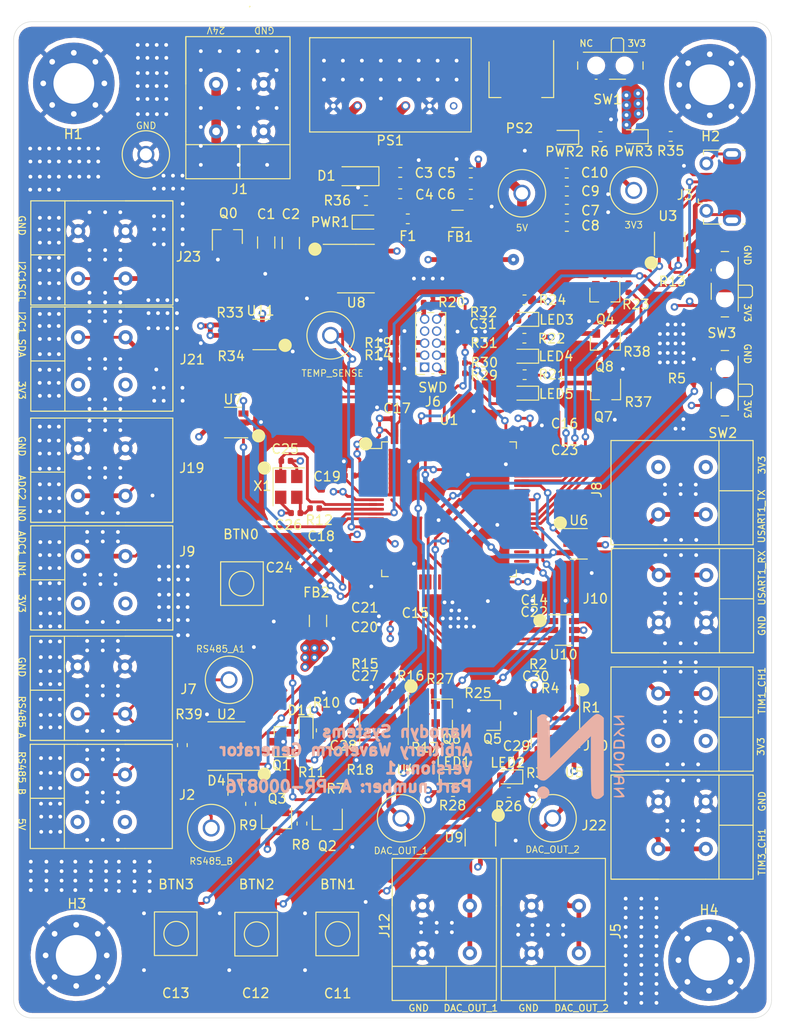
<source format=kicad_pcb>
(kicad_pcb (version 20171130) (host pcbnew "(5.1.5)-3")
  (layers (0 F.Cu signal) (1 In1.Cu power hide) (2 In2.Cu power hide) (31 B.Cu signal) (34 B.Paste user hide) (35 F.Paste user hide) (36 B.SilkS user) (37 F.SilkS user) (38 B.Mask user) (39 F.Mask user) (44 Edge.Cuts user))
  (net 0 "")
  (net 1 HSE_IN)
  (net 2 GND)
  (net 3 "Net-(C1-Pad1)")
  (net 4 "Net-(C3-Pad1)")
  (net 5 -5V)
  (net 6 +5V)
  (net 7 BTN1_Input)
  (net 8 BTN2_Input)
  (net 9 +3V3)
  (net 10 +3.3VA)
  (net 11 "Net-(C22-Pad1)")
  (net 12 "Net-(C23-Pad1)")
  (net 13 NRST)
  (net 14 "Net-(C27-Pad2)")
  (net 15 "Net-(C27-Pad1)")
  (net 16 "Net-(C28-Pad2)")
  (net 17 "Net-(C28-Pad1)")
  (net 18 "Net-(C29-Pad1)")
  (net 19 "Net-(C29-Pad2)")
  (net 20 "Net-(C30-Pad1)")
  (net 21 "Net-(C30-Pad2)")
  (net 22 VBUS)
  (net 23 "Net-(D4-Pad1)")
  (net 24 "Net-(D4-Pad2)")
  (net 25 "Net-(F1-Pad1)")
  (net 26 VCC)
  (net 27 "Net-(J3-Pad6)")
  (net 28 USB_ID)
  (net 29 "Net-(J6-Pad2)")
  (net 30 "Net-(J6-Pad4)")
  (net 31 "Net-(J6-Pad6)")
  (net 32 "Net-(J6-Pad10)")
  (net 33 USART1_RX)
  (net 34 USART1_TX)
  (net 35 TIM3_CH1)
  (net 36 TIM1_CH1)
  (net 37 ADC2_IN0)
  (net 38 ADC1_IN1)
  (net 39 I2C1_SDA)
  (net 40 I2C1_SCL)
  (net 41 TEMP_SENSE)
  (net 42 RE)
  (net 43 DE)
  (net 44 "Net-(Q2-Pad1)")
  (net 45 "Net-(Q2-Pad2)")
  (net 46 "Net-(Q3-Pad2)")
  (net 47 "Net-(Q4-Pad1)")
  (net 48 "Net-(Q5-Pad1)")
  (net 49 "Net-(Q6-Pad1)")
  (net 50 MAX485_PWR)
  (net 51 HSE_OUT)
  (net 52 BOOT0)
  (net 53 "Net-(R13-Pad1)")
  (net 54 BOOT1)
  (net 55 DAC_OUT1)
  (net 56 DAC_OUT2)
  (net 57 LED3)
  (net 58 LED2)
  (net 59 LED1)
  (net 60 SWDIO)
  (net 61 SWCLK)
  (net 62 SW0)
  (net 63 USART2_TX)
  (net 64 USART2_RX)
  (net 65 USB_D-)
  (net 66 USB_D+)
  (net 67 "Net-(R1-Pad2)")
  (net 68 "Net-(R16-Pad2)")
  (net 69 BTN3_Input)
  (net 70 "Net-(C26-Pad2)")
  (net 71 "Net-(J3-Pad2)")
  (net 72 "Net-(J3-Pad3)")
  (net 73 "Net-(J5-Pad1)")
  (net 74 "Net-(J6-Pad3)")
  (net 75 "Net-(J6-Pad5)")
  (net 76 "Net-(J6-Pad9)")
  (net 77 "Net-(J8-Pad2)")
  (net 78 "Net-(J9-Pad2)")
  (net 79 "Net-(J10-Pad1)")
  (net 80 "Net-(J12-Pad1)")
  (net 81 "Net-(J19-Pad1)")
  (net 82 "Net-(J20-Pad2)")
  (net 83 "Net-(J21-Pad2)")
  (net 84 "Net-(J22-Pad1)")
  (net 85 "Net-(J23-Pad1)")
  (net 86 "Net-(Q7-Pad1)")
  (net 87 "Net-(Q8-Pad1)")
  (net 88 "Net-(R5-Pad1)")
  (net 89 LED5)
  (net 90 LED4)
  (net 91 "Net-(D11-Pad2)")
  (net 92 "Net-(J2-Pad2)")
  (net 93 "Net-(J7-Pad1)")
  (net 94 "Net-(LED1-Pad2)")
  (net 95 "Net-(LED1-Pad1)")
  (net 96 "Net-(LED2-Pad1)")
  (net 97 "Net-(LED2-Pad2)")
  (net 98 "Net-(LED3-Pad1)")
  (net 99 "Net-(LED3-Pad2)")
  (net 100 "Net-(LED4-Pad2)")
  (net 101 "Net-(LED4-Pad1)")
  (net 102 "Net-(LED5-Pad1)")
  (net 103 "Net-(LED5-Pad2)")
  (net 104 "Net-(PWR1-Pad1)")
  (net 105 "Net-(PWR2-Pad1)")
  (net 106 "Net-(PWR3-Pad1)")
  (net 107 USART2_RTS)
  (net 108 "Net-(3V3-Pad1)")
  (net 109 "Net-(DAC_OUT_1-Pad1)")
  (net 110 "Net-(DAC_OUT_2-Pad1)")
  (module Fuse:Fuse_0603_1608Metric (layer F.Cu) (at 56.85 29.7 180)
    (fp_text reference F1 (at 0 -1.82) (layer F.SilkS))
    (fp_text value 300mA)
    (pad 2 smd roundrect (at 0.7875 0 180) (size 0.875 0.95) (layers F.Cu F.Paste F.Mask) (net 4 "Net-(C3-Pad1)"))
    (pad 1 smd roundrect (at -0.7875 0 180) (size 0.875 0.95) (layers F.Cu F.Paste F.Mask) (net 25 "Net-(F1-Pad1)"))
  )
  (module "Extra Components:5mm Pitch, 2 Way Terminal Block" (layer F.Cu) (at 27.15 33.5 270)
    (fp_text reference J23 (at 0.2 -6.55 180) (layer F.SilkS))
    (fp_text value I2C1_2)
    (pad 1 thru_hole circle (at 2.5 5.1 270) (size 1.5 1.5) (drill 0.8) (layers *.Cu *.Mask) (net 85 "Net-(J23-Pad1)"))
    (pad 2 thru_hole circle (at -2.5 5.1 270) (size 1.5 1.5) (drill 0.8) (layers *.Cu *.Mask) (net 2 GND))
    (pad 1 thru_hole circle (at 2.5 0.1 270) (size 1.5 1.5) (drill 0.8) (layers *.Cu *.Mask) (net 85 "Net-(J23-Pad1)"))
    (pad 2 thru_hole circle (at -2.5 0.1 270) (size 1.5 1.5) (drill 0.8) (layers *.Cu *.Mask) (net 2 GND))
  )
  (module "Extra Components:5mm Pitch, 2 Way Terminal Block" (layer F.Cu) (at 27.139999 67.8 270)
    (fp_text reference J9 (at -2.98 -6.430001 180) (layer F.SilkS))
    (fp_text value ADC_1)
    (pad 1 thru_hole circle (at 2.5 5.1 270) (size 1.5 1.5) (drill 0.8) (layers *.Cu *.Mask) (net 9 +3V3))
    (pad 2 thru_hole circle (at -2.5 5.1 270) (size 1.5 1.5) (drill 0.8) (layers *.Cu *.Mask) (net 78 "Net-(J9-Pad2)"))
    (pad 1 thru_hole circle (at 2.5 0.1 270) (size 1.5 1.5) (drill 0.8) (layers *.Cu *.Mask) (net 9 +3V3))
    (pad 2 thru_hole circle (at -2.5 0.1 270) (size 1.5 1.5) (drill 0.8) (layers *.Cu *.Mask) (net 78 "Net-(J9-Pad2)"))
  )
  (module LogoSilkScreens:NanodynSilkscreen (layer F.Cu) (at 74.35 88)
    (fp_text reference G*** hide)
    (fp_text value LOGO hide)
  )
  (module "Extra Components:ITP0312D05" (layer F.Cu) (at 54.991 17.78)
    (fp_text reference PS1 (at 0 3.65) (layer F.SilkS))
    (fp_text value ITP0324D05)
    (pad 1 thru_hole circle (at -6 0) (size 0.8 0.8) (drill 0.5) (layers *.Cu *.Mask) (net 2 GND))
    (pad 2 thru_hole circle (at -3.46 0) (size 0.8 0.8) (drill 0.5) (layers *.Cu *.Mask) (net 3 "Net-(C1-Pad1)"))
    (pad 6 thru_hole circle (at 6.7 0) (size 0.8 0.8) (drill 0.5) (layers *.Cu *.Mask) (net 5 -5V))
    (pad 5 thru_hole circle (at 4.16 0) (size 0.8 0.8) (drill 0.5) (layers *.Cu *.Mask) (net 2 GND))
    (pad 4 thru_hole circle (at 1.62 0) (size 0.9 0.9) (drill 0.55) (layers *.Cu *.Mask) (net 4 "Net-(C3-Pad1)"))
  )
  (module Package_SO:SOIC-8-1EP_3.9x4.9mm_P1.27mm_EP2.29x3mm (layer F.Cu) (at 51.37 34.95)
    (fp_text reference U8 (at 0.03 3.6) (layer F.SilkS))
    (fp_text value LM335ADT)
    (pad 8 smd roundrect (at 2.475 -1.905) (size 1.95 0.6) (layers F.Cu F.Paste F.Mask) (net 6 +5V))
    (pad 7 smd roundrect (at 2.475 -0.635) (size 1.95 0.6) (layers F.Cu F.Paste F.Mask))
    (pad 6 smd roundrect (at 2.475 0.635) (size 1.95 0.6) (layers F.Cu F.Paste F.Mask))
    (pad 5 smd roundrect (at 2.475 1.905) (size 1.95 0.6) (layers F.Cu F.Paste F.Mask) (net 41 TEMP_SENSE))
    (pad 4 smd roundrect (at -2.475 1.905) (size 1.95 0.6) (layers F.Cu F.Paste F.Mask) (net 2 GND))
    (pad 3 smd roundrect (at -2.475 0.635) (size 1.95 0.6) (layers F.Cu F.Paste F.Mask))
    (pad 2 smd roundrect (at -2.475 -0.635) (size 1.95 0.6) (layers F.Cu F.Paste F.Mask))
    (pad 1 smd roundrect (at -2.475 -1.905) (size 1.95 0.6) (layers F.Cu F.Paste F.Mask))
    (pad 9 smd roundrect (at 0 0) (size 2.29 3) (layers F.Cu F.Mask) (roundrect_rratio 0.10917))
  )
  (module "Extra Components:5001 Test Point" (layer F.Cu) (at 48.7 42)
    (fp_text reference TEMP_SENSE (at 0.2 4) (layer F.SilkS) (effects (font (size 0.7 0.7) (thickness 0.1))))
    (fp_text value 5001)
    (pad 1 thru_hole circle (at 0 0) (size 1.8 1.8) (drill 1.3) (layers *.Cu *.Mask) (net 41 TEMP_SENSE))
  )
  (module "Extra Components:5mm Pitch, 2 Way Terminal Block" (layer F.Cu) (at 83.2 82.3 90)
    (fp_text reference J20 (at -3.01 -6.51 180) (layer F.SilkS))
    (fp_text value TIMER_1)
    (pad 2 thru_hole circle (at 2.5 5.1 90) (size 1.5 1.5) (drill 0.8) (layers *.Cu *.Mask) (net 82 "Net-(J20-Pad2)"))
    (pad 1 thru_hole circle (at -2.5 5.1 90) (size 1.5 1.5) (drill 0.8) (layers *.Cu *.Mask) (net 9 +3V3))
    (pad 2 thru_hole circle (at 2.5 0.1 90) (size 1.5 1.5) (drill 0.8) (layers *.Cu *.Mask) (net 82 "Net-(J20-Pad2)"))
    (pad 1 thru_hole circle (at -2.5 0.1 90) (size 1.5 1.5) (drill 0.8) (layers *.Cu *.Mask) (net 9 +3V3))
  )
  (module "Extra Components:5mm Pitch, 2 Way Terminal Block" (layer F.Cu) (at 27.15 44.7 270)
    (fp_text reference J21 (at -0.15 -6.95 180) (layer F.SilkS))
    (fp_text value I2C1_1)
    (pad 2 thru_hole circle (at -2.5 0.1 270) (size 1.5 1.5) (drill 0.8) (layers *.Cu *.Mask) (net 83 "Net-(J21-Pad2)"))
    (pad 1 thru_hole circle (at 2.5 0.1 270) (size 1.5 1.5) (drill 0.8) (layers *.Cu *.Mask) (net 9 +3V3))
    (pad 2 thru_hole circle (at -2.5 5.1 270) (size 1.5 1.5) (drill 0.8) (layers *.Cu *.Mask) (net 83 "Net-(J21-Pad2)"))
    (pad 1 thru_hole circle (at 2.5 5.1 270) (size 1.5 1.5) (drill 0.8) (layers *.Cu *.Mask) (net 9 +3V3))
  )
  (module "Extra Components:5mm Pitch, 2 Way Terminal Block" (layer F.Cu) (at 60.9 102.1)
    (fp_text reference J12 (at -6.5 2.2 90) (layer F.SilkS))
    (fp_text value "Signal 2")
    (pad 1 thru_hole circle (at 2.5 5.1) (size 1.5 1.5) (drill 0.8) (layers *.Cu *.Mask) (net 80 "Net-(J12-Pad1)"))
    (pad 2 thru_hole circle (at -2.5 5.1) (size 1.5 1.5) (drill 0.8) (layers *.Cu *.Mask) (net 2 GND))
    (pad 1 thru_hole circle (at 2.5 0.1) (size 1.5 1.5) (drill 0.8) (layers *.Cu *.Mask) (net 80 "Net-(J12-Pad1)"))
    (pad 2 thru_hole circle (at -2.5 0.1) (size 1.5 1.5) (drill 0.8) (layers *.Cu *.Mask) (net 2 GND))
  )
  (module Package_TO_SOT_SMD:SOT-23-6 (layer F.Cu) (at 41.4 41.9 180)
    (fp_text reference U11 (at 0.1 2.5) (layer F.SilkS))
    (fp_text value USBLC6-2SC6)
    (pad 5 smd rect (at 1.1 0 180) (size 1.06 0.65) (layers F.Cu F.Paste F.Mask) (net 6 +5V))
    (pad 6 smd rect (at 1.1 -0.95 180) (size 1.06 0.65) (layers F.Cu F.Paste F.Mask) (net 83 "Net-(J21-Pad2)"))
    (pad 4 smd rect (at 1.1 0.95 180) (size 1.06 0.65) (layers F.Cu F.Paste F.Mask) (net 85 "Net-(J23-Pad1)"))
    (pad 3 smd rect (at -1.1 0.95 180) (size 1.06 0.65) (layers F.Cu F.Paste F.Mask) (net 40 I2C1_SCL))
    (pad 2 smd rect (at -1.1 0 180) (size 1.06 0.65) (layers F.Cu F.Paste F.Mask) (net 2 GND))
    (pad 1 smd rect (at -1.1 -0.95 180) (size 1.06 0.65) (layers F.Cu F.Paste F.Mask) (net 39 I2C1_SDA))
  )
  (module "Extra Components:5mm Pitch, 2 Way Terminal Block" (layer F.Cu) (at 27.139999 56.430001 270)
    (fp_text reference J19 (at -0.430001 -6.910001 180) (layer F.SilkS))
    (fp_text value ADC_2)
    (pad 2 thru_hole circle (at -2.5 0.1 270) (size 1.5 1.5) (drill 0.8) (layers *.Cu *.Mask) (net 2 GND))
    (pad 1 thru_hole circle (at 2.5 0.1 270) (size 1.5 1.5) (drill 0.8) (layers *.Cu *.Mask) (net 81 "Net-(J19-Pad1)"))
    (pad 2 thru_hole circle (at -2.5 5.1 270) (size 1.5 1.5) (drill 0.8) (layers *.Cu *.Mask) (net 2 GND))
    (pad 1 thru_hole circle (at 2.5 5.1 270) (size 1.5 1.5) (drill 0.8) (layers *.Cu *.Mask) (net 81 "Net-(J19-Pad1)"))
  )
  (module "Extra Components:5mm Pitch, 2 Way Terminal Block" (layer F.Cu) (at 27.1 79.45 270)
    (fp_text reference J7 (at -0.1 -6.6 180) (layer F.SilkS))
    (fp_text value RS485_2)
    (pad 2 thru_hole circle (at -2.5 0.1 270) (size 1.5 1.5) (drill 0.8) (layers *.Cu *.Mask) (net 2 GND))
    (pad 1 thru_hole circle (at 2.5 0.1 270) (size 1.5 1.5) (drill 0.8) (layers *.Cu *.Mask) (net 93 "Net-(J7-Pad1)"))
    (pad 2 thru_hole circle (at -2.5 5.1 270) (size 1.5 1.5) (drill 0.8) (layers *.Cu *.Mask) (net 2 GND))
    (pad 1 thru_hole circle (at 2.5 5.1 270) (size 1.5 1.5) (drill 0.8) (layers *.Cu *.Mask) (net 93 "Net-(J7-Pad1)"))
  )
  (module "Extra Components:5mm Pitch, 2 Way Terminal Block" (layer F.Cu) (at 83.25 69.8 90)
    (fp_text reference J10 (at 0.01 -6.6 180) (layer F.SilkS))
    (fp_text value USART1_2)
    (pad 1 thru_hole circle (at 2.5 5.1 90) (size 1.5 1.5) (drill 0.8) (layers *.Cu *.Mask) (net 79 "Net-(J10-Pad1)"))
    (pad 2 thru_hole circle (at -2.5 5.1 90) (size 1.5 1.5) (drill 0.8) (layers *.Cu *.Mask) (net 2 GND))
    (pad 1 thru_hole circle (at 2.5 0.1 90) (size 1.5 1.5) (drill 0.8) (layers *.Cu *.Mask) (net 79 "Net-(J10-Pad1)"))
    (pad 2 thru_hole circle (at -2.5 0.1 90) (size 1.5 1.5) (drill 0.8) (layers *.Cu *.Mask) (net 2 GND))
  )
  (module Package_QFP:LQFP-100_14x14mm_P0.5mm (layer F.Cu) (at 61.2 60.35)
    (fp_text reference U1 (at 0 -9.42) (layer F.SilkS))
    (fp_text value STM32F427VITx)
    (pad 100 smd roundrect (at -6 -7.675) (size 0.3 1.6) (layers F.Cu F.Paste F.Mask) (net 9 +3V3))
    (pad 99 smd roundrect (at -5.5 -7.675) (size 0.3 1.6) (layers F.Cu F.Paste F.Mask) (net 2 GND))
    (pad 98 smd roundrect (at -5 -7.675) (size 0.3 1.6) (layers F.Cu F.Paste F.Mask))
    (pad 97 smd roundrect (at -4.5 -7.675) (size 0.3 1.6) (layers F.Cu F.Paste F.Mask))
    (pad 96 smd roundrect (at -4 -7.675) (size 0.3 1.6) (layers F.Cu F.Paste F.Mask) (net 39 I2C1_SDA))
    (pad 95 smd roundrect (at -3.5 -7.675) (size 0.3 1.6) (layers F.Cu F.Paste F.Mask))
    (pad 94 smd roundrect (at -3 -7.675) (size 0.3 1.6) (layers F.Cu F.Paste F.Mask) (net 52 BOOT0))
    (pad 93 smd roundrect (at -2.5 -7.675) (size 0.3 1.6) (layers F.Cu F.Paste F.Mask) (net 33 USART1_RX))
    (pad 92 smd roundrect (at -2 -7.675) (size 0.3 1.6) (layers F.Cu F.Paste F.Mask) (net 40 I2C1_SCL))
    (pad 91 smd roundrect (at -1.5 -7.675) (size 0.3 1.6) (layers F.Cu F.Paste F.Mask))
    (pad 90 smd roundrect (at -1 -7.675) (size 0.3 1.6) (layers F.Cu F.Paste F.Mask))
    (pad 89 smd roundrect (at -0.5 -7.675) (size 0.3 1.6) (layers F.Cu F.Paste F.Mask) (net 62 SW0))
    (pad 88 smd roundrect (at 0 -7.675) (size 0.3 1.6) (layers F.Cu F.Paste F.Mask))
    (pad 87 smd roundrect (at 0.5 -7.675) (size 0.3 1.6) (layers F.Cu F.Paste F.Mask))
    (pad 86 smd roundrect (at 1 -7.675) (size 0.3 1.6) (layers F.Cu F.Paste F.Mask))
    (pad 85 smd roundrect (at 1.5 -7.675) (size 0.3 1.6) (layers F.Cu F.Paste F.Mask) (net 107 USART2_RTS))
    (pad 84 smd roundrect (at 2 -7.675) (size 0.3 1.6) (layers F.Cu F.Paste F.Mask))
    (pad 83 smd roundrect (at 2.5 -7.675) (size 0.3 1.6) (layers F.Cu F.Paste F.Mask))
    (pad 82 smd roundrect (at 3 -7.675) (size 0.3 1.6) (layers F.Cu F.Paste F.Mask))
    (pad 81 smd roundrect (at 3.5 -7.675) (size 0.3 1.6) (layers F.Cu F.Paste F.Mask))
    (pad 80 smd roundrect (at 4 -7.675) (size 0.3 1.6) (layers F.Cu F.Paste F.Mask))
    (pad 79 smd roundrect (at 4.5 -7.675) (size 0.3 1.6) (layers F.Cu F.Paste F.Mask))
    (pad 78 smd roundrect (at 5 -7.675) (size 0.3 1.6) (layers F.Cu F.Paste F.Mask))
    (pad 77 smd roundrect (at 5.5 -7.675) (size 0.3 1.6) (layers F.Cu F.Paste F.Mask))
    (pad 76 smd roundrect (at 6 -7.675) (size 0.3 1.6) (layers F.Cu F.Paste F.Mask) (net 61 SWCLK))
    (pad 75 smd roundrect (at 7.675 -6) (size 1.6 0.3) (layers F.Cu F.Paste F.Mask) (net 9 +3V3))
    (pad 74 smd roundrect (at 7.675 -5.5) (size 1.6 0.3) (layers F.Cu F.Paste F.Mask) (net 2 GND))
    (pad 73 smd roundrect (at 7.675 -5) (size 1.6 0.3) (layers F.Cu F.Paste F.Mask) (net 12 "Net-(C23-Pad1)"))
    (pad 72 smd roundrect (at 7.675 -4.5) (size 1.6 0.3) (layers F.Cu F.Paste F.Mask) (net 60 SWDIO))
    (pad 71 smd roundrect (at 7.675 -4) (size 1.6 0.3) (layers F.Cu F.Paste F.Mask) (net 66 USB_D+))
    (pad 70 smd roundrect (at 7.675 -3.5) (size 1.6 0.3) (layers F.Cu F.Paste F.Mask) (net 65 USB_D-))
    (pad 69 smd roundrect (at 7.675 -3) (size 1.6 0.3) (layers F.Cu F.Paste F.Mask) (net 28 USB_ID))
    (pad 68 smd roundrect (at 7.675 -2.5) (size 1.6 0.3) (layers F.Cu F.Paste F.Mask) (net 34 USART1_TX))
    (pad 67 smd roundrect (at 7.675 -2) (size 1.6 0.3) (layers F.Cu F.Paste F.Mask))
    (pad 66 smd roundrect (at 7.675 -1.5) (size 1.6 0.3) (layers F.Cu F.Paste F.Mask))
    (pad 65 smd roundrect (at 7.675 -1) (size 1.6 0.3) (layers F.Cu F.Paste F.Mask) (net 7 BTN1_Input))
    (pad 64 smd roundrect (at 7.675 -0.5) (size 1.6 0.3) (layers F.Cu F.Paste F.Mask) (net 8 BTN2_Input))
    (pad 63 smd roundrect (at 7.675 0) (size 1.6 0.3) (layers F.Cu F.Paste F.Mask) (net 69 BTN3_Input))
    (pad 62 smd roundrect (at 7.675 0.5) (size 1.6 0.3) (layers F.Cu F.Paste F.Mask) (net 89 LED5))
    (pad 61 smd roundrect (at 7.675 1) (size 1.6 0.3) (layers F.Cu F.Paste F.Mask) (net 90 LED4))
    (pad 60 smd roundrect (at 7.675 1.5) (size 1.6 0.3) (layers F.Cu F.Paste F.Mask) (net 57 LED3))
    (pad 59 smd roundrect (at 7.675 2) (size 1.6 0.3) (layers F.Cu F.Paste F.Mask) (net 58 LED2))
    (pad 58 smd roundrect (at 7.675 2.5) (size 1.6 0.3) (layers F.Cu F.Paste F.Mask) (net 59 LED1))
    (pad 57 smd roundrect (at 7.675 3) (size 1.6 0.3) (layers F.Cu F.Paste F.Mask))
    (pad 56 smd roundrect (at 7.675 3.5) (size 1.6 0.3) (layers F.Cu F.Paste F.Mask))
    (pad 55 smd roundrect (at 7.675 4) (size 1.6 0.3) (layers F.Cu F.Paste F.Mask))
    (pad 54 smd roundrect (at 7.675 4.5) (size 1.6 0.3) (layers F.Cu F.Paste F.Mask))
    (pad 53 smd roundrect (at 7.675 5) (size 1.6 0.3) (layers F.Cu F.Paste F.Mask))
    (pad 52 smd roundrect (at 7.675 5.5) (size 1.6 0.3) (layers F.Cu F.Paste F.Mask))
    (pad 51 smd roundrect (at 7.675 6) (size 1.6 0.3) (layers F.Cu F.Paste F.Mask))
    (pad 50 smd roundrect (at 6 7.675) (size 0.3 1.6) (layers F.Cu F.Paste F.Mask) (net 9 +3V3))
    (pad 49 smd roundrect (at 5.5 7.675) (size 0.3 1.6) (layers F.Cu F.Paste F.Mask) (net 11 "Net-(C22-Pad1)"))
    (pad 48 smd roundrect (at 5 7.675) (size 0.3 1.6) (layers F.Cu F.Paste F.Mask))
    (pad 47 smd roundrect (at 4.5 7.675) (size 0.3 1.6) (layers F.Cu F.Paste F.Mask))
    (pad 46 smd roundrect (at 4 7.675) (size 0.3 1.6) (layers F.Cu F.Paste F.Mask))
    (pad 45 smd roundrect (at 3.5 7.675) (size 0.3 1.6) (layers F.Cu F.Paste F.Mask))
    (pad 44 smd roundrect (at 3 7.675) (size 0.3 1.6) (layers F.Cu F.Paste F.Mask))
    (pad 43 smd roundrect (at 2.5 7.675) (size 0.3 1.6) (layers F.Cu F.Paste F.Mask))
    (pad 42 smd roundrect (at 2 7.675) (size 0.3 1.6) (layers F.Cu F.Paste F.Mask))
    (pad 41 smd roundrect (at 1.5 7.675) (size 0.3 1.6) (layers F.Cu F.Paste F.Mask))
    (pad 40 smd roundrect (at 1 7.675) (size 0.3 1.6) (layers F.Cu F.Paste F.Mask) (net 36 TIM1_CH1))
    (pad 39 smd roundrect (at 0.5 7.675) (size 0.3 1.6) (layers F.Cu F.Paste F.Mask))
    (pad 38 smd roundrect (at 0 7.675) (size 0.3 1.6) (layers F.Cu F.Paste F.Mask))
    (pad 37 smd roundrect (at -0.5 7.675) (size 0.3 1.6) (layers F.Cu F.Paste F.Mask) (net 54 BOOT1))
    (pad 36 smd roundrect (at -1 7.675) (size 0.3 1.6) (layers F.Cu F.Paste F.Mask))
    (pad 35 smd roundrect (at -1.5 7.675) (size 0.3 1.6) (layers F.Cu F.Paste F.Mask))
    (pad 34 smd roundrect (at -2 7.675) (size 0.3 1.6) (layers F.Cu F.Paste F.Mask))
    (pad 33 smd roundrect (at -2.5 7.675) (size 0.3 1.6) (layers F.Cu F.Paste F.Mask))
    (pad 32 smd roundrect (at -3 7.675) (size 0.3 1.6) (layers F.Cu F.Paste F.Mask))
    (pad 31 smd roundrect (at -3.5 7.675) (size 0.3 1.6) (layers F.Cu F.Paste F.Mask) (net 35 TIM3_CH1))
    (pad 30 smd roundrect (at -4 7.675) (size 0.3 1.6) (layers F.Cu F.Paste F.Mask) (net 56 DAC_OUT2))
    (pad 29 smd roundrect (at -4.5 7.675) (size 0.3 1.6) (layers F.Cu F.Paste F.Mask) (net 55 DAC_OUT1))
    (pad 28 smd roundrect (at -5 7.675) (size 0.3 1.6) (layers F.Cu F.Paste F.Mask) (net 9 +3V3))
    (pad 27 smd roundrect (at -5.5 7.675) (size 0.3 1.6) (layers F.Cu F.Paste F.Mask) (net 2 GND))
    (pad 26 smd roundrect (at -6 7.675) (size 0.3 1.6) (layers F.Cu F.Paste F.Mask) (net 64 USART2_RX))
    (pad 25 smd roundrect (at -7.675 6) (size 1.6 0.3) (layers F.Cu F.Paste F.Mask) (net 63 USART2_TX))
    (pad 24 smd roundrect (at -7.675 5.5) (size 1.6 0.3) (layers F.Cu F.Paste F.Mask) (net 38 ADC1_IN1))
    (pad 23 smd roundrect (at -7.675 5) (size 1.6 0.3) (layers F.Cu F.Paste F.Mask) (net 37 ADC2_IN0))
    (pad 22 smd roundrect (at -7.675 4.5) (size 1.6 0.3) (layers F.Cu F.Paste F.Mask) (net 10 +3.3VA))
    (pad 21 smd roundrect (at -7.675 4) (size 1.6 0.3) (layers F.Cu F.Paste F.Mask) (net 10 +3.3VA))
    (pad 20 smd roundrect (at -7.675 3.5) (size 1.6 0.3) (layers F.Cu F.Paste F.Mask) (net 2 GND))
    (pad 19 smd roundrect (at -7.675 3) (size 1.6 0.3) (layers F.Cu F.Paste F.Mask) (net 9 +3V3))
    (pad 18 smd roundrect (at -7.675 2.5) (size 1.6 0.3) (layers F.Cu F.Paste F.Mask))
    (pad 17 smd roundrect (at -7.675 2) (size 1.6 0.3) (layers F.Cu F.Paste F.Mask) (net 41 TEMP_SENSE))
    (pad 16 smd roundrect (at -7.675 1.5) (size 1.6 0.3) (layers F.Cu F.Paste F.Mask))
    (pad 15 smd roundrect (at -7.675 1) (size 1.6 0.3) (layers F.Cu F.Paste F.Mask) (net 50 MAX485_PWR))
    (pad 14 smd roundrect (at -7.675 0.5) (size 1.6 0.3) (layers F.Cu F.Paste F.Mask) (net 13 NRST))
    (pad 13 smd roundrect (at -7.675 0) (size 1.6 0.3) (layers F.Cu F.Paste F.Mask) (net 51 HSE_OUT))
    (pad 12 smd roundrect (at -7.675 -0.5) (size 1.6 0.3) (layers F.Cu F.Paste F.Mask) (net 1 HSE_IN))
    (pad 11 smd roundrect (at -7.675 -1) (size 1.6 0.3) (layers F.Cu F.Paste F.Mask) (net 9 +3V3))
    (pad 10 smd roundrect (at -7.675 -1.5) (size 1.6 0.3) (layers F.Cu F.Paste F.Mask) (net 2 GND))
    (pad 9 smd roundrect (at -7.675 -2) (size 1.6 0.3) (layers F.Cu F.Paste F.Mask))
    (pad 8 smd roundrect (at -7.675 -2.5) (size 1.6 0.3) (layers F.Cu F.Paste F.Mask))
    (pad 7 smd roundrect (at -7.675 -3) (size 1.6 0.3) (layers F.Cu F.Paste F.Mask))
    (pad 6 smd roundrect (at -7.675 -3.5) (size 1.6 0.3) (layers F.Cu F.Paste F.Mask) (net 9 +3V3))
    (pad 5 smd roundrect (at -7.675 -4) (size 1.6 0.3) (layers F.Cu F.Paste F.Mask))
    (pad 4 smd roundrect (at -7.675 -4.5) (size 1.6 0.3) (layers F.Cu F.Paste F.Mask))
    (pad 3 smd roundrect (at -7.675 -5) (size 1.6 0.3) (layers F.Cu F.Paste F.Mask))
    (pad 2 smd roundrect (at -7.675 -5.5) (size 1.6 0.3) (layers F.Cu F.Paste F.Mask))
    (pad 1 smd roundrect (at -7.675 -6) (size 1.6 0.3) (layers F.Cu F.Paste F.Mask))
  )
  (module Button_Switch_SMD:SW_SPDT_PCM12 (layer F.Cu) (at 78.232 13.843 180)
    (fp_text reference SW1 (at 0.292 -3.247) (layer F.SilkS))
    (fp_text value SW_SPDT)
    (pad "" np_thru_hole circle (at -1.5 0.33 180) (size 0.9 0.9) (drill 0.9) (layers *.Cu *.Mask))
    (pad "" np_thru_hole circle (at 1.5 0.33 180) (size 0.9 0.9) (drill 0.9) (layers *.Cu *.Mask))
    (pad 1 smd rect (at -2.25 -1.43 180) (size 0.7 1.5) (layers F.Cu F.Paste F.Mask) (net 9 +3V3))
    (pad 2 smd rect (at 0.75 -1.43 180) (size 0.7 1.5) (layers F.Cu F.Paste F.Mask) (net 108 "Net-(3V3-Pad1)"))
    (pad 3 smd rect (at 2.25 -1.43 180) (size 0.7 1.5) (layers F.Cu F.Paste F.Mask))
    (pad "" smd rect (at -3.65 1.43 180) (size 1 0.8) (layers F.Cu F.Paste F.Mask))
    (pad "" smd rect (at 3.65 1.43 180) (size 1 0.8) (layers F.Cu F.Paste F.Mask))
    (pad "" smd rect (at 3.65 -0.78 180) (size 1 0.8) (layers F.Cu F.Paste F.Mask))
    (pad "" smd rect (at -3.65 -0.78 180) (size 1 0.8) (layers F.Cu F.Paste F.Mask))
  )
  (module Crystal:Crystal_SMD_3225-4Pin_3.2x2.5mm (layer F.Cu) (at 44.28 57.99 270)
    (fp_text reference X1 (at -0.09 2.78 180) (layer F.SilkS))
    (fp_text value " 25MHZ")
    (pad 1 smd rect (at -1.1 0.85 270) (size 1.4 1.2) (layers F.Cu F.Paste F.Mask) (net 1 HSE_IN))
    (pad 2 smd rect (at 1.1 0.85 270) (size 1.4 1.2) (layers F.Cu F.Paste F.Mask) (net 2 GND))
    (pad 3 smd rect (at 1.1 -0.85 270) (size 1.4 1.2) (layers F.Cu F.Paste F.Mask) (net 70 "Net-(C26-Pad2)"))
    (pad 4 smd rect (at -1.1 -0.85 270) (size 1.4 1.2) (layers F.Cu F.Paste F.Mask) (net 2 GND))
  )
  (module Capacitor_SMD:C_1206_3216Metric (layer F.Cu) (at 41.9 32.2 270)
    (fp_text reference C1 (at -3 0 180) (layer F.SilkS))
    (fp_text value 10n)
    (pad 2 smd roundrect (at 1.4 0 270) (size 1.25 1.75) (layers F.Cu F.Paste F.Mask) (roundrect_rratio 0.2) (net 2 GND))
    (pad 1 smd roundrect (at -1.4 0 270) (size 1.25 1.75) (layers F.Cu F.Paste F.Mask) (roundrect_rratio 0.2) (net 3 "Net-(C1-Pad1)"))
  )
  (module Capacitor_SMD:C_1206_3216Metric (layer F.Cu) (at 44.5 32.25 90)
    (fp_text reference C2 (at 3.05 0 180) (layer F.SilkS))
    (fp_text value 10n)
    (pad 1 smd roundrect (at -1.4 0 90) (size 1.25 1.75) (layers F.Cu F.Paste F.Mask) (roundrect_rratio 0.2) (net 2 GND))
    (pad 2 smd roundrect (at 1.4 0 90) (size 1.25 1.75) (layers F.Cu F.Paste F.Mask) (roundrect_rratio 0.2) (net 3 "Net-(C1-Pad1)"))
  )
  (module Capacitor_SMD:C_0603_1608Metric (layer F.Cu) (at 56.05 24.8)
    (fp_text reference C3 (at 2.5 0.05) (layer F.SilkS))
    (fp_text value 10n)
    (pad 1 smd roundrect (at -0.7875 0) (size 0.875 0.95) (layers F.Cu F.Paste F.Mask) (net 4 "Net-(C3-Pad1)"))
    (pad 2 smd roundrect (at 0.7875 0) (size 0.875 0.95) (layers F.Cu F.Paste F.Mask) (net 2 GND))
  )
  (module Capacitor_SMD:C_0603_1608Metric (layer F.Cu) (at 56.05 27.05)
    (fp_text reference C4 (at 2.55 0.1) (layer F.SilkS))
    (fp_text value 10n)
    (pad 2 smd roundrect (at 0.7875 0) (size 0.875 0.95) (layers F.Cu F.Paste F.Mask) (net 2 GND))
    (pad 1 smd roundrect (at -0.7875 0) (size 0.875 0.95) (layers F.Cu F.Paste F.Mask) (net 4 "Net-(C3-Pad1)"))
  )
  (module Capacitor_SMD:C_0603_1608Metric (layer F.Cu) (at 63.5 24.85)
    (fp_text reference C5 (at -2.55 0) (layer F.SilkS))
    (fp_text value 10n)
    (pad 2 smd roundrect (at 0.7875 0) (size 0.875 0.95) (layers F.Cu F.Paste F.Mask) (net 5 -5V))
    (pad 1 smd roundrect (at -0.7875 0) (size 0.875 0.95) (layers F.Cu F.Paste F.Mask) (net 2 GND))
  )
  (module Capacitor_SMD:C_0603_1608Metric (layer F.Cu) (at 63.5 27.1)
    (fp_text reference C6 (at -2.5725 0) (layer F.SilkS))
    (fp_text value 10n)
    (pad 1 smd roundrect (at -0.7875 0) (size 0.875 0.95) (layers F.Cu F.Paste F.Mask) (net 2 GND))
    (pad 2 smd roundrect (at 0.7875 0) (size 0.875 0.95) (layers F.Cu F.Paste F.Mask) (net 5 -5V))
  )
  (module Capacitor_SMD:C_0402_1005Metric (layer F.Cu) (at 49.45 110.11)
    (fp_text reference C11 (at 0 1.35) (layer F.SilkS))
    (fp_text value 12p)
    (pad 1 smd roundrect (at -0.485 0) (size 0.59 0.64) (layers F.Cu F.Paste F.Mask) (net 2 GND))
    (pad 2 smd roundrect (at 0.485 0) (size 0.59 0.64) (layers F.Cu F.Paste F.Mask) (net 7 BTN1_Input))
  )
  (module Capacitor_SMD:C_0402_1005Metric (layer F.Cu) (at 40.89 110.08)
    (fp_text reference C12 (at -0.1 1.35) (layer F.SilkS))
    (fp_text value 12p)
    (pad 2 smd roundrect (at 0.485 0) (size 0.59 0.64) (layers F.Cu F.Paste F.Mask) (net 8 BTN2_Input))
    (pad 1 smd roundrect (at -0.485 0) (size 0.59 0.64) (layers F.Cu F.Paste F.Mask) (net 2 GND))
  )
  (module Capacitor_SMD:C_0402_1005Metric (layer F.Cu) (at 32.31 110.08)
    (fp_text reference C13 (at 0.05 1.35) (layer F.SilkS))
    (fp_text value 12p)
    (pad 1 smd roundrect (at -0.485 0) (size 0.59 0.64) (layers F.Cu F.Paste F.Mask) (net 2 GND))
    (pad 2 smd roundrect (at 0.485 0) (size 0.59 0.64) (layers F.Cu F.Paste F.Mask) (net 69 BTN3_Input))
  )
  (module Capacitor_SMD:C_0402_1005Metric (layer F.Cu) (at 67.8 70)
    (fp_text reference C14 (at 2.4 -0.06) (layer F.SilkS))
    (fp_text value 4u7)
    (pad 2 smd roundrect (at 0.485 0) (size 0.59 0.64) (layers F.Cu F.Paste F.Mask) (net 2 GND))
    (pad 1 smd roundrect (at -0.485 0) (size 0.59 0.64) (layers F.Cu F.Paste F.Mask) (net 9 +3V3))
  )
  (module Capacitor_SMD:C_0402_1005Metric (layer F.Cu) (at 55.2 71.2 180)
    (fp_text reference C15 (at -2.45 -0.1) (layer F.SilkS))
    (fp_text value 100n)
    (pad 2 smd roundrect (at 0.485 0 180) (size 0.59 0.64) (layers F.Cu F.Paste F.Mask) (net 2 GND))
    (pad 1 smd roundrect (at -0.485 0 180) (size 0.59 0.64) (layers F.Cu F.Paste F.Mask) (net 9 +3V3))
  )
  (module Capacitor_SMD:C_0402_1005Metric (layer F.Cu) (at 71 52.6)
    (fp_text reference C16 (at 2.4 -1.292) (layer F.SilkS))
    (fp_text value 100n)
    (pad 2 smd roundrect (at 0.485 0) (size 0.59 0.64) (layers F.Cu F.Paste F.Mask) (net 2 GND))
    (pad 1 smd roundrect (at -0.485 0) (size 0.59 0.64) (layers F.Cu F.Paste F.Mask) (net 9 +3V3))
  )
  (module Capacitor_SMD:C_0402_1005Metric (layer F.Cu) (at 55.7 50.8)
    (fp_text reference C17 (at 0.015 -1.1) (layer F.SilkS))
    (fp_text value 100n)
    (pad 2 smd roundrect (at 0.485 0) (size 0.59 0.64) (layers F.Cu F.Paste F.Mask) (net 2 GND))
    (pad 1 smd roundrect (at -0.485 0) (size 0.59 0.64) (layers F.Cu F.Paste F.Mask) (net 9 +3V3))
  )
  (module Capacitor_SMD:C_0402_1005Metric (layer F.Cu) (at 50.092 63.296 180)
    (fp_text reference C18 (at 2.392 0.096) (layer F.SilkS))
    (fp_text value 100n)
    (pad 1 smd roundrect (at -0.485 0 180) (size 0.59 0.64) (layers F.Cu F.Paste F.Mask) (net 9 +3V3))
    (pad 2 smd roundrect (at 0.485 0 180) (size 0.59 0.64) (layers F.Cu F.Paste F.Mask) (net 2 GND))
  )
  (module Capacitor_SMD:C_0402_1005Metric (layer F.Cu) (at 50.7 56.8 180)
    (fp_text reference C19 (at 2.37 -0.1) (layer F.SilkS))
    (fp_text value 100n)
    (pad 1 smd roundrect (at -0.485 0 180) (size 0.59 0.64) (layers F.Cu F.Paste F.Mask) (net 9 +3V3))
    (pad 2 smd roundrect (at 0.485 0 180) (size 0.59 0.64) (layers F.Cu F.Paste F.Mask) (net 2 GND))
  )
  (module Capacitor_SMD:C_0402_1005Metric (layer F.Cu) (at 49.875 72.837)
    (fp_text reference C20 (at 2.4 -0.03) (layer F.SilkS))
    (fp_text value 1u)
    (pad 1 smd roundrect (at -0.485 0) (size 0.59 0.64) (layers F.Cu F.Paste F.Mask) (net 10 +3.3VA))
    (pad 2 smd roundrect (at 0.485 0) (size 0.59 0.64) (layers F.Cu F.Paste F.Mask) (net 2 GND))
  )
  (module Capacitor_SMD:C_0402_1005Metric (layer F.Cu) (at 49.885 70.8 180)
    (fp_text reference C21 (at -2.415 0.06) (layer F.SilkS))
    (fp_text value 1u)
    (pad 1 smd roundrect (at -0.485 0 180) (size 0.59 0.64) (layers F.Cu F.Paste F.Mask) (net 2 GND))
    (pad 2 smd roundrect (at 0.485 0 180) (size 0.59 0.64) (layers F.Cu F.Paste F.Mask) (net 10 +3.3VA))
  )
  (module Capacitor_SMD:C_0402_1005Metric (layer F.Cu) (at 42.291 68.072 90)
    (fp_text reference C24 (at 1.565 1 180) (layer F.SilkS))
    (fp_text value 12p)
    (pad 1 smd roundrect (at -0.485 0 90) (size 0.59 0.64) (layers F.Cu F.Paste F.Mask) (net 2 GND))
    (pad 2 smd roundrect (at 0.485 0 90) (size 0.59 0.64) (layers F.Cu F.Paste F.Mask) (net 13 NRST))
  )
  (module Capacitor_SMD:C_0402_1005Metric (layer F.Cu) (at 43.985 55.25 180)
    (fp_text reference C25 (at 0.08 1.25) (layer F.SilkS))
    (fp_text value 20p)
    (pad 1 smd roundrect (at -0.485 0 180) (size 0.59 0.64) (layers F.Cu F.Paste F.Mask) (net 2 GND))
    (pad 2 smd roundrect (at 0.485 0 180) (size 0.59 0.64) (layers F.Cu F.Paste F.Mask) (net 1 HSE_IN))
  )
  (module Capacitor_SMD:C_0402_1005Metric (layer F.Cu) (at 45.015 60.75)
    (fp_text reference C26 (at -0.765 1.25) (layer F.SilkS))
    (fp_text value 20p)
    (pad 2 smd roundrect (at 0.485 0) (size 0.59 0.64) (layers F.Cu F.Paste F.Mask) (net 70 "Net-(C26-Pad2)"))
    (pad 1 smd roundrect (at -0.485 0) (size 0.59 0.64) (layers F.Cu F.Paste F.Mask) (net 2 GND))
  )
  (module Capacitor_SMD:C_0402_1005Metric (layer F.Cu) (at 62.4 40.76 180)
    (fp_text reference C31 (at -2.4 -0.04) (layer F.SilkS))
    (fp_text value 100n)
    (pad 1 smd roundrect (at -0.485 0 180) (size 0.59 0.64) (layers F.Cu F.Paste F.Mask) (net 13 NRST))
    (pad 2 smd roundrect (at 0.485 0 180) (size 0.59 0.64) (layers F.Cu F.Paste F.Mask) (net 2 GND))
  )
  (module Diode_SMD:D_SOD-123 (layer F.Cu) (at 51.55 25.2 180)
    (fp_text reference D1 (at 3.3 0.05 180) (layer F.SilkS))
    (fp_text value B5819W)
    (pad 2 smd rect (at 1.65 0 180) (size 0.9 1.2) (layers F.Cu F.Paste F.Mask) (net 22 VBUS))
    (pad 1 smd rect (at -1.65 0 180) (size 0.9 1.2) (layers F.Cu F.Paste F.Mask) (net 4 "Net-(C3-Pad1)"))
  )
  (module LED_SMD:LED_0603_1608Metric (layer F.Cu) (at 73.4 21.1 180)
    (fp_text reference PWR2 (at 0 -1.5) (layer F.SilkS))
    (fp_text value GREEN)
    (pad 1 smd roundrect (at -0.7875 0 180) (size 0.875 0.95) (layers F.Cu F.Paste F.Mask) (net 105 "Net-(PWR2-Pad1)"))
    (pad 2 smd roundrect (at 0.7875 0 180) (size 0.875 0.95) (layers F.Cu F.Paste F.Mask) (net 108 "Net-(3V3-Pad1)"))
  )
  (module LED_SMD:LED_0603_1608Metric (layer F.Cu) (at 38.6 89.75 270)
    (fp_text reference D4 (at -0.75 1.95 180) (layer F.SilkS))
    (fp_text value BLUE)
    (pad 1 smd roundrect (at -0.7875 0 270) (size 0.875 0.95) (layers F.Cu F.Paste F.Mask) (net 23 "Net-(D4-Pad1)"))
    (pad 2 smd roundrect (at 0.7875 0 270) (size 0.875 0.95) (layers F.Cu F.Paste F.Mask) (net 24 "Net-(D4-Pad2)"))
  )
  (module LED_SMD:LED_0603_1608Metric (layer F.Cu) (at 69.18 40.31 180)
    (fp_text reference LED3 (at -3.38 -0.04) (layer F.SilkS))
    (fp_text value GREEN)
    (pad 2 smd roundrect (at 0.7875 0 180) (size 0.875 0.95) (layers F.Cu F.Paste F.Mask) (net 99 "Net-(LED3-Pad2)"))
    (pad 1 smd roundrect (at -0.7875 0 180) (size 0.875 0.95) (layers F.Cu F.Paste F.Mask) (net 98 "Net-(LED3-Pad1)"))
  )
  (module LED_SMD:LED_0603_1608Metric (layer F.Cu) (at 67.5 88.6 180)
    (fp_text reference LED2 (at 0.1 1.5) (layer F.SilkS))
    (fp_text value RED)
    (pad 1 smd roundrect (at -0.7875 0 180) (size 0.875 0.95) (layers F.Cu F.Paste F.Mask) (net 96 "Net-(LED2-Pad1)"))
    (pad 2 smd roundrect (at 0.7875 0 180) (size 0.875 0.95) (layers F.Cu F.Paste F.Mask) (net 97 "Net-(LED2-Pad2)"))
  )
  (module LED_SMD:LED_0603_1608Metric (layer F.Cu) (at 61.65 88.556)
    (fp_text reference LED1 (at 0 -1.524) (layer F.SilkS))
    (fp_text value BLUE)
    (pad 2 smd roundrect (at 0.7875 0) (size 0.875 0.95) (layers F.Cu F.Paste F.Mask) (net 94 "Net-(LED1-Pad2)"))
    (pad 1 smd roundrect (at -0.7875 0) (size 0.875 0.95) (layers F.Cu F.Paste F.Mask) (net 95 "Net-(LED1-Pad1)"))
  )
  (module LED_SMD:LED_0603_1608Metric (layer F.Cu) (at 80.735 21.027 180)
    (fp_text reference PWR3 (at 0.035 -1.544) (layer F.SilkS))
    (fp_text value GREEN)
    (pad 1 smd roundrect (at -0.7875 0 180) (size 0.875 0.95) (layers F.Cu F.Paste F.Mask) (net 106 "Net-(PWR3-Pad1)"))
    (pad 2 smd roundrect (at 0.7875 0 180) (size 0.875 0.95) (layers F.Cu F.Paste F.Mask) (net 9 +3V3))
  )
  (module Inductor_SMD:L_1206_3216Metric (layer F.Cu) (at 62.1 29.7)
    (fp_text reference FB1 (at 0.25 1.9) (layer F.SilkS))
    (fp_text value "600 @ 600MHz")
    (pad 2 smd roundrect (at 1.4 0) (size 1.25 1.75) (layers F.Cu F.Paste F.Mask) (roundrect_rratio 0.2) (net 6 +5V))
    (pad 1 smd roundrect (at -1.4 0) (size 1.25 1.75) (layers F.Cu F.Paste F.Mask) (roundrect_rratio 0.2) (net 25 "Net-(F1-Pad1)"))
  )
  (module Inductor_SMD:L_1206_3216Metric (layer F.Cu) (at 47.371 72.136 90)
    (fp_text reference FB2 (at 3 -0.171 180) (layer F.SilkS))
    (fp_text value "600 @ 600MHz")
    (pad 2 smd roundrect (at 1.4 0 90) (size 1.25 1.75) (layers F.Cu F.Paste F.Mask) (roundrect_rratio 0.2) (net 10 +3.3VA))
    (pad 1 smd roundrect (at -1.4 0 90) (size 1.25 1.75) (layers F.Cu F.Paste F.Mask) (roundrect_rratio 0.2) (net 9 +3V3))
  )
  (module MountingHole:MountingHole_4.3mm_M4_Pad_Via (layer F.Cu) (at 21.59 15.4)
    (fp_text reference H1 (at -0.06 5.36) (layer F.SilkS))
    (fp_text value MountingHole_Pad)
    (pad 1 thru_hole circle (at 0 0) (size 8.6 8.6) (drill 4.3) (layers *.Cu *.Mask) (net 2 GND))
    (pad 1 thru_hole circle (at 3.225 0) (size 0.9 0.9) (drill 0.6) (layers *.Cu *.Mask) (net 2 GND))
    (pad 1 thru_hole circle (at 2.280419 2.280419) (size 0.9 0.9) (drill 0.6) (layers *.Cu *.Mask) (net 2 GND))
    (pad 1 thru_hole circle (at 0 3.225) (size 0.9 0.9) (drill 0.6) (layers *.Cu *.Mask) (net 2 GND))
    (pad 1 thru_hole circle (at -2.280419 2.280419) (size 0.9 0.9) (drill 0.6) (layers *.Cu *.Mask) (net 2 GND))
    (pad 1 thru_hole circle (at -3.225 0) (size 0.9 0.9) (drill 0.6) (layers *.Cu *.Mask) (net 2 GND))
    (pad 1 thru_hole circle (at -2.280419 -2.280419) (size 0.9 0.9) (drill 0.6) (layers *.Cu *.Mask) (net 2 GND))
    (pad 1 thru_hole circle (at 0 -3.225) (size 0.9 0.9) (drill 0.6) (layers *.Cu *.Mask) (net 2 GND))
    (pad 1 thru_hole circle (at 2.280419 -2.280419) (size 0.9 0.9) (drill 0.6) (layers *.Cu *.Mask) (net 2 GND))
  )
  (module MountingHole:MountingHole_4.3mm_M4_Pad_Via (layer F.Cu) (at 88.73 15.55)
    (fp_text reference H2 (at 0.08 5.44) (layer F.SilkS))
    (fp_text value MountingHole_Pad)
    (pad 1 thru_hole circle (at 2.280419 -2.280419) (size 0.9 0.9) (drill 0.6) (layers *.Cu *.Mask) (net 2 GND))
    (pad 1 thru_hole circle (at 0 -3.225) (size 0.9 0.9) (drill 0.6) (layers *.Cu *.Mask) (net 2 GND))
    (pad 1 thru_hole circle (at -2.280419 -2.280419) (size 0.9 0.9) (drill 0.6) (layers *.Cu *.Mask) (net 2 GND))
    (pad 1 thru_hole circle (at -3.225 0) (size 0.9 0.9) (drill 0.6) (layers *.Cu *.Mask) (net 2 GND))
    (pad 1 thru_hole circle (at -2.280419 2.280419) (size 0.9 0.9) (drill 0.6) (layers *.Cu *.Mask) (net 2 GND))
    (pad 1 thru_hole circle (at 0 3.225) (size 0.9 0.9) (drill 0.6) (layers *.Cu *.Mask) (net 2 GND))
    (pad 1 thru_hole circle (at 2.280419 2.280419) (size 0.9 0.9) (drill 0.6) (layers *.Cu *.Mask) (net 2 GND))
    (pad 1 thru_hole circle (at 3.225 0) (size 0.9 0.9) (drill 0.6) (layers *.Cu *.Mask) (net 2 GND))
    (pad 1 thru_hole circle (at 0 0) (size 8.6 8.6) (drill 4.3) (layers *.Cu *.Mask) (net 2 GND))
  )
  (module MountingHole:MountingHole_4.3mm_M4_Pad_Via (layer F.Cu) (at 21.844 107.442)
    (fp_text reference H3 (at 0.07 -5.45) (layer F.SilkS))
    (fp_text value MountingHole_Pad)
    (pad 1 thru_hole circle (at 2.280419 -2.280419) (size 0.9 0.9) (drill 0.6) (layers *.Cu *.Mask) (net 2 GND))
    (pad 1 thru_hole circle (at 0 -3.225) (size 0.9 0.9) (drill 0.6) (layers *.Cu *.Mask) (net 2 GND))
    (pad 1 thru_hole circle (at -2.280419 -2.280419) (size 0.9 0.9) (drill 0.6) (layers *.Cu *.Mask) (net 2 GND))
    (pad 1 thru_hole circle (at -3.225 0) (size 0.9 0.9) (drill 0.6) (layers *.Cu *.Mask) (net 2 GND))
    (pad 1 thru_hole circle (at -2.280419 2.280419) (size 0.9 0.9) (drill 0.6) (layers *.Cu *.Mask) (net 2 GND))
    (pad 1 thru_hole circle (at 0 3.225) (size 0.9 0.9) (drill 0.6) (layers *.Cu *.Mask) (net 2 GND))
    (pad 1 thru_hole circle (at 2.280419 2.280419) (size 0.9 0.9) (drill 0.6) (layers *.Cu *.Mask) (net 2 GND))
    (pad 1 thru_hole circle (at 3.225 0) (size 0.9 0.9) (drill 0.6) (layers *.Cu *.Mask) (net 2 GND))
    (pad 1 thru_hole circle (at 0 0) (size 8.6 8.6) (drill 4.3) (layers *.Cu *.Mask) (net 2 GND))
  )
  (module MountingHole:MountingHole_4.3mm_M4_Pad_Via (layer F.Cu) (at 88.646 107.95)
    (fp_text reference H4 (at 0 -5.3) (layer F.SilkS))
    (fp_text value MountingHole_Pad)
    (pad 1 thru_hole circle (at 2.280419 -2.280419) (size 0.9 0.9) (drill 0.6) (layers *.Cu *.Mask) (net 2 GND))
    (pad 1 thru_hole circle (at 0 -3.225) (size 0.9 0.9) (drill 0.6) (layers *.Cu *.Mask) (net 2 GND))
    (pad 1 thru_hole circle (at -2.280419 -2.280419) (size 0.9 0.9) (drill 0.6) (layers *.Cu *.Mask) (net 2 GND))
    (pad 1 thru_hole circle (at -3.225 0) (size 0.9 0.9) (drill 0.6) (layers *.Cu *.Mask) (net 2 GND))
    (pad 1 thru_hole circle (at -2.280419 2.280419) (size 0.9 0.9) (drill 0.6) (layers *.Cu *.Mask) (net 2 GND))
    (pad 1 thru_hole circle (at 0 3.225) (size 0.9 0.9) (drill 0.6) (layers *.Cu *.Mask) (net 2 GND))
    (pad 1 thru_hole circle (at 2.280419 2.280419) (size 0.9 0.9) (drill 0.6) (layers *.Cu *.Mask) (net 2 GND))
    (pad 1 thru_hole circle (at 3.225 0) (size 0.9 0.9) (drill 0.6) (layers *.Cu *.Mask) (net 2 GND))
    (pad 1 thru_hole circle (at 0 0) (size 8.6 8.6) (drill 4.3) (layers *.Cu *.Mask) (net 2 GND))
  )
  (module Connector_USB:USB_Micro-B_Molex-105017-0001 (layer F.Cu) (at 89.83 26.35 90)
    (fp_text reference J3 (at -0.828 -3.724 180) (layer F.SilkS))
    (fp_text value USB_B_Micro)
    (pad 6 smd rect (at 1 1.2375 90) (size 1.5 1.9) (layers F.Cu F.Paste F.Mask) (net 27 "Net-(J3-Pad6)"))
    (pad 6 thru_hole circle (at -2.5 -1.4625 90) (size 1.45 1.45) (drill 0.85) (layers *.Cu *.Mask) (net 27 "Net-(J3-Pad6)"))
    (pad 2 smd rect (at -0.65 -1.4625 90) (size 0.4 1.35) (layers F.Cu F.Paste F.Mask) (net 71 "Net-(J3-Pad2)"))
    (pad 1 smd rect (at -1.3 -1.4625 90) (size 0.4 1.35) (layers F.Cu F.Paste F.Mask) (net 22 VBUS))
    (pad 5 smd rect (at 1.3 -1.4625 90) (size 0.4 1.35) (layers F.Cu F.Paste F.Mask) (net 2 GND))
    (pad 4 smd rect (at 0.65 -1.4625 90) (size 0.4 1.35) (layers F.Cu F.Paste F.Mask) (net 28 USB_ID))
    (pad 3 smd rect (at 0 -1.4625 90) (size 0.4 1.35) (layers F.Cu F.Paste F.Mask) (net 72 "Net-(J3-Pad3)"))
    (pad 6 thru_hole circle (at 2.5 -1.4625 90) (size 1.45 1.45) (drill 0.85) (layers *.Cu *.Mask) (net 27 "Net-(J3-Pad6)"))
    (pad 6 smd rect (at -1 1.2375 90) (size 1.5 1.9) (layers F.Cu F.Paste F.Mask) (net 27 "Net-(J3-Pad6)"))
    (pad 6 thru_hole oval (at -3.5 1.2375 270) (size 1.2 1.9) (drill oval 0.6 1.3) (layers *.Cu *.Mask) (net 27 "Net-(J3-Pad6)"))
    (pad 6 thru_hole oval (at 3.5 1.2375 90) (size 1.2 1.9) (drill oval 0.6 1.3) (layers *.Cu *.Mask) (net 27 "Net-(J3-Pad6)"))
    (pad 6 smd rect (at 2.9 1.2375 90) (size 1.2 1.9) (layers F.Cu F.Mask) (net 27 "Net-(J3-Pad6)"))
    (pad 6 smd rect (at -2.9 1.2375 90) (size 1.2 1.9) (layers F.Cu F.Mask) (net 27 "Net-(J3-Pad6)"))
  )
  (module Connector_PinSocket_1.27mm:PinSocket_2x05_P1.27mm_Vertical (layer F.Cu) (at 58.63 45.36 180)
    (fp_text reference J6 (at -0.87 -3.64) (layer F.SilkS))
    (fp_text value SWD)
    (pad 1 thru_hole rect (at 0 0 180) (size 1 1) (drill 0.7) (layers *.Cu *.Mask) (net 9 +3V3))
    (pad 2 thru_hole oval (at -1.27 0 180) (size 1 1) (drill 0.7) (layers *.Cu *.Mask) (net 29 "Net-(J6-Pad2)"))
    (pad 3 thru_hole oval (at 0 1.27 180) (size 1 1) (drill 0.7) (layers *.Cu *.Mask) (net 74 "Net-(J6-Pad3)"))
    (pad 4 thru_hole oval (at -1.27 1.27 180) (size 1 1) (drill 0.7) (layers *.Cu *.Mask) (net 30 "Net-(J6-Pad4)"))
    (pad 5 thru_hole oval (at 0 2.54 180) (size 1 1) (drill 0.7) (layers *.Cu *.Mask) (net 75 "Net-(J6-Pad5)"))
    (pad 6 thru_hole oval (at -1.27 2.54 180) (size 1 1) (drill 0.7) (layers *.Cu *.Mask) (net 31 "Net-(J6-Pad6)"))
    (pad 7 thru_hole oval (at 0 3.81 180) (size 1 1) (drill 0.7) (layers *.Cu *.Mask))
    (pad 8 thru_hole oval (at -1.27 3.81 180) (size 1 1) (drill 0.7) (layers *.Cu *.Mask))
    (pad 9 thru_hole oval (at 0 5.08 180) (size 1 1) (drill 0.7) (layers *.Cu *.Mask) (net 76 "Net-(J6-Pad9)"))
    (pad 10 thru_hole oval (at -1.27 5.08 180) (size 1 1) (drill 0.7) (layers *.Cu *.Mask) (net 32 "Net-(J6-Pad10)"))
  )
  (module "Extra Components:5001 Test Point" (layer F.Cu) (at 36.1 94 270)
    (fp_text reference RS485_B (at 3.5 0 180) (layer F.SilkS) (effects (font (size 0.7 0.7) (thickness 0.1))))
    (fp_text value 5001)
    (pad 1 thru_hole circle (at 0 0 270) (size 1.8 1.8) (drill 1.3) (layers *.Cu *.Mask) (net 92 "Net-(J2-Pad2)"))
  )
  (module "Extra Components:5001 Test Point" (layer F.Cu) (at 37.973 78.359 270)
    (fp_text reference RS485_A1 (at -3.259 0.889 180) (layer F.SilkS) (effects (font (size 0.7 0.7) (thickness 0.1))))
    (fp_text value 5001)
    (pad 1 thru_hole circle (at 0 0 270) (size 1.8 1.8) (drill 1.3) (layers *.Cu *.Mask) (net 93 "Net-(J7-Pad1)"))
  )
  (module "Extra Components:5001 Test Point" (layer F.Cu) (at 68.9 27)
    (fp_text reference 5V (at 0 3.65) (layer F.SilkS) (effects (font (size 0.7 0.7) (thickness 0.1))))
    (fp_text value 5001)
    (pad 1 thru_hole circle (at 0 0) (size 1.8 1.8) (drill 1.3) (layers *.Cu *.Mask) (net 6 +5V))
  )
  (module "Extra Components:5001 Test Point" (layer F.Cu) (at 80.7 26.7)
    (fp_text reference 3V3 (at 0 3.65) (layer F.SilkS) (effects (font (size 0.7 0.7) (thickness 0.1))))
    (fp_text value 5001)
    (pad 1 thru_hole circle (at 0 0) (size 1.8 1.8) (drill 1.3) (layers *.Cu *.Mask) (net 108 "Net-(3V3-Pad1)"))
  )
  (module "Extra Components:5001 Test Point" (layer F.Cu) (at 29.2 22.9)
    (fp_text reference GND (at 0.03 -3.04) (layer F.SilkS) (effects (font (size 0.7 0.7) (thickness 0.1))))
    (fp_text value 5001)
    (pad 1 thru_hole circle (at 0 0) (size 1.8 1.8) (drill 1.3) (layers *.Cu *.Mask) (net 2 GND))
  )
  (module Package_TO_SOT_SMD:SOT-23 (layer F.Cu) (at 37.8 31.6 90)
    (fp_text reference Q0 (at 2.5 0.1 180) (layer F.SilkS))
    (fp_text value AO3401A)
    (pad 3 smd rect (at 1 0 90) (size 0.9 0.8) (layers F.Cu F.Paste F.Mask) (net 26 VCC))
    (pad 2 smd rect (at -1 0.95 90) (size 0.9 0.8) (layers F.Cu F.Paste F.Mask) (net 3 "Net-(C1-Pad1)"))
    (pad 1 smd rect (at -1 -0.95 90) (size 0.9 0.8) (layers F.Cu F.Paste F.Mask) (net 2 GND))
  )
  (module Package_TO_SOT_SMD:SOT-23 (layer F.Cu) (at 43.51 84.89 180)
    (fp_text reference Q1 (at 0 -2.5) (layer F.SilkS))
    (fp_text value Q_NPN_BCE)
    (pad 1 smd rect (at -1 -0.95 180) (size 0.9 0.8) (layers F.Cu F.Paste F.Mask) (net 42 RE))
    (pad 2 smd rect (at -1 0.95 180) (size 0.9 0.8) (layers F.Cu F.Paste F.Mask) (net 43 DE))
    (pad 3 smd rect (at 1 0 180) (size 0.9 0.8) (layers F.Cu F.Paste F.Mask) (net 2 GND))
  )
  (module Package_TO_SOT_SMD:SOT-23 (layer F.Cu) (at 48.35 93.4 270)
    (fp_text reference Q2 (at 2.5 0 180) (layer F.SilkS))
    (fp_text value Q_NPN_BCE)
    (pad 1 smd rect (at -1 -0.95 270) (size 0.9 0.8) (layers F.Cu F.Paste F.Mask) (net 44 "Net-(Q2-Pad1)"))
    (pad 2 smd rect (at -1 0.95 270) (size 0.9 0.8) (layers F.Cu F.Paste F.Mask) (net 45 "Net-(Q2-Pad2)"))
    (pad 3 smd rect (at 1 0 270) (size 0.9 0.8) (layers F.Cu F.Paste F.Mask) (net 2 GND))
  )
  (module Package_TO_SOT_SMD:SOT-23 (layer F.Cu) (at 43 93.3 270)
    (fp_text reference Q3 (at -2.4 -0.05 180) (layer F.SilkS))
    (fp_text value Q_PNP_BCE)
    (pad 3 smd rect (at 1 0 270) (size 0.9 0.8) (layers F.Cu F.Paste F.Mask) (net 6 +5V))
    (pad 2 smd rect (at -1 0.95 270) (size 0.9 0.8) (layers F.Cu F.Paste F.Mask) (net 46 "Net-(Q3-Pad2)"))
    (pad 1 smd rect (at -1 -0.95 270) (size 0.9 0.8) (layers F.Cu F.Paste F.Mask) (net 45 "Net-(Q2-Pad2)"))
  )
  (module Package_TO_SOT_SMD:SOT-23 (layer F.Cu) (at 77.65 37.71 270)
    (fp_text reference Q4 (at 2.59 -0.05) (layer F.SilkS))
    (fp_text value Q_NPN_BCE)
    (pad 1 smd rect (at -1 -0.95 270) (size 0.9 0.8) (layers F.Cu F.Paste F.Mask) (net 47 "Net-(Q4-Pad1)"))
    (pad 2 smd rect (at -1 0.95 270) (size 0.9 0.8) (layers F.Cu F.Paste F.Mask) (net 98 "Net-(LED3-Pad1)"))
    (pad 3 smd rect (at 1 0 270) (size 0.9 0.8) (layers F.Cu F.Paste F.Mask) (net 2 GND))
  )
  (module Package_TO_SOT_SMD:SOT-23 (layer F.Cu) (at 65.884 82.108)
    (fp_text reference Q5 (at -0.098 2.474) (layer F.SilkS))
    (fp_text value Q_NPN_BCE)
    (pad 1 smd rect (at -1 -0.95) (size 0.9 0.8) (layers F.Cu F.Paste F.Mask) (net 48 "Net-(Q5-Pad1)"))
    (pad 2 smd rect (at -1 0.95) (size 0.9 0.8) (layers F.Cu F.Paste F.Mask) (net 96 "Net-(LED2-Pad1)"))
    (pad 3 smd rect (at 1 0) (size 0.9 0.8) (layers F.Cu F.Paste F.Mask) (net 2 GND))
  )
  (module Package_TO_SOT_SMD:SOT-23 (layer F.Cu) (at 60.798 81.968)
    (fp_text reference Q6 (at 0.67 2.614) (layer F.SilkS))
    (fp_text value Q_NPN_BCE)
    (pad 3 smd rect (at 1 0) (size 0.9 0.8) (layers F.Cu F.Paste F.Mask) (net 2 GND))
    (pad 2 smd rect (at -1 0.95) (size 0.9 0.8) (layers F.Cu F.Paste F.Mask) (net 95 "Net-(LED1-Pad1)"))
    (pad 1 smd rect (at -1 -0.95) (size 0.9 0.8) (layers F.Cu F.Paste F.Mask) (net 49 "Net-(Q6-Pad1)"))
  )
  (module Resistor_SMD:R_0603_1608Metric (layer F.Cu) (at 77.185 21.027)
    (fp_text reference R6 (at -0.085 1.573) (layer F.SilkS))
    (fp_text value 1k)
    (pad 2 smd roundrect (at 0.7875 0) (size 0.875 0.95) (layers F.Cu F.Paste F.Mask) (net 2 GND))
    (pad 1 smd roundrect (at -0.7875 0) (size 0.875 0.95) (layers F.Cu F.Paste F.Mask) (net 105 "Net-(PWR2-Pad1)"))
  )
  (module Resistor_SMD:R_0402_1005Metric (layer F.Cu) (at 49.15 91 180)
    (fp_text reference R7 (at -0.075 1.15) (layer F.SilkS))
    (fp_text value 1k)
    (pad 1 smd roundrect (at -0.485 0 180) (size 0.59 0.64) (layers F.Cu F.Paste F.Mask) (net 44 "Net-(Q2-Pad1)"))
    (pad 2 smd roundrect (at 0.485 0 180) (size 0.59 0.64) (layers F.Cu F.Paste F.Mask) (net 50 MAX485_PWR))
  )
  (module Resistor_SMD:R_0603_1608Metric (layer F.Cu) (at 45.675 93.525 90)
    (fp_text reference R8 (at -2.2375 -0.125 180) (layer F.SilkS))
    (fp_text value 1k)
    (pad 1 smd roundrect (at -0.7875 0 90) (size 0.875 0.95) (layers F.Cu F.Paste F.Mask) (net 6 +5V))
    (pad 2 smd roundrect (at 0.7875 0 90) (size 0.875 0.95) (layers F.Cu F.Paste F.Mask) (net 45 "Net-(Q2-Pad2)"))
  )
  (module Resistor_SMD:R_0603_1608Metric (layer F.Cu) (at 40.25 91.45 90)
    (fp_text reference R9 (at -2.25 -0.25 180) (layer F.SilkS))
    (fp_text value 47)
    (pad 1 smd roundrect (at -0.7875 0 90) (size 0.875 0.95) (layers F.Cu F.Paste F.Mask) (net 46 "Net-(Q3-Pad2)"))
    (pad 2 smd roundrect (at 0.7875 0 90) (size 0.875 0.95) (layers F.Cu F.Paste F.Mask) (net 24 "Net-(D4-Pad2)"))
  )
  (module Resistor_SMD:R_0603_1608Metric (layer F.Cu) (at 47.71 83.69 270)
    (fp_text reference R10 (at -2.918 -0.55 180) (layer F.SilkS))
    (fp_text value 470)
    (pad 2 smd roundrect (at 0.7875 0 270) (size 0.875 0.95) (layers F.Cu F.Paste F.Mask) (net 91 "Net-(D11-Pad2)"))
    (pad 1 smd roundrect (at -0.7875 0 270) (size 0.875 0.95) (layers F.Cu F.Paste F.Mask) (net 9 +3V3))
  )
  (module Resistor_SMD:R_0402_1005Metric (layer F.Cu) (at 45.86 86.44 270)
    (fp_text reference R11 (at 1.675 -0.85 180) (layer F.SilkS))
    (fp_text value 1k)
    (pad 2 smd roundrect (at 0.485 0 270) (size 0.59 0.64) (layers F.Cu F.Paste F.Mask) (net 107 USART2_RTS))
    (pad 1 smd roundrect (at -0.485 0 270) (size 0.59 0.64) (layers F.Cu F.Paste F.Mask) (net 42 RE))
  )
  (module Resistor_SMD:R_0402_1005Metric (layer F.Cu) (at 47.015 60.25 180)
    (fp_text reference R12 (at -0.485 -1.25) (layer F.SilkS))
    (fp_text value 47)
    (pad 2 smd roundrect (at 0.485 0 180) (size 0.59 0.64) (layers F.Cu F.Paste F.Mask) (net 70 "Net-(C26-Pad2)"))
    (pad 1 smd roundrect (at -0.485 0 180) (size 0.59 0.64) (layers F.Cu F.Paste F.Mask) (net 51 HSE_OUT))
  )
  (module Resistor_SMD:R_0402_1005Metric (layer F.Cu) (at 86.75 36.25 270)
    (fp_text reference R13 (at 0.05 1.95 180) (layer F.SilkS))
    (fp_text value 10k)
    (pad 2 smd roundrect (at 0.485 0 270) (size 0.59 0.64) (layers F.Cu F.Paste F.Mask) (net 52 BOOT0))
    (pad 1 smd roundrect (at -0.485 0 270) (size 0.59 0.64) (layers F.Cu F.Paste F.Mask) (net 53 "Net-(R13-Pad1)"))
  )
  (module Resistor_SMD:R_0402_1005Metric (layer F.Cu) (at 80.14 36.97 270)
    (fp_text reference R23 (at 1.76 -0.78 180) (layer F.SilkS))
    (fp_text value 33)
    (pad 1 smd roundrect (at -0.485 0 270) (size 0.59 0.64) (layers F.Cu F.Paste F.Mask) (net 47 "Net-(Q4-Pad1)"))
    (pad 2 smd roundrect (at 0.485 0 270) (size 0.59 0.64) (layers F.Cu F.Paste F.Mask) (net 57 LED3))
  )
  (module Resistor_SMD:R_0603_1608Metric (layer F.Cu) (at 69.17 38.25 180)
    (fp_text reference R24 (at -2.9525 -0.01) (layer F.SilkS))
    (fp_text value 470)
    (pad 1 smd roundrect (at -0.7875 0 180) (size 0.875 0.95) (layers F.Cu F.Paste F.Mask) (net 9 +3V3))
    (pad 2 smd roundrect (at 0.7875 0 180) (size 0.875 0.95) (layers F.Cu F.Paste F.Mask) (net 99 "Net-(LED3-Pad2)"))
  )
  (module Resistor_SMD:R_0402_1005Metric (layer F.Cu) (at 66.584 79.708 180)
    (fp_text reference R25 (at 2.322 -0.048) (layer F.SilkS))
    (fp_text value 33)
    (pad 1 smd roundrect (at -0.485 0 180) (size 0.59 0.64) (layers F.Cu F.Paste F.Mask) (net 48 "Net-(Q5-Pad1)"))
    (pad 2 smd roundrect (at 0.485 0 180) (size 0.59 0.64) (layers F.Cu F.Paste F.Mask) (net 58 LED2))
  )
  (module Resistor_SMD:R_0603_1608Metric (layer F.Cu) (at 67.5205 90.254 180)
    (fp_text reference R26 (at 0.0305 -1.45) (layer F.SilkS))
    (fp_text value 470)
    (pad 2 smd roundrect (at 0.7875 0 180) (size 0.875 0.95) (layers F.Cu F.Paste F.Mask) (net 97 "Net-(LED2-Pad2)"))
    (pad 1 smd roundrect (at -0.7875 0 180) (size 0.875 0.95) (layers F.Cu F.Paste F.Mask) (net 9 +3V3))
  )
  (module Resistor_SMD:R_0402_1005Metric (layer F.Cu) (at 60.038 79.608)
    (fp_text reference R27 (at 0.202 -1.358) (layer F.SilkS))
    (fp_text value 33)
    (pad 2 smd roundrect (at 0.485 0) (size 0.59 0.64) (layers F.Cu F.Paste F.Mask) (net 59 LED1))
    (pad 1 smd roundrect (at -0.485 0) (size 0.59 0.64) (layers F.Cu F.Paste F.Mask) (net 49 "Net-(Q6-Pad1)"))
  )
  (module Resistor_SMD:R_0603_1608Metric (layer F.Cu) (at 61.6245 90.154)
    (fp_text reference R28 (at -0.0545 1.466) (layer F.SilkS))
    (fp_text value 470)
    (pad 2 smd roundrect (at 0.7875 0) (size 0.875 0.95) (layers F.Cu F.Paste F.Mask) (net 94 "Net-(LED1-Pad2)"))
    (pad 1 smd roundrect (at -0.7875 0) (size 0.875 0.95) (layers F.Cu F.Paste F.Mask) (net 9 +3V3))
  )
  (module Resistor_SMD:R_0402_1005Metric (layer F.Cu) (at 62.395 46.01 180)
    (fp_text reference R29 (at -2.515 -0.21) (layer F.SilkS))
    (fp_text value 22)
    (pad 1 smd roundrect (at -0.485 0 180) (size 0.59 0.64) (layers F.Cu F.Paste F.Mask) (net 60 SWDIO))
    (pad 2 smd roundrect (at 0.485 0 180) (size 0.59 0.64) (layers F.Cu F.Paste F.Mask) (net 29 "Net-(J6-Pad2)"))
  )
  (module Resistor_SMD:R_0402_1005Metric (layer F.Cu) (at 62.395 44.91 180)
    (fp_text reference R30 (at -2.53 0.04) (layer F.SilkS))
    (fp_text value 22)
    (pad 2 smd roundrect (at 0.485 0 180) (size 0.59 0.64) (layers F.Cu F.Paste F.Mask) (net 30 "Net-(J6-Pad4)"))
    (pad 1 smd roundrect (at -0.485 0 180) (size 0.59 0.64) (layers F.Cu F.Paste F.Mask) (net 61 SWCLK))
  )
  (module Resistor_SMD:R_0402_1005Metric (layer F.Cu) (at 62.4 42.8 180)
    (fp_text reference R31 (at -2.5 0) (layer F.SilkS))
    (fp_text value 22)
    (pad 2 smd roundrect (at 0.485 0 180) (size 0.59 0.64) (layers F.Cu F.Paste F.Mask) (net 31 "Net-(J6-Pad6)"))
    (pad 1 smd roundrect (at -0.485 0 180) (size 0.59 0.64) (layers F.Cu F.Paste F.Mask) (net 62 SW0))
  )
  (module Resistor_SMD:R_0402_1005Metric (layer F.Cu) (at 62.4 39.66 180)
    (fp_text reference R32 (at -2.44 0.1) (layer F.SilkS))
    (fp_text value 22)
    (pad 1 smd roundrect (at -0.485 0 180) (size 0.59 0.64) (layers F.Cu F.Paste F.Mask) (net 13 NRST))
    (pad 2 smd roundrect (at 0.485 0 180) (size 0.59 0.64) (layers F.Cu F.Paste F.Mask) (net 32 "Net-(J6-Pad10)"))
  )
  (module Resistor_SMD:R_0402_1005Metric (layer F.Cu) (at 38.015 40.9 180)
    (fp_text reference R33 (at -0.085 1.3) (layer F.SilkS))
    (fp_text value 2k2)
    (pad 1 smd roundrect (at -0.485 0 180) (size 0.59 0.64) (layers F.Cu F.Paste F.Mask) (net 85 "Net-(J23-Pad1)"))
    (pad 2 smd roundrect (at 0.485 0 180) (size 0.59 0.64) (layers F.Cu F.Paste F.Mask) (net 9 +3V3))
  )
  (module Resistor_SMD:R_0402_1005Metric (layer F.Cu) (at 38.015 42.9 180)
    (fp_text reference R34 (at -0.185 -1.3) (layer F.SilkS))
    (fp_text value 2k2)
    (pad 2 smd roundrect (at 0.485 0 180) (size 0.59 0.64) (layers F.Cu F.Paste F.Mask) (net 9 +3V3))
    (pad 1 smd roundrect (at -0.485 0 180) (size 0.59 0.64) (layers F.Cu F.Paste F.Mask) (net 83 "Net-(J21-Pad2)"))
  )
  (module Resistor_SMD:R_0603_1608Metric (layer F.Cu) (at 84.6 21)
    (fp_text reference R35 (at 0 1.524) (layer F.SilkS))
    (fp_text value 1k)
    (pad 2 smd roundrect (at 0.7875 0) (size 0.875 0.95) (layers F.Cu F.Paste F.Mask) (net 2 GND))
    (pad 1 smd roundrect (at -0.7875 0) (size 0.875 0.95) (layers F.Cu F.Paste F.Mask) (net 106 "Net-(PWR3-Pad1)"))
  )
  (module "Extra Components:TS-1109S-B-B" (layer F.Cu) (at 39.243 68.199 90)
    (fp_text reference BTN0 (at 5.199 0 180) (layer F.SilkS))
    (fp_text value "RESET Button")
    (pad 1 smd rect (at 3.2 -1.35 90) (size 1.7 1.5) (layers F.Cu F.Paste F.Mask) (net 13 NRST))
    (pad 1 smd rect (at -3.2 -1.35 90) (size 1.7 1.5) (layers F.Cu F.Paste F.Mask) (net 13 NRST))
    (pad 2 smd rect (at -3.2 1.45 90) (size 1.7 1.5) (layers F.Cu F.Paste F.Mask) (net 2 GND))
    (pad 2 smd rect (at 3.2 1.45 90) (size 1.7 1.5) (layers *.Paste F.Cu F.Mask) (net 2 GND))
  )
  (module Button_Switch_SMD:SW_SPDT_PCM12 (layer F.Cu) (at 90 36.6 90)
    (fp_text reference SW3 (at -5.15 0 180) (layer F.SilkS))
    (fp_text value SW_SPDT)
    (pad "" smd rect (at -3.65 -0.78 90) (size 1 0.8) (layers F.Cu F.Paste F.Mask))
    (pad "" smd rect (at 3.65 -0.78 90) (size 1 0.8) (layers F.Cu F.Paste F.Mask))
    (pad "" smd rect (at 3.65 1.43 90) (size 1 0.8) (layers F.Cu F.Paste F.Mask))
    (pad "" smd rect (at -3.65 1.43 90) (size 1 0.8) (layers F.Cu F.Paste F.Mask))
    (pad 3 smd rect (at 2.25 -1.43 90) (size 0.7 1.5) (layers F.Cu F.Paste F.Mask) (net 2 GND))
    (pad 2 smd rect (at 0.75 -1.43 90) (size 0.7 1.5) (layers F.Cu F.Paste F.Mask) (net 53 "Net-(R13-Pad1)"))
    (pad 1 smd rect (at -2.25 -1.43 90) (size 0.7 1.5) (layers F.Cu F.Paste F.Mask) (net 9 +3V3))
    (pad "" np_thru_hole circle (at 1.5 0.33 90) (size 0.9 0.9) (drill 0.9) (layers *.Cu *.Mask))
    (pad "" np_thru_hole circle (at -1.5 0.33 90) (size 0.9 0.9) (drill 0.9) (layers *.Cu *.Mask))
  )
  (module "Extra Components:TS-1109S-B-B" (layer F.Cu) (at 49.5 105.18 270)
    (fp_text reference BTN1 (at -5.23 0.03 180) (layer F.SilkS))
    (fp_text value Btn1)
    (pad 2 smd rect (at 3.2 1.45 270) (size 1.7 1.5) (layers *.Paste F.Cu F.Mask) (net 2 GND))
    (pad 2 smd rect (at -3.2 1.45 270) (size 1.7 1.5) (layers F.Cu F.Paste F.Mask) (net 2 GND))
    (pad 1 smd rect (at -3.2 -1.35 270) (size 1.7 1.5) (layers F.Cu F.Paste F.Mask) (net 7 BTN1_Input))
    (pad 1 smd rect (at 3.2 -1.35 270) (size 1.7 1.5) (layers F.Cu F.Paste F.Mask) (net 7 BTN1_Input))
  )
  (module "Extra Components:TS-1109S-B-B" (layer F.Cu) (at 40.94 105.2 270)
    (fp_text reference BTN2 (at -5.25 0.05 180) (layer F.SilkS))
    (fp_text value Btn2)
    (pad 1 smd rect (at 3.2 -1.35 270) (size 1.7 1.5) (layers F.Cu F.Paste F.Mask) (net 8 BTN2_Input))
    (pad 1 smd rect (at -3.2 -1.35 270) (size 1.7 1.5) (layers F.Cu F.Paste F.Mask) (net 8 BTN2_Input))
    (pad 2 smd rect (at -3.2 1.45 270) (size 1.7 1.5) (layers F.Cu F.Paste F.Mask) (net 2 GND))
    (pad 2 smd rect (at 3.2 1.45 270) (size 1.7 1.5) (layers *.Paste F.Cu F.Mask) (net 2 GND))
  )
  (module "Extra Components:TS-1109S-B-B" (layer F.Cu) (at 32.45 105.154 270)
    (fp_text reference BTN3 (at -5.204 0.06 180) (layer F.SilkS))
    (fp_text value BTN3)
    (pad 2 smd rect (at 3.2 1.45 270) (size 1.7 1.5) (layers *.Paste F.Cu F.Mask) (net 2 GND))
    (pad 2 smd rect (at -3.2 1.45 270) (size 1.7 1.5) (layers F.Cu F.Paste F.Mask) (net 2 GND))
    (pad 1 smd rect (at -3.2 -1.35 270) (size 1.7 1.5) (layers F.Cu F.Paste F.Mask) (net 69 BTN3_Input))
    (pad 1 smd rect (at 3.2 -1.35 270) (size 1.7 1.5) (layers F.Cu F.Paste F.Mask) (net 69 BTN3_Input))
  )
  (module Package_SO:SOIC-8-1EP_3.9x4.9mm_P1.27mm_EP2.29x3mm (layer F.Cu) (at 37.7 85.35 180)
    (fp_text reference U2 (at 0 3.35) (layer F.SilkS))
    (fp_text value MAX485EESAT)
    (pad 9 smd roundrect (at 0 0 180) (size 2.29 3) (layers F.Cu F.Mask) (roundrect_rratio 0.10917))
    (pad 1 smd roundrect (at -2.475 -1.905 180) (size 1.95 0.6) (layers F.Cu F.Paste F.Mask) (net 64 USART2_RX))
    (pad 2 smd roundrect (at -2.475 -0.635 180) (size 1.95 0.6) (layers F.Cu F.Paste F.Mask) (net 42 RE))
    (pad 3 smd roundrect (at -2.475 0.635 180) (size 1.95 0.6) (layers F.Cu F.Paste F.Mask) (net 43 DE))
    (pad 4 smd roundrect (at -2.475 1.905 180) (size 1.95 0.6) (layers F.Cu F.Paste F.Mask) (net 63 USART2_TX))
    (pad 5 smd roundrect (at 2.475 1.905 180) (size 1.95 0.6) (layers F.Cu F.Paste F.Mask) (net 2 GND))
    (pad 6 smd roundrect (at 2.475 0.635 180) (size 1.95 0.6) (layers F.Cu F.Paste F.Mask) (net 93 "Net-(J7-Pad1)"))
    (pad 7 smd roundrect (at 2.475 -0.635 180) (size 1.95 0.6) (layers F.Cu F.Paste F.Mask) (net 92 "Net-(J2-Pad2)"))
    (pad 8 smd roundrect (at 2.475 -1.905 180) (size 1.95 0.6) (layers F.Cu F.Paste F.Mask) (net 23 "Net-(D4-Pad1)"))
  )
  (module Package_TO_SOT_SMD:SOT-23-6 (layer F.Cu) (at 84.5 32 90)
    (fp_text reference U3 (at 2.6 -0.2 180) (layer F.SilkS))
    (fp_text value USBLC6-2SC6)
    (pad 5 smd rect (at 1.1 0 90) (size 1.06 0.65) (layers F.Cu F.Paste F.Mask) (net 22 VBUS))
    (pad 6 smd rect (at 1.1 -0.95 90) (size 1.06 0.65) (layers F.Cu F.Paste F.Mask) (net 72 "Net-(J3-Pad3)"))
    (pad 4 smd rect (at 1.1 0.95 90) (size 1.06 0.65) (layers F.Cu F.Paste F.Mask) (net 71 "Net-(J3-Pad2)"))
    (pad 3 smd rect (at -1.1 0.95 90) (size 1.06 0.65) (layers F.Cu F.Paste F.Mask) (net 65 USB_D-))
    (pad 2 smd rect (at -1.1 0 90) (size 1.06 0.65) (layers F.Cu F.Paste F.Mask) (net 2 GND))
    (pad 1 smd rect (at -1.1 -0.95 90) (size 1.06 0.65) (layers F.Cu F.Paste F.Mask) (net 66 USB_D+))
  )
  (module Capacitor_SMD:C_0402_1005Metric (layer F.Cu) (at 54.784 77.856)
    (fp_text reference C27 (at -2.46 0.086 180) (layer F.SilkS))
    (fp_text value 15u)
    (pad 1 smd roundrect (at -0.485 0) (size 0.59 0.64) (layers F.Cu F.Paste F.Mask) (net 15 "Net-(C27-Pad1)"))
    (pad 2 smd roundrect (at 0.485 0) (size 0.59 0.64) (layers F.Cu F.Paste F.Mask) (net 14 "Net-(C27-Pad2)"))
  )
  (module Capacitor_SMD:C_0402_1005Metric (layer F.Cu) (at 50.834 83.656 270)
    (fp_text reference C28 (at 1.652 0.796 180) (layer F.SilkS))
    (fp_text value 15u)
    (pad 1 smd roundrect (at -0.485 0 270) (size 0.59 0.64) (layers F.Cu F.Paste F.Mask) (net 17 "Net-(C28-Pad1)"))
    (pad 2 smd roundrect (at 0.485 0 270) (size 0.59 0.64) (layers F.Cu F.Paste F.Mask) (net 16 "Net-(C28-Pad2)"))
  )
  (module Resistor_SMD:R_0402_1005Metric (layer F.Cu) (at 54.799 76.656)
    (fp_text reference R15 (at -2.475 0.016) (layer F.SilkS))
    (fp_text value 1k)
    (pad 1 smd roundrect (at -0.485 0) (size 0.59 0.64) (layers F.Cu F.Paste F.Mask) (net 15 "Net-(C27-Pad1)"))
    (pad 2 smd roundrect (at 0.485 0) (size 0.59 0.64) (layers F.Cu F.Paste F.Mask) (net 55 DAC_OUT1))
  )
  (module Resistor_SMD:R_0402_1005Metric (layer F.Cu) (at 55.769 79.006)
    (fp_text reference R16 (at 1.381 -1.064) (layer F.SilkS))
    (fp_text value 1k)
    (pad 2 smd roundrect (at 0.485 0) (size 0.59 0.64) (layers F.Cu F.Paste F.Mask) (net 68 "Net-(R16-Pad2)"))
    (pad 1 smd roundrect (at -0.485 0) (size 0.59 0.64) (layers F.Cu F.Paste F.Mask) (net 14 "Net-(C27-Pad2)"))
  )
  (module Resistor_SMD:R_0402_1005Metric (layer F.Cu) (at 57.734 83.671 90)
    (fp_text reference R17 (at -1.849 0.906 180) (layer F.SilkS))
    (fp_text value 1k)
    (pad 2 smd roundrect (at 0.485 0 90) (size 0.59 0.64) (layers F.Cu F.Paste F.Mask) (net 68 "Net-(R16-Pad2)"))
    (pad 1 smd roundrect (at -0.485 0 90) (size 0.59 0.64) (layers F.Cu F.Paste F.Mask) (net 17 "Net-(C28-Pad1)"))
  )
  (module Resistor_SMD:R_0402_1005Metric (layer F.Cu) (at 54.369 87.656 180)
    (fp_text reference R18 (at 2.553 -0.192) (layer F.SilkS))
    (fp_text value 1k)
    (pad 1 smd roundrect (at -0.485 0 180) (size 0.59 0.64) (layers F.Cu F.Paste F.Mask) (net 109 "Net-(DAC_OUT_1-Pad1)"))
    (pad 2 smd roundrect (at 0.485 0 180) (size 0.59 0.64) (layers F.Cu F.Paste F.Mask) (net 16 "Net-(C28-Pad2)"))
  )
  (module "Extra Components:5001 Test Point" (layer F.Cu) (at 56.134 92.966 270)
    (fp_text reference DAC_OUT_1 (at 3.427 0 180) (layer F.SilkS) (effects (font (size 0.7 0.7) (thickness 0.1))))
    (fp_text value 5001)
    (pad 1 thru_hole circle (at 0 0 270) (size 1.8 1.8) (drill 1.3) (layers *.Cu *.Mask) (net 109 "Net-(DAC_OUT_1-Pad1)"))
  )
  (module Capacitor_SMD:C_0603_1608Metric (layer F.Cu) (at 73.6395 28.674)
    (fp_text reference C7 (at 2.4875 0.15) (layer F.SilkS))
    (fp_text value 10u)
    (pad 2 smd roundrect (at 0.7875 0) (size 0.875 0.95) (layers F.Cu F.Paste F.Mask) (net 2 GND))
    (pad 1 smd roundrect (at -0.7875 0) (size 0.875 0.95) (layers F.Cu F.Paste F.Mask) (net 6 +5V))
  )
  (module Capacitor_SMD:C_0603_1608Metric (layer F.Cu) (at 73.6395 30.5)
    (fp_text reference C8 (at 2.494999 -0.085001) (layer F.SilkS))
    (fp_text value 0.1u)
    (pad 1 smd roundrect (at -0.7875 0) (size 0.875 0.95) (layers F.Cu F.Paste F.Mask) (net 6 +5V))
    (pad 2 smd roundrect (at 0.7875 0) (size 0.875 0.95) (layers F.Cu F.Paste F.Mask) (net 2 GND))
  )
  (module Capacitor_SMD:C_0603_1608Metric (layer F.Cu) (at 73.6395 26.774)
    (fp_text reference C9 (at 2.4875 0) (layer F.SilkS))
    (fp_text value 0.1u)
    (pad 1 smd roundrect (at -0.7875 0) (size 0.875 0.95) (layers F.Cu F.Paste F.Mask) (net 108 "Net-(3V3-Pad1)"))
    (pad 2 smd roundrect (at 0.7875 0) (size 0.875 0.95) (layers F.Cu F.Paste F.Mask) (net 2 GND))
  )
  (module Capacitor_SMD:C_0603_1608Metric (layer F.Cu) (at 73.627 24.874)
    (fp_text reference C10 (at 2.95 -0.05) (layer F.SilkS))
    (fp_text value 10u)
    (pad 2 smd roundrect (at 0.7875 0) (size 0.875 0.95) (layers F.Cu F.Paste F.Mask) (net 2 GND))
    (pad 1 smd roundrect (at -0.7875 0) (size 0.875 0.95) (layers F.Cu F.Paste F.Mask) (net 108 "Net-(3V3-Pad1)"))
  )
  (module Capacitor_SMD:C_0402_1005Metric (layer F.Cu) (at 68.984 83.715 270)
    (fp_text reference C29 (at 1.629 0.658 180) (layer F.SilkS))
    (fp_text value 15u)
    (pad 1 smd roundrect (at -0.485 0 270) (size 0.59 0.64) (layers F.Cu F.Paste F.Mask) (net 18 "Net-(C29-Pad1)"))
    (pad 2 smd roundrect (at 0.485 0 270) (size 0.59 0.64) (layers F.Cu F.Paste F.Mask) (net 19 "Net-(C29-Pad2)"))
  )
  (module Capacitor_SMD:C_0402_1005Metric (layer F.Cu) (at 72.719 77.95)
    (fp_text reference C30 (at -2.361 0.028) (layer F.SilkS))
    (fp_text value 15u)
    (pad 2 smd roundrect (at 0.485 0) (size 0.59 0.64) (layers F.Cu F.Paste F.Mask) (net 21 "Net-(C30-Pad2)"))
    (pad 1 smd roundrect (at -0.485 0) (size 0.59 0.64) (layers F.Cu F.Paste F.Mask) (net 20 "Net-(C30-Pad1)"))
  )
  (module LED_SMD:LED_0603_1608Metric (layer F.Cu) (at 52.462 30.048)
    (fp_text reference PWR1 (at -3.81 0) (layer F.SilkS))
    (fp_text value GREEN)
    (pad 2 smd roundrect (at 0.7875 0) (size 0.875 0.95) (layers F.Cu F.Paste F.Mask) (net 4 "Net-(C3-Pad1)"))
    (pad 1 smd roundrect (at -0.7875 0) (size 0.875 0.95) (layers F.Cu F.Paste F.Mask) (net 104 "Net-(PWR1-Pad1)"))
  )
  (module "Extra Components:5001 Test Point" (layer F.Cu) (at 72.136 92.964 270)
    (fp_text reference DAC_OUT_2 (at 3.302 0 180) (layer F.SilkS) (effects (font (size 0.7 0.7) (thickness 0.1))))
    (fp_text value 5001)
    (pad 1 thru_hole circle (at 0 0 270) (size 1.8 1.8) (drill 1.3) (layers *.Cu *.Mask) (net 110 "Net-(DAC_OUT_2-Pad1)"))
  )
  (module Package_TO_SOT_SMD:SOT-223-3_TabPin2 (layer F.Cu) (at 68.834 14.986 270)
    (fp_text reference PS2 (at 5.15 0.2 180) (layer F.SilkS))
    (fp_text value AMS1117-3.3)
    (pad 2 smd rect (at 3.15 0 270) (size 2 3.8) (layers F.Cu F.Paste F.Mask) (net 108 "Net-(3V3-Pad1)"))
    (pad 2 smd rect (at -3.15 0 270) (size 2 1.5) (layers F.Cu F.Paste F.Mask) (net 108 "Net-(3V3-Pad1)"))
    (pad 3 smd rect (at -3.15 2.3 270) (size 2 1.5) (layers F.Cu F.Paste F.Mask) (net 6 +5V))
    (pad 1 smd rect (at -3.15 -2.3 270) (size 2 1.5) (layers F.Cu F.Paste F.Mask))
  )
  (module Resistor_SMD:R_0402_1005Metric (layer F.Cu) (at 76.134 82.915 90)
    (fp_text reference R1 (at 1.635 0.066 180) (layer F.SilkS))
    (fp_text value 1k)
    (pad 1 smd roundrect (at -0.485 0 90) (size 0.59 0.64) (layers F.Cu F.Paste F.Mask) (net 18 "Net-(C29-Pad1)"))
    (pad 2 smd roundrect (at 0.485 0 90) (size 0.59 0.64) (layers F.Cu F.Paste F.Mask) (net 67 "Net-(R1-Pad2)"))
  )
  (module Resistor_SMD:R_0402_1005Metric (layer F.Cu) (at 72.684 76.75)
    (fp_text reference R2 (at -2.072 -0.042) (layer F.SilkS))
    (fp_text value 1k)
    (pad 1 smd roundrect (at -0.485 0) (size 0.59 0.64) (layers F.Cu F.Paste F.Mask) (net 20 "Net-(C30-Pad1)"))
    (pad 2 smd roundrect (at 0.485 0) (size 0.59 0.64) (layers F.Cu F.Paste F.Mask) (net 56 DAC_OUT2))
  )
  (module Resistor_SMD:R_0402_1005Metric (layer F.Cu) (at 72.434 88 180)
    (fp_text reference R3 (at 2.134 -0.2) (layer F.SilkS))
    (fp_text value 1k)
    (pad 2 smd roundrect (at 0.485 0 180) (size 0.59 0.64) (layers F.Cu F.Paste F.Mask) (net 19 "Net-(C29-Pad2)"))
    (pad 1 smd roundrect (at -0.485 0 180) (size 0.59 0.64) (layers F.Cu F.Paste F.Mask) (net 110 "Net-(DAC_OUT_2-Pad1)"))
  )
  (module Resistor_SMD:R_0402_1005Metric (layer F.Cu) (at 73.784 79.15)
    (fp_text reference R4 (at -1.902 0.098) (layer F.SilkS))
    (fp_text value 1k)
    (pad 1 smd roundrect (at -0.485 0) (size 0.59 0.64) (layers F.Cu F.Paste F.Mask) (net 21 "Net-(C30-Pad2)"))
    (pad 2 smd roundrect (at 0.485 0) (size 0.59 0.64) (layers F.Cu F.Paste F.Mask) (net 67 "Net-(R1-Pad2)"))
  )
  (module Resistor_SMD:R_0603_1608Metric (layer F.Cu) (at 52.4365 27.77 180)
    (fp_text reference R36 (at 3.0225 0) (layer F.SilkS))
    (fp_text value 1k)
    (pad 2 smd roundrect (at 0.7875 0 180) (size 0.875 0.95) (layers F.Cu F.Paste F.Mask) (net 2 GND))
    (pad 1 smd roundrect (at -0.7875 0 180) (size 0.875 0.95) (layers F.Cu F.Paste F.Mask) (net 104 "Net-(PWR1-Pad1)"))
  )
  (module Package_SO:SOP-8_3.9x4.9mm_P1.27mm (layer F.Cu) (at 54.334 83.256 270)
    (fp_text reference U4 (at 4.592 -2.308 180) (layer F.SilkS))
    (fp_text value OPA1602)
    (pad 1 smd roundrect (at -2.625 -1.905 270) (size 1.65 0.6) (layers F.Cu F.Paste F.Mask) (net 68 "Net-(R16-Pad2)"))
    (pad 2 smd roundrect (at -2.625 -0.635 270) (size 1.65 0.6) (layers F.Cu F.Paste F.Mask) (net 14 "Net-(C27-Pad2)"))
    (pad 3 smd roundrect (at -2.625 0.635 270) (size 1.65 0.6) (layers F.Cu F.Paste F.Mask) (net 2 GND))
    (pad 4 smd roundrect (at -2.625 1.905 270) (size 1.65 0.6) (layers F.Cu F.Paste F.Mask) (net 5 -5V))
    (pad 5 smd roundrect (at 2.625 1.905 270) (size 1.65 0.6) (layers F.Cu F.Paste F.Mask) (net 2 GND))
    (pad 6 smd roundrect (at 2.625 0.635 270) (size 1.65 0.6) (layers F.Cu F.Paste F.Mask) (net 16 "Net-(C28-Pad2)"))
    (pad 7 smd roundrect (at 2.625 -0.635 270) (size 1.65 0.6) (layers F.Cu F.Paste F.Mask) (net 109 "Net-(DAC_OUT_1-Pad1)"))
    (pad 8 smd roundrect (at 2.625 -1.905 270) (size 1.65 0.6) (layers F.Cu F.Paste F.Mask) (net 6 +5V))
  )
  (module Package_SO:SOP-8_3.9x4.9mm_P1.27mm (layer F.Cu) (at 72.434 83.55 270)
    (fp_text reference U5 (at 4.588 -1.988 180) (layer F.SilkS))
    (fp_text value OPA1602)
    (pad 8 smd roundrect (at 2.625 -1.905 270) (size 1.65 0.6) (layers F.Cu F.Paste F.Mask) (net 6 +5V))
    (pad 7 smd roundrect (at 2.625 -0.635 270) (size 1.65 0.6) (layers F.Cu F.Paste F.Mask) (net 110 "Net-(DAC_OUT_2-Pad1)"))
    (pad 6 smd roundrect (at 2.625 0.635 270) (size 1.65 0.6) (layers F.Cu F.Paste F.Mask) (net 19 "Net-(C29-Pad2)"))
    (pad 5 smd roundrect (at 2.625 1.905 270) (size 1.65 0.6) (layers F.Cu F.Paste F.Mask) (net 2 GND))
    (pad 4 smd roundrect (at -2.625 1.905 270) (size 1.65 0.6) (layers F.Cu F.Paste F.Mask) (net 5 -5V))
    (pad 3 smd roundrect (at -2.625 0.635 270) (size 1.65 0.6) (layers F.Cu F.Paste F.Mask) (net 2 GND))
    (pad 2 smd roundrect (at -2.625 -0.635 270) (size 1.65 0.6) (layers F.Cu F.Paste F.Mask) (net 21 "Net-(C30-Pad2)"))
    (pad 1 smd roundrect (at -2.625 -1.905 270) (size 1.65 0.6) (layers F.Cu F.Paste F.Mask) (net 67 "Net-(R1-Pad2)"))
  )
  (module Capacitor_SMD:C_0402_1005Metric (layer F.Cu) (at 67.8 71.1)
    (fp_text reference C22 (at 2.385 0.1) (layer F.SilkS))
    (fp_text value 2.2u)
    (pad 2 smd roundrect (at 0.485 0) (size 0.59 0.64) (layers F.Cu F.Paste F.Mask) (net 2 GND))
    (pad 1 smd roundrect (at -0.485 0) (size 0.59 0.64) (layers F.Cu F.Paste F.Mask) (net 11 "Net-(C22-Pad1)"))
  )
  (module Capacitor_SMD:C_0402_1005Metric (layer F.Cu) (at 71 53.7)
    (fp_text reference C23 (at 2.406 0.402) (layer F.SilkS))
    (fp_text value 2.2u)
    (pad 1 smd roundrect (at -0.485 0) (size 0.59 0.64) (layers F.Cu F.Paste F.Mask) (net 12 "Net-(C23-Pad1)"))
    (pad 2 smd roundrect (at 0.485 0) (size 0.59 0.64) (layers F.Cu F.Paste F.Mask) (net 2 GND))
  )
  (module LED_SMD:LED_0603_1608Metric (layer F.Cu) (at 69.17 48.1 180)
    (fp_text reference LED5 (at -3.3525 -0.08) (layer F.SilkS))
    (fp_text value GREEN)
    (pad 2 smd roundrect (at 0.7875 0 180) (size 0.875 0.95) (layers F.Cu F.Paste F.Mask) (net 103 "Net-(LED5-Pad2)"))
    (pad 1 smd roundrect (at -0.7875 0 180) (size 0.875 0.95) (layers F.Cu F.Paste F.Mask) (net 102 "Net-(LED5-Pad1)"))
  )
  (module LED_SMD:LED_0603_1608Metric (layer F.Cu) (at 69.17 44.2 180)
    (fp_text reference LED4 (at -3.31 -0.01) (layer F.SilkS))
    (fp_text value RED)
    (pad 1 smd roundrect (at -0.7875 0 180) (size 0.875 0.95) (layers F.Cu F.Paste F.Mask) (net 101 "Net-(LED4-Pad1)"))
    (pad 2 smd roundrect (at 0.7875 0 180) (size 0.875 0.95) (layers F.Cu F.Paste F.Mask) (net 100 "Net-(LED4-Pad2)"))
  )
  (module "Extra Components:5mm Pitch, 2 Way Terminal Block" (layer F.Cu) (at 83.2 93.7 90)
    (fp_text reference J22 (at -0.03 -6.68 180) (layer F.SilkS))
    (fp_text value TIMER_2)
    (pad 1 thru_hole circle (at -2.5 0.1 90) (size 1.5 1.5) (drill 0.8) (layers *.Cu *.Mask) (net 84 "Net-(J22-Pad1)"))
    (pad 2 thru_hole circle (at 2.5 0.1 90) (size 1.5 1.5) (drill 0.8) (layers *.Cu *.Mask) (net 2 GND))
    (pad 1 thru_hole circle (at -2.5 5.1 90) (size 1.5 1.5) (drill 0.8) (layers *.Cu *.Mask) (net 84 "Net-(J22-Pad1)"))
    (pad 2 thru_hole circle (at 2.5 5.1 90) (size 1.5 1.5) (drill 0.8) (layers *.Cu *.Mask) (net 2 GND))
  )
  (module Package_TO_SOT_SMD:SOT-23 (layer F.Cu) (at 77.73 48.03 270)
    (fp_text reference Q7 (at 2.57 0.23 180) (layer F.SilkS))
    (fp_text value Q_NPN_BCE)
    (pad 1 smd rect (at -1 -0.95 270) (size 0.9 0.8) (layers F.Cu F.Paste F.Mask) (net 86 "Net-(Q7-Pad1)"))
    (pad 2 smd rect (at -1 0.95 270) (size 0.9 0.8) (layers F.Cu F.Paste F.Mask) (net 102 "Net-(LED5-Pad1)"))
    (pad 3 smd rect (at 1 0 270) (size 0.9 0.8) (layers F.Cu F.Paste F.Mask) (net 2 GND))
  )
  (module Package_TO_SOT_SMD:SOT-23 (layer F.Cu) (at 77.7 42.8 270)
    (fp_text reference Q8 (at 2.5 0.1 180) (layer F.SilkS))
    (fp_text value Q_NPN_BCE)
    (pad 3 smd rect (at 1 0 270) (size 0.9 0.8) (layers F.Cu F.Paste F.Mask) (net 2 GND))
    (pad 2 smd rect (at -1 0.95 270) (size 0.9 0.8) (layers F.Cu F.Paste F.Mask) (net 101 "Net-(LED4-Pad1)"))
    (pad 1 smd rect (at -1 -0.95 270) (size 0.9 0.8) (layers F.Cu F.Paste F.Mask) (net 87 "Net-(Q8-Pad1)"))
  )
  (module Resistor_SMD:R_0402_1005Metric (layer F.Cu) (at 87 46.5 270)
    (fp_text reference R5 (at 0.05 1.75 180) (layer F.SilkS))
    (fp_text value 10k)
    (pad 2 smd roundrect (at 0.485 0 270) (size 0.59 0.64) (layers F.Cu F.Paste F.Mask) (net 54 BOOT1))
    (pad 1 smd roundrect (at -0.485 0 270) (size 0.59 0.64) (layers F.Cu F.Paste F.Mask) (net 88 "Net-(R5-Pad1)"))
  )
  (module Resistor_SMD:R_0402_1005Metric (layer F.Cu) (at 56.125 44.07 180)
    (fp_text reference R14 (at 2.425 -0.03) (layer F.SilkS))
    (fp_text value 10k)
    (pad 1 smd roundrect (at -0.485 0 180) (size 0.59 0.64) (layers F.Cu F.Paste F.Mask) (net 74 "Net-(J6-Pad3)"))
    (pad 2 smd roundrect (at 0.485 0 180) (size 0.59 0.64) (layers F.Cu F.Paste F.Mask) (net 2 GND))
  )
  (module Resistor_SMD:R_0402_1005Metric (layer F.Cu) (at 56.145 42.75 180)
    (fp_text reference R19 (at 2.445 -0.05) (layer F.SilkS))
    (fp_text value 10k)
    (pad 1 smd roundrect (at -0.485 0 180) (size 0.59 0.64) (layers F.Cu F.Paste F.Mask) (net 75 "Net-(J6-Pad5)"))
    (pad 2 smd roundrect (at 0.485 0 180) (size 0.59 0.64) (layers F.Cu F.Paste F.Mask) (net 2 GND))
  )
  (module Resistor_SMD:R_0402_1005Metric (layer F.Cu) (at 59.01 38.56)
    (fp_text reference R20 (at 2.49 -0.06) (layer F.SilkS))
    (fp_text value 10k)
    (pad 2 smd roundrect (at 0.485 0) (size 0.59 0.64) (layers F.Cu F.Paste F.Mask) (net 2 GND))
    (pad 1 smd roundrect (at -0.485 0) (size 0.59 0.64) (layers F.Cu F.Paste F.Mask) (net 76 "Net-(J6-Pad9)"))
  )
  (module Resistor_SMD:R_0603_1608Metric (layer F.Cu) (at 69.18 46.15 180)
    (fp_text reference R21 (at -2.91 0.02) (layer F.SilkS))
    (fp_text value 470)
    (pad 1 smd roundrect (at -0.7875 0 180) (size 0.875 0.95) (layers F.Cu F.Paste F.Mask) (net 9 +3V3))
    (pad 2 smd roundrect (at 0.7875 0 180) (size 0.875 0.95) (layers F.Cu F.Paste F.Mask) (net 103 "Net-(LED5-Pad2)"))
  )
  (module Resistor_SMD:R_0603_1608Metric (layer F.Cu) (at 69.1575 42.3 180)
    (fp_text reference R22 (at -2.8725 -0.04) (layer F.SilkS))
    (fp_text value 470)
    (pad 2 smd roundrect (at 0.7875 0 180) (size 0.875 0.95) (layers F.Cu F.Paste F.Mask) (net 100 "Net-(LED4-Pad2)"))
    (pad 1 smd roundrect (at -0.7875 0 180) (size 0.875 0.95) (layers F.Cu F.Paste F.Mask) (net 9 +3V3))
  )
  (module Resistor_SMD:R_0402_1005Metric (layer F.Cu) (at 80.3 47.3 270)
    (fp_text reference R37 (at 1.74 -0.88 180) (layer F.SilkS))
    (fp_text value 33)
    (pad 1 smd roundrect (at -0.485 0 270) (size 0.59 0.64) (layers F.Cu F.Paste F.Mask) (net 86 "Net-(Q7-Pad1)"))
    (pad 2 smd roundrect (at 0.485 0 270) (size 0.59 0.64) (layers F.Cu F.Paste F.Mask) (net 89 LED5))
  )
  (module Resistor_SMD:R_0402_1005Metric (layer F.Cu) (at 80.2 41.985 270)
    (fp_text reference R38 (at 1.745 -0.84 180) (layer F.SilkS))
    (fp_text value 33)
    (pad 2 smd roundrect (at 0.485 0 270) (size 0.59 0.64) (layers F.Cu F.Paste F.Mask) (net 90 LED4))
    (pad 1 smd roundrect (at -0.485 0 270) (size 0.59 0.64) (layers F.Cu F.Paste F.Mask) (net 87 "Net-(Q8-Pad1)"))
  )
  (module Resistor_SMD:R_0603_1608Metric (layer F.Cu) (at 33.05 85.25 90)
    (fp_text reference R39 (at 3.25 0.7 180) (layer F.SilkS))
    (fp_text value 120)
    (pad 1 smd roundrect (at -0.7875 0 90) (size 0.875 0.95) (layers F.Cu F.Paste F.Mask) (net 92 "Net-(J2-Pad2)"))
    (pad 2 smd roundrect (at 0.7875 0 90) (size 0.875 0.95) (layers F.Cu F.Paste F.Mask) (net 93 "Net-(J7-Pad1)"))
  )
  (module Button_Switch_SMD:SW_SPDT_PCM12 (layer F.Cu) (at 90 47.05 90)
    (fp_text reference SW2 (at -5.25 0.1 180) (layer F.SilkS))
    (fp_text value SW_SPDT)
    (pad "" np_thru_hole circle (at -1.5 0.33 90) (size 0.9 0.9) (drill 0.9) (layers *.Cu *.Mask))
    (pad "" np_thru_hole circle (at 1.5 0.33 90) (size 0.9 0.9) (drill 0.9) (layers *.Cu *.Mask))
    (pad 1 smd rect (at -2.25 -1.43 90) (size 0.7 1.5) (layers F.Cu F.Paste F.Mask) (net 9 +3V3))
    (pad 2 smd rect (at 0.75 -1.43 90) (size 0.7 1.5) (layers F.Cu F.Paste F.Mask) (net 88 "Net-(R5-Pad1)"))
    (pad 3 smd rect (at 2.25 -1.43 90) (size 0.7 1.5) (layers F.Cu F.Paste F.Mask) (net 2 GND))
    (pad "" smd rect (at -3.65 1.43 90) (size 1 0.8) (layers F.Cu F.Paste F.Mask))
    (pad "" smd rect (at 3.65 1.43 90) (size 1 0.8) (layers F.Cu F.Paste F.Mask))
    (pad "" smd rect (at 3.65 -0.78 90) (size 1 0.8) (layers F.Cu F.Paste F.Mask))
    (pad "" smd rect (at -3.65 -0.78 90) (size 1 0.8) (layers F.Cu F.Paste F.Mask))
  )
  (module Package_TO_SOT_SMD:SOT-23-6 (layer F.Cu) (at 74.9 64)
    (fp_text reference U6 (at 0 -2.468) (layer F.SilkS))
    (fp_text value USBLC6-2SC6)
    (pad 5 smd rect (at 1.1 0) (size 1.06 0.65) (layers F.Cu F.Paste F.Mask) (net 6 +5V))
    (pad 6 smd rect (at 1.1 -0.95) (size 1.06 0.65) (layers F.Cu F.Paste F.Mask) (net 77 "Net-(J8-Pad2)"))
    (pad 4 smd rect (at 1.1 0.95) (size 1.06 0.65) (layers F.Cu F.Paste F.Mask) (net 79 "Net-(J10-Pad1)"))
    (pad 3 smd rect (at -1.1 0.95) (size 1.06 0.65) (layers F.Cu F.Paste F.Mask) (net 33 USART1_RX))
    (pad 2 smd rect (at -1.1 0) (size 1.06 0.65) (layers F.Cu F.Paste F.Mask) (net 2 GND))
    (pad 1 smd rect (at -1.1 -0.95) (size 1.06 0.65) (layers F.Cu F.Paste F.Mask) (net 34 USART1_TX))
  )
  (module Package_TO_SOT_SMD:SOT-23-6 (layer F.Cu) (at 38.4 51.2 180)
    (fp_text reference U7 (at 0 2.45) (layer F.SilkS))
    (fp_text value USBLC6-2SC6)
    (pad 5 smd rect (at 1.1 0 180) (size 1.06 0.65) (layers F.Cu F.Paste F.Mask) (net 6 +5V))
    (pad 6 smd rect (at 1.1 -0.95 180) (size 1.06 0.65) (layers F.Cu F.Paste F.Mask) (net 78 "Net-(J9-Pad2)"))
    (pad 4 smd rect (at 1.1 0.95 180) (size 1.06 0.65) (layers F.Cu F.Paste F.Mask) (net 81 "Net-(J19-Pad1)"))
    (pad 3 smd rect (at -1.1 0.95 180) (size 1.06 0.65) (layers F.Cu F.Paste F.Mask) (net 37 ADC2_IN0))
    (pad 2 smd rect (at -1.1 0 180) (size 1.06 0.65) (layers F.Cu F.Paste F.Mask) (net 2 GND))
    (pad 1 smd rect (at -1.1 -0.95 180) (size 1.06 0.65) (layers F.Cu F.Paste F.Mask) (net 38 ADC1_IN1))
  )
  (module Package_TO_SOT_SMD:SOT-23-6 (layer F.Cu) (at 64.516 94.996 270)
    (fp_text reference U9 (at 0 2.794 180) (layer F.SilkS))
    (fp_text value USBLC6-2SC6)
    (pad 1 smd rect (at -1.1 -0.95 270) (size 1.06 0.65) (layers F.Cu F.Paste F.Mask) (net 110 "Net-(DAC_OUT_2-Pad1)"))
    (pad 2 smd rect (at -1.1 0 270) (size 1.06 0.65) (layers F.Cu F.Paste F.Mask) (net 2 GND))
    (pad 3 smd rect (at -1.1 0.95 270) (size 1.06 0.65) (layers F.Cu F.Paste F.Mask) (net 109 "Net-(DAC_OUT_1-Pad1)"))
    (pad 4 smd rect (at 1.1 0.95 270) (size 1.06 0.65) (layers F.Cu F.Paste F.Mask) (net 80 "Net-(J12-Pad1)"))
    (pad 6 smd rect (at 1.1 -0.95 270) (size 1.06 0.65) (layers F.Cu F.Paste F.Mask) (net 73 "Net-(J5-Pad1)"))
    (pad 5 smd rect (at 1.1 0 270) (size 1.06 0.65) (layers F.Cu F.Paste F.Mask) (net 6 +5V))
  )
  (module Package_TO_SOT_SMD:SOT-23-6 (layer F.Cu) (at 73.3 73.1)
    (fp_text reference U10 (at 0 2.592) (layer F.SilkS))
    (fp_text value USBLC6-2SC6)
    (pad 5 smd rect (at 1.1 0) (size 1.06 0.65) (layers F.Cu F.Paste F.Mask) (net 6 +5V))
    (pad 6 smd rect (at 1.1 -0.95) (size 1.06 0.65) (layers F.Cu F.Paste F.Mask) (net 82 "Net-(J20-Pad2)"))
    (pad 4 smd rect (at 1.1 0.95) (size 1.06 0.65) (layers F.Cu F.Paste F.Mask) (net 84 "Net-(J22-Pad1)"))
    (pad 3 smd rect (at -1.1 0.95) (size 1.06 0.65) (layers F.Cu F.Paste F.Mask) (net 35 TIM3_CH1))
    (pad 2 smd rect (at -1.1 0) (size 1.06 0.65) (layers F.Cu F.Paste F.Mask) (net 2 GND))
    (pad 1 smd rect (at -1.1 -0.95) (size 1.06 0.65) (layers F.Cu F.Paste F.Mask) (net 36 TIM1_CH1))
  )
  (module "Extra Components:5mm Pitch, 2 Way Terminal Block" (layer F.Cu) (at 27.089999 90.860001 270)
    (fp_text reference J2 (at -0.360001 -6.460001 180) (layer F.SilkS))
    (fp_text value RS485_1)
    (pad 1 thru_hole circle (at 2.5 5.1 270) (size 1.5 1.5) (drill 0.8) (layers *.Cu *.Mask) (net 6 +5V))
    (pad 2 thru_hole circle (at -2.5 5.1 270) (size 1.5 1.5) (drill 0.8) (layers *.Cu *.Mask) (net 92 "Net-(J2-Pad2)"))
    (pad 1 thru_hole circle (at 2.5 0.1 270) (size 1.5 1.5) (drill 0.8) (layers *.Cu *.Mask) (net 6 +5V))
    (pad 2 thru_hole circle (at -2.5 0.1 270) (size 1.5 1.5) (drill 0.8) (layers *.Cu *.Mask) (net 92 "Net-(J2-Pad2)"))
  )
  (module "Extra Components:5mm Pitch, 2 Way Terminal Block" (layer F.Cu) (at 72.410001 102.110001)
    (fp_text reference J5 (at 6.389999 2.789999 270) (layer F.SilkS))
    (fp_text value "Signal 1")
    (pad 2 thru_hole circle (at -2.5 0.1) (size 1.5 1.5) (drill 0.8) (layers *.Cu *.Mask) (net 2 GND))
    (pad 1 thru_hole circle (at 2.5 0.1) (size 1.5 1.5) (drill 0.8) (layers *.Cu *.Mask) (net 73 "Net-(J5-Pad1)"))
    (pad 2 thru_hole circle (at -2.5 5.1) (size 1.5 1.5) (drill 0.8) (layers *.Cu *.Mask) (net 2 GND))
    (pad 1 thru_hole circle (at 2.5 5.1) (size 1.5 1.5) (drill 0.8) (layers *.Cu *.Mask) (net 73 "Net-(J5-Pad1)"))
  )
  (module LED_SMD:LED_0603_1608Metric (layer F.Cu) (at 46.11 83.74 270)
    (fp_text reference D11 (at -2.162 0.518 180) (layer F.SilkS))
    (fp_text value BLUE)
    (pad 1 smd roundrect (at -0.7875 0 270) (size 0.875 0.95) (layers F.Cu F.Paste F.Mask) (net 43 DE))
    (pad 2 smd roundrect (at 0.7875 0 270) (size 0.875 0.95) (layers F.Cu F.Paste F.Mask) (net 91 "Net-(D11-Pad2)"))
  )
  (module "Extra Components:5mm Pitch, 2 Way Terminal Block" (layer F.Cu) (at 39.116 15.367)
    (fp_text reference J1 (at 0 11.2) (layer F.SilkS))
    (fp_text value "Power input")
    (pad 1 thru_hole circle (at 2.5 5.1) (size 1.5 1.5) (drill 0.8) (layers *.Cu *.Mask) (net 2 GND))
    (pad 2 thru_hole circle (at -2.5 5.1) (size 1.5 1.5) (drill 0.8) (layers *.Cu *.Mask) (net 26 VCC))
    (pad 1 thru_hole circle (at 2.5 0.1) (size 1.5 1.5) (drill 0.8) (layers *.Cu *.Mask) (net 2 GND))
    (pad 2 thru_hole circle (at -2.5 0.1) (size 1.5 1.5) (drill 0.8) (layers *.Cu *.Mask) (net 26 VCC))
  )
  (module "Extra Components:5mm Pitch, 2 Way Terminal Block" (layer F.Cu) (at 83.2 58.4 90)
    (fp_text reference J8 (at 0.1 -6.4 90) (layer F.SilkS))
    (fp_text value USART1_1)
    (pad 1 thru_hole circle (at 2.5 5.1 90) (size 1.5 1.5) (drill 0.8) (layers *.Cu *.Mask) (net 9 +3V3))
    (pad 2 thru_hole circle (at -2.5 5.1 90) (size 1.5 1.5) (drill 0.8) (layers *.Cu *.Mask) (net 77 "Net-(J8-Pad2)"))
    (pad 1 thru_hole circle (at 2.5 0.1 90) (size 1.5 1.5) (drill 0.8) (layers *.Cu *.Mask) (net 9 +3V3))
    (pad 2 thru_hole circle (at -2.5 0.1 90) (size 1.5 1.5) (drill 0.8) (layers *.Cu *.Mask) (net 77 "Net-(J8-Pad2)"))
  )
  (gr_circle (center 41.7 56) (end 41.7 56) (layer F.SilkS) (width 0.7))
  (gr_circle (center 72.95 61.8) (end 72.95 61.8) (layer F.SilkS) (width 0.7))
  (gr_circle (center 70.8 72.1) (end 70.8 72.1) (layer F.SilkS) (width 0.7))
  (gr_circle (center 66.4 92.65) (end 66.4 92.65) (layer F.SilkS) (width 0.7))
  (gr_circle (center 75.3 79.4) (end 75.3 79.4) (layer F.SilkS) (width 0.7))
  (gr_circle (center 57.2 79.05) (end 57.2 79.05) (layer F.SilkS) (width 0.7))
  (gr_circle (center 41.7 88.3) (end 41.7 88.3) (layer F.SilkS) (width 0.7))
  (gr_circle (center 41.1 52.6) (end 41.1 52.6) (layer F.SilkS) (width 0.7))
  (gr_circle (center 43.9 43.05) (end 43.9 43.05) (layer F.SilkS) (width 0.7))
  (gr_circle (center 47.05 32.9) (end 47.05 32.9) (layer F.SilkS) (width 0.7))
  (gr_circle (center 82.55 34.35) (end 82.55 34.35) (layer F.SilkS) (width 0.7))
  (gr_circle (center 82.55 34.4) (end 82.65 34.6) (layer F.SilkS) (width 0.12))
  (gr_circle (center 47.1 32.9) (end 47.2 33.1) (layer F.SilkS) (width 0.12))
  (gr_circle (center 75.25 79.35) (end 75.35 79.55) (layer F.SilkS) (width 0.12))
  (gr_circle (center 57.2 78.95) (end 57.3 79.15) (layer F.SilkS) (width 0.12))
  (gr_circle (center 52.4 53.45) (end 52.4 53.45) (layer F.SilkS) (width 0.7))
  (gr_text GND (at 41.7 9.8 180) (layer F.SilkS) (effects (font (size 0.7 0.7) (thickness 0.1))))
  (gr_text 24V (at 36.6 9.8 180) (layer F.SilkS) (effects (font (size 0.7 0.7) (thickness 0.1))))
  (gr_text SWD (at 59.5 47.5) (layer F.SilkS) (effects (font (size 1 1))))
  (gr_text 3V3 (at 92.71 49.784 270) (layer F.SilkS) (effects (font (size 0.7 0.7) (thickness 0.12))))
  (gr_text 3V3 (at 92.71 39.624 270) (layer F.SilkS) (effects (font (size 0.7 0.7) (thickness 0.12))))
  (gr_text GND (at 92.71 43.942 270) (layer F.SilkS) (effects (font (size 0.7 0.7) (thickness 0.12))))
  (gr_text GND (at 92.71 33.528 270) (layer F.SilkS) (effects (font (size 0.7 0.7) (thickness 0.12))))
  (gr_text 3V3 (at 81.026 11.176) (layer F.SilkS) (effects (font (size 0.7 0.7) (thickness 0.12))))
  (gr_text NC (at 75.692 11.176) (layer F.SilkS) (effects (font (size 0.7 0.7) (thickness 0.12))))
  (gr_text USART1_TX (at 94.2 61.1 90) (layer F.SilkS) (effects (font (size 0.7 0.7) (thickness 0.12))))
  (gr_text USART1_RX (at 94.234 67.6 90) (layer F.SilkS) (effects (font (size 0.7 0.7) (thickness 0.12))))
  (gr_text TIM1_CH1 (at 94.234 79.502 90) (layer F.SilkS) (effects (font (size 0.7 0.7) (thickness 0.12))))
  (gr_text TIM3_CH1 (at 94.234 96.52 90) (layer F.SilkS) (effects (font (size 0.7 0.7) (thickness 0.12))))
  (gr_text 3V3 (at 94.234 55.684 90) (layer F.SilkS) (effects (font (size 0.7 0.7) (thickness 0.12))))
  (gr_text 3V3 (at 94.136 85.402 90) (layer F.SilkS) (effects (font (size 0.7 0.7) (thickness 0.12))))
  (gr_text GND (at 94.234 72.644 90) (layer F.SilkS) (effects (font (size 0.7 0.7) (thickness 0.12))))
  (gr_text GND (at 94.25 91.182 90) (layer F.SilkS) (effects (font (size 0.7 0.7) (thickness 0.12))))
  (gr_line (start 15.24 112.141) (end 15.24 111.125) (layer Edge.Cuts) (width 0.05))
  (gr_line (start 93.345 114.046) (end 17.145 114.046) (layer Edge.Cuts) (width 0.05))
  (gr_line (start 95.25 110.49) (end 95.25 112.141) (layer Edge.Cuts) (width 0.05))
  (gr_arc (start 17.145 112.141) (end 15.24 112.141) (angle -90) (layer Edge.Cuts) (width 0.05))
  (gr_arc (start 93.345 112.141) (end 93.345 114.046) (angle -90) (layer Edge.Cuts) (width 0.05))
  (gr_text DAC_OUT_2 (at 75.2 113) (layer F.SilkS) (effects (font (size 0.7 0.7) (thickness 0.12))))
  (gr_text DAC_OUT_1 (at 63.5 113) (layer F.SilkS) (effects (font (size 0.7 0.7) (thickness 0.12))))
  (gr_text GND (at 69.6 113) (layer F.SilkS) (effects (font (size 0.7 0.7) (thickness 0.12))))
  (gr_text GND (at 58 113) (layer F.SilkS) (effects (font (size 0.7 0.7) (thickness 0.12))))
  (gr_text RS485_B (at 16.1 88.2 270) (layer F.SilkS) (effects (font (size 0.7 0.7) (thickness 0.12))))
  (gr_text RS485_A (at 16.1 82.3 270) (layer F.SilkS) (effects (font (size 0.7 0.7) (thickness 0.12))))
  (gr_text ADC1_IN1 (at 16.1 65.1 270) (layer F.SilkS) (effects (font (size 0.7 0.7) (thickness 0.12))))
  (gr_text ADC2_IN0 (at 16.1 59.2 270) (layer F.SilkS) (effects (font (size 0.7 0.7) (thickness 0.12))))
  (gr_text 5V (at 16.1 93.6 270) (layer F.SilkS) (effects (font (size 0.7 0.7) (thickness 0.12))))
  (gr_text GND (at 16.1 77 270) (layer F.SilkS) (effects (font (size 0.7 0.7) (thickness 0.12))))
  (gr_text 3V3 (at 16.1 70.3 270) (layer F.SilkS) (effects (font (size 0.7 0.7) (thickness 0.12))))
  (gr_text GND (at 16.1 53.7 270) (layer F.SilkS) (effects (font (size 0.7 0.7) (thickness 0.12))))
  (gr_text 3V3 (at 16.1 47.8 270) (layer F.SilkS) (effects (font (size 0.7 0.7) (thickness 0.12))))
  (gr_text I2C1_SDA (at 16.1 41.9 270) (layer F.SilkS) (effects (font (size 0.7 0.7) (thickness 0.12))))
  (gr_text GND (at 16.1 30.4 270) (layer F.SilkS) (effects (font (size 0.7 0.7) (thickness 0.12))))
  (gr_text "I2C1SCL\n" (at 16.1 36.3 270) (layer F.SilkS) (effects (font (size 0.7 0.7) (thickness 0.12))))
  (gr_line (start 95.25 10.795) (end 95.25 110.49) (layer Edge.Cuts) (width 0.05))
  (gr_line (start 17.145 8.89) (end 93.345 8.89) (layer Edge.Cuts) (width 0.05))
  (gr_line (start 15.24 111.125) (end 15.24 10.795) (layer Edge.Cuts) (width 0.05))
  (gr_arc (start 17.145 10.795) (end 17.145 8.89) (angle -90) (layer Edge.Cuts) (width 0.05))
  (gr_arc (start 93.345 10.795) (end 95.25 10.795) (angle -90) (layer Edge.Cuts) (width 0.05))
  (gr_text "\nNanodyn Systems\nArbitrary Waveform Generator \nVersion: 1\nPart number: A-PR-000876\n" (at 63.82 85.75) (layer B.SilkS) (effects (font (size 1.2 1.2) (thickness 0.3)) (justify left mirror)))
  (segment (start 43.43 55.32) (end 43.5 55.25) (width 0.3) (layer F.Cu) (net 1))
  (segment (start 43.43 56.89) (end 43.43 55.32) (width 0.3) (layer F.Cu) (net 1))
  (segment (start 43.5 54.93) (end 43.5 55.25) (width 0.3) (layer F.Cu) (net 1))
  (segment (start 43.930001 54.499999) (end 43.5 54.93) (width 0.3) (layer F.Cu) (net 1))
  (segment (start 46.250001 54.889999) (end 45.860001 54.499999) (width 0.3) (layer F.Cu) (net 1))
  (segment (start 53.525 59.85) (end 48.123586 59.85) (width 0.3) (layer F.Cu) (net 1))
  (segment (start 45.860001 54.499999) (end 43.930001 54.499999) (width 0.3) (layer F.Cu) (net 1))
  (segment (start 48.123586 59.85) (end 47.853576 59.57999) (width 0.3) (layer F.Cu) (net 1))
  (segment (start 47.853576 59.57999) (end 46.57999 59.57999) (width 0.3) (layer F.Cu) (net 1))
  (segment (start 46.57999 59.57999) (end 46.250001 59.250001) (width 0.3) (layer F.Cu) (net 1))
  (segment (start 46.250001 59.250001) (end 46.250001 54.889999) (width 0.3) (layer F.Cu) (net 1))
  (via (at 61.56 70.18) (size 0.8) (drill 0.4) (layers F.Cu B.Cu) (net 2))
  (via (at 60.730993 70.18) (size 0.8) (drill 0.4) (layers F.Cu B.Cu) (net 2))
  (via (at 65.300993 70.05) (size 0.8) (drill 0.4) (layers F.Cu B.Cu) (net 2))
  (via (at 53 68.5) (size 0.8) (drill 0.4) (layers F.Cu B.Cu) (net 2))
  (via (at 43.5 60.75) (size 0.8) (drill 0.4) (layers F.Cu B.Cu) (net 2))
  (via (at 45.5 55.25) (size 0.8) (drill 0.4) (layers F.Cu B.Cu) (net 2))
  (segment (start 44.47 55.25) (end 45.5 55.25) (width 0.3) (layer F.Cu) (net 2))
  (segment (start 44.53 60.75) (end 43.5 60.75) (width 0.3) (layer F.Cu) (net 2))
  (segment (start 45.13 55.91) (end 44.47 55.25) (width 0.3) (layer F.Cu) (net 2))
  (segment (start 45.13 56.89) (end 45.13 55.91) (width 0.3) (layer F.Cu) (net 2))
  (segment (start 43.43 59.65) (end 44.53 60.75) (width 0.3) (layer F.Cu) (net 2))
  (segment (start 43.43 59.09) (end 43.43 59.65) (width 0.3) (layer F.Cu) (net 2))
  (segment (start 56.185 50.853586) (end 56.185 50.8) (width 0.3) (layer F.Cu) (net 2))
  (segment (start 50.37 70.8) (end 50.36 70.81) (width 0.5) (layer F.Cu) (net 2))
  (segment (start 55.7 69.895) (end 55.7 68.825) (width 0.3) (layer F.Cu) (net 2))
  (segment (start 54.715 70.88) (end 55.7 69.895) (width 0.3) (layer F.Cu) (net 2))
  (segment (start 55.7 68.825) (end 55.7 68.025) (width 0.3) (layer F.Cu) (net 2))
  (segment (start 54.715 71.2) (end 54.715 70.88) (width 0.3) (layer F.Cu) (net 2))
  (segment (start 31 108.354) (end 29.646 108.354) (width 0.5) (layer F.Cu) (net 2))
  (via (at 29 109) (size 0.8) (drill 0.4) (layers F.Cu B.Cu) (net 2))
  (segment (start 29.646 108.354) (end 29 109) (width 0.5) (layer F.Cu) (net 2))
  (via (at 29 103) (size 0.8) (drill 0.4) (layers F.Cu B.Cu) (net 2))
  (segment (start 31 101.954) (end 30.046 101.954) (width 0.5) (layer F.Cu) (net 2))
  (segment (start 30.046 101.954) (end 29 103) (width 0.5) (layer F.Cu) (net 2))
  (segment (start 31.825 109.179) (end 31 108.354) (width 0.5) (layer F.Cu) (net 2))
  (segment (start 31.825 110.08) (end 31.825 109.179) (width 0.5) (layer F.Cu) (net 2))
  (segment (start 39.49 102) (end 38 102) (width 0.5) (layer F.Cu) (net 2))
  (via (at 37 103) (size 0.8) (drill 0.4) (layers F.Cu B.Cu) (net 2))
  (segment (start 38 102) (end 37 103) (width 0.5) (layer F.Cu) (net 2))
  (via (at 38 109) (size 0.8) (drill 0.4) (layers F.Cu B.Cu) (net 2))
  (segment (start 39.49 108.4) (end 38.6 108.4) (width 0.5) (layer F.Cu) (net 2))
  (segment (start 38.6 108.4) (end 38 109) (width 0.5) (layer F.Cu) (net 2))
  (segment (start 40.405 109.315) (end 39.49 108.4) (width 0.5) (layer F.Cu) (net 2))
  (segment (start 40.405 110.08) (end 40.405 109.315) (width 0.5) (layer F.Cu) (net 2))
  (segment (start 48.965 109.295) (end 48.05 108.38) (width 0.5) (layer F.Cu) (net 2))
  (segment (start 48.965 110.11) (end 48.965 109.295) (width 0.5) (layer F.Cu) (net 2))
  (via (at 46 109) (size 0.8) (drill 0.4) (layers F.Cu B.Cu) (net 2))
  (segment (start 48.05 108.38) (end 46.62 108.38) (width 0.5) (layer F.Cu) (net 2))
  (segment (start 46.62 108.38) (end 46 109) (width 0.5) (layer F.Cu) (net 2))
  (segment (start 48.05 101.98) (end 47.02 101.98) (width 0.5) (layer F.Cu) (net 2))
  (via (at 46 103) (size 0.8) (drill 0.4) (layers F.Cu B.Cu) (net 2))
  (segment (start 47.02 101.98) (end 46 103) (width 0.5) (layer F.Cu) (net 2))
  (via (at 51 96) (size 0.8) (drill 0.4) (layers F.Cu B.Cu) (net 2))
  (segment (start 48.35 94.4) (end 49.4 94.4) (width 0.5) (layer F.Cu) (net 2))
  (segment (start 49.4 94.4) (end 51 96) (width 0.5) (layer F.Cu) (net 2))
  (segment (start 68.031411 95.115999) (end 68.233747 95.318335) (width 0.5) (layer F.Cu) (net 2))
  (via (at 68.233747 95.318335) (size 0.8) (drill 0.4) (layers F.Cu B.Cu) (net 2))
  (segment (start 65.020997 95.115999) (end 68.031411 95.115999) (width 0.5) (layer F.Cu) (net 2))
  (segment (start 64.516 93.896) (end 64.516 94.611002) (width 0.5) (layer F.Cu) (net 2))
  (segment (start 64.516 94.611002) (end 65.020997 95.115999) (width 0.5) (layer F.Cu) (net 2))
  (segment (start 35.225 83.445) (end 35.225 82.425) (width 0.5) (layer F.Cu) (net 2))
  (via (at 35.65 82) (size 0.8) (drill 0.4) (layers F.Cu B.Cu) (net 2))
  (segment (start 35.225 82.425) (end 35.65 82) (width 0.5) (layer F.Cu) (net 2))
  (via (at 43.7 84.9) (size 0.8) (drill 0.4) (layers F.Cu B.Cu) (net 2))
  (segment (start 42.51 84.89) (end 43.69 84.89) (width 0.5) (layer F.Cu) (net 2))
  (segment (start 43.69 84.89) (end 43.7 84.9) (width 0.5) (layer F.Cu) (net 2))
  (via (at 51.430331 86.830331) (size 0.8) (drill 0.4) (layers F.Cu B.Cu) (net 2))
  (segment (start 52.429 85.881) (end 52.379662 85.881) (width 0.5) (layer F.Cu) (net 2))
  (segment (start 52.379662 85.881) (end 51.430331 86.830331) (width 0.5) (layer F.Cu) (net 2))
  (via (at 53 79.1) (size 0.8) (drill 0.4) (layers F.Cu B.Cu) (net 2))
  (segment (start 53.699 80.631) (end 53.699 79.799) (width 0.5) (layer F.Cu) (net 2))
  (segment (start 53.699 79.799) (end 53 79.1) (width 0.5) (layer F.Cu) (net 2))
  (segment (start 61.798 81.968) (end 62.932 81.968) (width 0.5) (layer F.Cu) (net 2))
  (via (at 63.3 81.6) (size 0.8) (drill 0.4) (layers F.Cu B.Cu) (net 2))
  (segment (start 62.932 81.968) (end 63.3 81.6) (width 0.5) (layer F.Cu) (net 2))
  (via (at 70.4 89.6) (size 0.8) (drill 0.4) (layers F.Cu B.Cu) (net 2))
  (segment (start 70.529 86.175) (end 70.529 89.471) (width 0.5) (layer F.Cu) (net 2))
  (segment (start 70.529 89.471) (end 70.4 89.6) (width 0.5) (layer F.Cu) (net 2))
  (segment (start 71.799 80.925) (end 71.799 82.401) (width 0.5) (layer F.Cu) (net 2))
  (via (at 71.7 82.5) (size 0.8) (drill 0.4) (layers F.Cu B.Cu) (net 2))
  (segment (start 71.799 82.401) (end 71.7 82.5) (width 0.5) (layer F.Cu) (net 2))
  (via (at 68.2 81.9) (size 0.8) (drill 0.4) (layers F.Cu B.Cu) (net 2))
  (segment (start 66.884 82.108) (end 67.992 82.108) (width 0.5) (layer F.Cu) (net 2))
  (segment (start 67.992 82.108) (end 68.2 81.9) (width 0.5) (layer F.Cu) (net 2))
  (segment (start 72.2 73.1) (end 64.750993 73.1) (width 0.5) (layer F.Cu) (net 2))
  (segment (start 64.750993 73.1) (end 63.300993 71.65) (width 0.5) (layer F.Cu) (net 2))
  (segment (start 68.285 71.1) (end 68.285 70) (width 0.5) (layer F.Cu) (net 2))
  (via (at 76.262241 67.083754) (size 0.8) (drill 0.4) (layers F.Cu B.Cu) (net 2))
  (segment (start 75.019999 65.841512) (end 76.262241 67.083754) (width 0.5) (layer F.Cu) (net 2))
  (segment (start 75.019999 64.504997) (end 75.019999 65.841512) (width 0.5) (layer F.Cu) (net 2))
  (segment (start 73.8 64) (end 74.515002 64) (width 0.5) (layer F.Cu) (net 2))
  (segment (start 74.515002 64) (end 75.019999 64.504997) (width 0.5) (layer F.Cu) (net 2))
  (segment (start 50.36 72.837) (end 50.36 73.174338) (width 0.5) (layer F.Cu) (net 2))
  (segment (start 50.36 73.174338) (end 49.267169 74.267169) (width 0.5) (layer F.Cu) (net 2))
  (segment (start 41.943 64.999) (end 40.693 64.999) (width 0.5) (layer F.Cu) (net 2))
  (segment (start 40.693 71.399) (end 41.943 71.399) (width 0.5) (layer F.Cu) (net 2))
  (via (at 42.7 72.2) (size 0.8) (drill 0.4) (layers F.Cu B.Cu) (net 2))
  (segment (start 42.221 71.721) (end 42.7 72.2) (width 0.5) (layer F.Cu) (net 2))
  (segment (start 42.221 71.121) (end 42.221 71.721) (width 0.5) (layer F.Cu) (net 2))
  (segment (start 42.221 71.121) (end 43.06101 70.28099) (width 0.5) (layer F.Cu) (net 2))
  (segment (start 41.943 71.399) (end 42.221 71.121) (width 0.5) (layer F.Cu) (net 2))
  (segment (start 54.715 71.2) (end 54.25 71.2) (width 0.5) (layer F.Cu) (net 2))
  (via (at 53.8 71.65) (size 0.8) (drill 0.4) (layers F.Cu B.Cu) (net 2))
  (segment (start 54.25 71.2) (end 53.8 71.65) (width 0.5) (layer F.Cu) (net 2))
  (segment (start 49.95701 63.96601) (end 49.607 63.616) (width 0.3) (layer F.Cu) (net 2))
  (segment (start 50.930576 63.96601) (end 49.95701 63.96601) (width 0.3) (layer F.Cu) (net 2))
  (segment (start 51.046586 63.85) (end 50.930576 63.96601) (width 0.3) (layer F.Cu) (net 2))
  (segment (start 49.607 63.616) (end 49.607 63.296) (width 0.3) (layer F.Cu) (net 2))
  (segment (start 53.525 63.85) (end 51.046586 63.85) (width 0.3) (layer F.Cu) (net 2))
  (via (at 48.7 64.7) (size 0.8) (drill 0.4) (layers F.Cu B.Cu) (net 2))
  (segment (start 49.607 63.296) (end 49.607 63.793) (width 0.3) (layer F.Cu) (net 2))
  (segment (start 49.607 63.793) (end 48.7 64.7) (width 0.3) (layer F.Cu) (net 2))
  (segment (start 43.06101 70.28099) (end 43.06101 66.11701) (width 0.5) (layer F.Cu) (net 2))
  (segment (start 43.06101 69.00701) (end 43.06101 70.28099) (width 0.5) (layer F.Cu) (net 2))
  (segment (start 42.611 68.557) (end 43.06101 69.00701) (width 0.5) (layer F.Cu) (net 2))
  (segment (start 42.291 68.557) (end 42.611 68.557) (width 0.5) (layer F.Cu) (net 2))
  (segment (start 43.06101 66.11701) (end 41.943 64.999) (width 0.5) (layer F.Cu) (net 2))
  (segment (start 50.215 57.12) (end 50.215 56.8) (width 0.3) (layer F.Cu) (net 2))
  (segment (start 51.945 58.85) (end 50.215 57.12) (width 0.3) (layer F.Cu) (net 2))
  (segment (start 53.525 58.85) (end 51.945 58.85) (width 0.3) (layer F.Cu) (net 2))
  (via (at 50.1 55.3) (size 0.8) (drill 0.4) (layers F.Cu B.Cu) (net 2))
  (segment (start 50.215 56.8) (end 50.215 55.415) (width 0.3) (layer F.Cu) (net 2))
  (segment (start 50.215 55.415) (end 50.1 55.3) (width 0.3) (layer F.Cu) (net 2))
  (via (at 53.6 49.6) (size 0.8) (drill 0.4) (layers F.Cu B.Cu) (net 2))
  (segment (start 55.305 49.6) (end 53.6 49.6) (width 0.3) (layer F.Cu) (net 2))
  (segment (start 56.185 50.8) (end 56.185 50.48) (width 0.3) (layer F.Cu) (net 2))
  (segment (start 56.185 50.48) (end 55.305 49.6) (width 0.3) (layer F.Cu) (net 2))
  (segment (start 55.64 42.77) (end 55.66 42.75) (width 0.5) (layer F.Cu) (net 2))
  (segment (start 55.64 44.07) (end 55.64 42.77) (width 0.5) (layer F.Cu) (net 2))
  (via (at 56.5 41.542463) (size 0.8) (drill 0.4) (layers F.Cu B.Cu) (net 2))
  (segment (start 55.66 42.75) (end 55.66 42.032463) (width 0.5) (layer F.Cu) (net 2))
  (segment (start 55.66 42.032463) (end 56.15 41.542463) (width 0.5) (layer F.Cu) (net 2))
  (segment (start 41.95 33.65) (end 41.9 33.6) (width 0.5) (layer F.Cu) (net 2))
  (segment (start 44.5 33.65) (end 41.95 33.65) (width 0.5) (layer F.Cu) (net 2))
  (via (at 41.8 35.5) (size 0.8) (drill 0.4) (layers F.Cu B.Cu) (net 2))
  (segment (start 41.9 33.6) (end 41.9 35.4) (width 0.5) (layer F.Cu) (net 2))
  (segment (start 41.9 35.4) (end 41.8 35.5) (width 0.5) (layer F.Cu) (net 2))
  (via (at 44.7 43.7) (size 0.8) (drill 0.4) (layers F.Cu B.Cu) (net 2))
  (segment (start 42.5 41.9) (end 43.215002 41.9) (width 0.5) (layer F.Cu) (net 2))
  (segment (start 44.7 43.384998) (end 44.7 43.7) (width 0.5) (layer F.Cu) (net 2))
  (segment (start 43.215002 41.9) (end 44.7 43.384998) (width 0.5) (layer F.Cu) (net 2))
  (via (at 46.2 38.1) (size 0.8) (drill 0.4) (layers F.Cu B.Cu) (net 2))
  (segment (start 48.895 36.855) (end 47.445 36.855) (width 0.5) (layer F.Cu) (net 2))
  (segment (start 47.445 36.855) (end 46.2 38.1) (width 0.5) (layer F.Cu) (net 2))
  (via (at 62.1 41.6) (size 0.8) (drill 0.4) (layers F.Cu B.Cu) (net 2))
  (segment (start 61.915 40.76) (end 61.915 41.415) (width 0.5) (layer F.Cu) (net 2))
  (segment (start 61.915 41.415) (end 62.1 41.6) (width 0.5) (layer F.Cu) (net 2))
  (segment (start 59.495 38.56) (end 60.640042 38.56) (width 0.5) (layer F.Cu) (net 2))
  (segment (start 60.640042 38.56) (end 60.650042 38.55) (width 0.5) (layer F.Cu) (net 2))
  (via (at 41.35033 51.14967) (size 0.8) (drill 0.4) (layers F.Cu B.Cu) (net 2))
  (segment (start 39.5 51.2) (end 41.3 51.2) (width 0.5) (layer F.Cu) (net 2))
  (segment (start 41.3 51.2) (end 41.35033 51.14967) (width 0.5) (layer F.Cu) (net 2))
  (via (at 36.8 34) (size 0.8) (drill 0.4) (layers F.Cu B.Cu) (net 2))
  (segment (start 36.85 32.6) (end 36.85 33.95) (width 0.5) (layer F.Cu) (net 2))
  (segment (start 36.85 33.95) (end 36.8 34) (width 0.5) (layer F.Cu) (net 2))
  (via (at 78.7 50.9) (size 0.8) (drill 0.4) (layers F.Cu B.Cu) (net 2))
  (segment (start 77.73 49.03) (end 77.73 49.93) (width 0.5) (layer F.Cu) (net 2))
  (segment (start 77.73 49.93) (end 78.7 50.9) (width 0.5) (layer F.Cu) (net 2))
  (segment (start 78.701041 45.551041) (end 79.551041 45.551041) (width 0.3) (layer F.Cu) (net 2))
  (segment (start 77.7 43.8) (end 77.7 44.55) (width 0.3) (layer F.Cu) (net 2))
  (via (at 79.551041 45.551041) (size 0.8) (drill 0.4) (layers F.Cu B.Cu) (net 2))
  (segment (start 77.7 44.55) (end 78.701041 45.551041) (width 0.3) (layer F.Cu) (net 2))
  (via (at 75.989338 40.5) (size 0.8) (drill 0.4) (layers F.Cu B.Cu) (net 2))
  (segment (start 77.65 38.71) (end 77.65 38.839338) (width 0.3) (layer F.Cu) (net 2))
  (segment (start 77.65 38.839338) (end 75.989338 40.5) (width 0.3) (layer F.Cu) (net 2))
  (via (at 87.050001 44.5) (size 0.8) (drill 0.4) (layers F.Cu B.Cu) (net 2))
  (segment (start 88.57 44.8) (end 87.350001 44.8) (width 0.3) (layer F.Cu) (net 2))
  (segment (start 87.350001 44.8) (end 87.050001 44.5) (width 0.3) (layer F.Cu) (net 2))
  (via (at 87.45 33.1) (size 0.8) (drill 0.4) (layers F.Cu B.Cu) (net 2))
  (segment (start 84.5 34.810002) (end 85.039999 35.350001) (width 0.3) (layer F.Cu) (net 2))
  (segment (start 84.5 33.1) (end 84.5 34.810002) (width 0.3) (layer F.Cu) (net 2))
  (segment (start 85.039999 35.350001) (end 86.141413 35.350001) (width 0.3) (layer F.Cu) (net 2))
  (segment (start 86.141413 35.350001) (end 87.45 34.041414) (width 0.3) (layer F.Cu) (net 2))
  (segment (start 87.45 34.041414) (end 87.45 33.1) (width 0.3) (layer F.Cu) (net 2))
  (segment (start 88.57 34.22) (end 87.45 33.1) (width 0.3) (layer F.Cu) (net 2))
  (segment (start 88.57 34.35) (end 88.57 34.22) (width 0.3) (layer F.Cu) (net 2))
  (via (at 86 24.1) (size 0.8) (drill 0.4) (layers F.Cu B.Cu) (net 2))
  (segment (start 88.3675 25.05) (end 86.95 25.05) (width 0.3) (layer F.Cu) (net 2))
  (segment (start 86.95 25.05) (end 86 24.1) (width 0.3) (layer F.Cu) (net 2))
  (segment (start 74.427 24.8865) (end 74.4145 24.874) (width 0.5) (layer F.Cu) (net 2))
  (segment (start 74.427 30.5) (end 74.427 24.8865) (width 0.5) (layer F.Cu) (net 2))
  (segment (start 85.3875 21.475) (end 85.3875 21) (width 0.5) (layer F.Cu) (net 2))
  (segment (start 83.512499 23.350001) (end 85.3875 21.475) (width 0.5) (layer F.Cu) (net 2))
  (segment (start 77.9725 21.027) (end 77.9725 21.502) (width 0.5) (layer F.Cu) (net 2))
  (segment (start 85.250001 23.350001) (end 86 24.1) (width 0.5) (layer F.Cu) (net 2))
  (segment (start 83.512499 23.350001) (end 85.250001 23.350001) (width 0.5) (layer F.Cu) (net 2))
  (via (at 78 29) (size 0.8) (drill 0.4) (layers F.Cu B.Cu) (net 2))
  (segment (start 74.427 28.674) (end 77.674 28.674) (width 0.5) (layer F.Cu) (net 2))
  (segment (start 77.674 28.674) (end 78 29) (width 0.5) (layer F.Cu) (net 2))
  (via (at 78 27.1) (size 0.8) (drill 0.4) (layers F.Cu B.Cu) (net 2))
  (segment (start 74.427 26.774) (end 77.674 26.774) (width 0.5) (layer F.Cu) (net 2))
  (segment (start 77.674 26.774) (end 78 27.1) (width 0.5) (layer F.Cu) (net 2))
  (via (at 78.3 19.2) (size 0.8) (drill 0.4) (layers F.Cu B.Cu) (net 2))
  (segment (start 77.9725 21.027) (end 77.9725 19.5275) (width 0.5) (layer F.Cu) (net 2))
  (segment (start 77.9725 19.5275) (end 78.3 19.2) (width 0.5) (layer F.Cu) (net 2))
  (segment (start 62.7125 27.1) (end 62.7125 24.85) (width 0.5) (layer F.Cu) (net 2))
  (segment (start 62.7125 24.85) (end 62.7125 24.1125) (width 0.5) (layer F.Cu) (net 2))
  (via (at 62 23.4) (size 0.8) (drill 0.4) (layers F.Cu B.Cu) (net 2))
  (segment (start 62.7125 24.1125) (end 62 23.4) (width 0.5) (layer F.Cu) (net 2))
  (segment (start 56.8375 27.05) (end 56.8375 24.8) (width 0.5) (layer F.Cu) (net 2))
  (via (at 58 23.5) (size 0.8) (drill 0.4) (layers F.Cu B.Cu) (net 2))
  (segment (start 56.8375 24.8) (end 56.8375 24.6625) (width 0.5) (layer F.Cu) (net 2))
  (segment (start 56.8375 24.6625) (end 58 23.5) (width 0.5) (layer F.Cu) (net 2))
  (via (at 51.6 26.4) (size 0.8) (drill 0.4) (layers F.Cu B.Cu) (net 2))
  (segment (start 51.649 27.77) (end 51.649 26.449) (width 0.5) (layer F.Cu) (net 2))
  (segment (start 51.649 26.449) (end 51.6 26.4) (width 0.5) (layer F.Cu) (net 2))
  (via (at 67.2 55.6) (size 0.8) (drill 0.4) (layers F.Cu B.Cu) (net 2))
  (segment (start 68.875 54.85) (end 67.95 54.85) (width 0.3) (layer F.Cu) (net 2))
  (segment (start 67.95 54.85) (end 67.2 55.6) (width 0.3) (layer F.Cu) (net 2))
  (segment (start 71.485 53.7) (end 71.485 52.6) (width 0.3) (layer F.Cu) (net 2))
  (via (at 71 51.5) (size 0.8) (drill 0.4) (layers F.Cu B.Cu) (net 2))
  (segment (start 71.485 52.6) (end 71.485 51.985) (width 0.3) (layer F.Cu) (net 2))
  (segment (start 71.485 51.985) (end 71 51.5) (width 0.3) (layer F.Cu) (net 2))
  (via (at 29.9 58.9) (size 0.8) (drill 0.4) (layers F.Cu B.Cu) (net 2))
  (via (at 69.2 22.5) (size 0.8) (drill 0.4) (layers F.Cu B.Cu) (net 2))
  (via (at 63.2 56.7) (size 0.8) (drill 0.4) (layers F.Cu B.Cu) (net 2))
  (via (at 57.5 66.1) (size 0.8) (drill 0.4) (layers F.Cu B.Cu) (net 2))
  (via (at 57 55.3) (size 0.8) (drill 0.4) (layers F.Cu B.Cu) (net 2))
  (via (at 66.3 62) (size 0.8) (drill 0.4) (layers F.Cu B.Cu) (net 2))
  (via (at 63.8 50) (size 0.8) (drill 0.4) (layers F.Cu B.Cu) (net 2))
  (via (at 65.7 28.4) (size 0.8) (drill 0.4) (layers F.Cu B.Cu) (net 2))
  (via (at 24.9 33) (size 0.8) (drill 0.4) (layers F.Cu B.Cu) (net 2))
  (via (at 52.4 101.8) (size 0.8) (drill 0.4) (layers F.Cu B.Cu) (net 2))
  (via (at 60.1 61.5) (size 0.8) (drill 0.4) (layers F.Cu B.Cu) (net 2))
  (segment (start 52.22 101.98) (end 52.4 101.8) (width 0.3) (layer F.Cu) (net 2))
  (segment (start 52.4 101.8) (end 61.350001 92.849999) (width 0.3) (layer B.Cu) (net 2))
  (segment (start 61.350001 62.750001) (end 60.1 61.5) (width 0.3) (layer B.Cu) (net 2))
  (segment (start 61.350001 92.849999) (end 61.350001 62.750001) (width 0.3) (layer B.Cu) (net 2))
  (segment (start 60.1 61.5) (end 62.3 59.3) (width 0.3) (layer F.Cu) (net 2))
  (segment (start 62.3 59.3) (end 62.35 59.35) (width 0.3) (layer F.Cu) (net 2))
  (segment (start 89.120001 36.949999) (end 88.57 37.5) (width 1) (layer F.Cu) (net 2))
  (segment (start 93.149999 36.949999) (end 89.120001 36.949999) (width 1) (layer F.Cu) (net 2))
  (segment (start 93.2 37) (end 93.149999 36.949999) (width 1) (layer F.Cu) (net 2))
  (segment (start 92.5 46.9) (end 93.2 46.2) (width 1) (layer F.Cu) (net 2))
  (segment (start 90.277998 46.9) (end 92.5 46.9) (width 1) (layer F.Cu) (net 2))
  (segment (start 93.2 46.2) (end 93.2 37) (width 1) (layer F.Cu) (net 2))
  (via (at 73.5 70) (size 0.8) (drill 0.4) (layers F.Cu B.Cu) (net 2))
  (via (at 48 79.7) (size 0.8) (drill 0.4) (layers F.Cu B.Cu) (net 2))
  (segment (start 56.2 62.4) (end 56.6 62) (width 0.3) (layer F.Cu) (net 2))
  (segment (start 56.6 60.8) (end 56.6 62) (width 0.3) (layer F.Cu) (net 2))
  (segment (start 55.15 59.35) (end 56.6 60.8) (width 0.3) (layer F.Cu) (net 2))
  (segment (start 55.25 56.85) (end 56.6 58.2) (width 0.3) (layer F.Cu) (net 2))
  (segment (start 55.2 56.8) (end 56.6 58.2) (width 0.3) (layer F.Cu) (net 2))
  (segment (start 56.6 58.2) (end 56.6 59.3) (width 0.3) (layer F.Cu) (net 2))
  (segment (start 56.6 59.3) (end 56.6 62) (width 0.3) (layer F.Cu) (net 2))
  (segment (start 49.3 81.5) (end 49.6 81.8) (width 0.5) (layer F.Cu) (net 2))
  (segment (start 48 81.5) (end 49.3 81.5) (width 0.5) (layer F.Cu) (net 2))
  (via (at 49.6 81.8) (size 0.8) (drill 0.4) (layers F.Cu B.Cu) (net 2))
  (segment (start 48 79.7) (end 48 81.5) (width 0.5) (layer F.Cu) (net 2))
  (via (at 64.4 92.1) (size 0.8) (drill 0.4) (layers F.Cu B.Cu) (net 2))
  (via (at 40.6 74.9) (size 0.8) (drill 0.4) (layers F.Cu B.Cu) (net 2))
  (segment (start 40.6 74.9) (end 31.639999 74.9) (width 0.5) (layer F.Cu) (net 2))
  (segment (start 19.9 68.160001) (end 19.9 49.35) (width 0.5) (layer F.Cu) (net 2))
  (via (at 30.3 45.6) (size 0.8) (drill 0.4) (layers F.Cu B.Cu) (net 2))
  (segment (start 28.7 47.2) (end 30.3 45.6) (width 0.5) (layer F.Cu) (net 2))
  (via (at 35 42.82001) (size 0.8) (drill 0.4) (layers F.Cu B.Cu) (net 2))
  (segment (start 67.339998 54.35) (end 65.2 56.489998) (width 0.3) (layer F.Cu) (net 2))
  (segment (start 57.730332 58.169668) (end 56.6 59.3) (width 0.3) (layer F.Cu) (net 2))
  (segment (start 65.2 56.489998) (end 65.2 57.123942) (width 0.3) (layer F.Cu) (net 2))
  (segment (start 65.2 57.123942) (end 64.154274 58.169668) (width 0.3) (layer F.Cu) (net 2))
  (segment (start 64.154274 58.169668) (end 57.730332 58.169668) (width 0.3) (layer F.Cu) (net 2))
  (segment (start 64.4 92.1) (end 62.783 92.1) (width 0.5) (layer F.Cu) (net 2))
  (segment (start 64.4 92.1) (end 66.462 92.1) (width 0.5) (layer F.Cu) (net 2))
  (via (at 48 13) (size 0.8) (drill 0.4) (layers F.Cu B.Cu) (net 2))
  (via (at 50 13) (size 0.8) (drill 0.4) (layers F.Cu B.Cu) (net 2))
  (via (at 52 13) (size 0.8) (drill 0.4) (layers F.Cu B.Cu) (net 2))
  (via (at 54 13) (size 0.8) (drill 0.4) (layers F.Cu B.Cu) (net 2))
  (via (at 56 13) (size 0.8) (drill 0.4) (layers F.Cu B.Cu) (net 2))
  (via (at 58 13) (size 0.8) (drill 0.4) (layers F.Cu B.Cu) (net 2))
  (via (at 60 13) (size 0.8) (drill 0.4) (layers F.Cu B.Cu) (net 2))
  (via (at 62 13) (size 0.8) (drill 0.4) (layers F.Cu B.Cu) (net 2))
  (via (at 48 15) (size 0.8) (drill 0.4) (layers F.Cu B.Cu) (net 2))
  (via (at 50 15) (size 0.8) (drill 0.4) (layers F.Cu B.Cu) (net 2))
  (via (at 52 15) (size 0.8) (drill 0.4) (layers F.Cu B.Cu) (net 2))
  (via (at 54 15) (size 0.8) (drill 0.4) (layers F.Cu B.Cu) (net 2))
  (via (at 56 15) (size 0.8) (drill 0.4) (layers F.Cu B.Cu) (net 2))
  (via (at 58 15) (size 0.8) (drill 0.4) (layers F.Cu B.Cu) (net 2))
  (via (at 60 15) (size 0.8) (drill 0.4) (layers F.Cu B.Cu) (net 2))
  (via (at 62 15) (size 0.8) (drill 0.4) (layers F.Cu B.Cu) (net 2))
  (via (at 35 12) (size 0.8) (drill 0.4) (layers F.Cu B.Cu) (net 2))
  (via (at 37 12) (size 0.8) (drill 0.4) (layers F.Cu B.Cu) (net 2))
  (via (at 39 12) (size 0.8) (drill 0.4) (layers F.Cu B.Cu) (net 2))
  (via (at 41 12) (size 0.8) (drill 0.4) (layers F.Cu B.Cu) (net 2))
  (via (at 43 12) (size 0.8) (drill 0.4) (layers F.Cu B.Cu) (net 2))
  (via (at 35 14) (size 0.8) (drill 0.4) (layers F.Cu B.Cu) (net 2))
  (via (at 39 14) (size 0.8) (drill 0.4) (layers F.Cu B.Cu) (net 2))
  (via (at 43 14) (size 0.8) (drill 0.4) (layers F.Cu B.Cu) (net 2))
  (via (at 43 18) (size 0.8) (drill 0.4) (layers F.Cu B.Cu) (net 2))
  (via (at 35 18) (size 0.8) (drill 0.4) (layers F.Cu B.Cu) (net 2))
  (via (at 39 16) (size 0.8) (drill 0.4) (layers F.Cu B.Cu) (net 2))
  (via (at 39 18) (size 0.8) (drill 0.4) (layers F.Cu B.Cu) (net 2))
  (via (at 39 20) (size 0.8) (drill 0.4) (layers F.Cu B.Cu) (net 2))
  (via (at 35 20) (size 0.8) (drill 0.4) (layers F.Cu B.Cu) (net 2))
  (via (at 35 22) (size 0.8) (drill 0.4) (layers F.Cu B.Cu) (net 2))
  (via (at 35 24) (size 0.8) (drill 0.4) (layers F.Cu B.Cu) (net 2))
  (via (at 39 22) (size 0.8) (drill 0.4) (layers F.Cu B.Cu) (net 2))
  (via (at 39 24) (size 0.8) (drill 0.4) (layers F.Cu B.Cu) (net 2))
  (via (at 42 24) (size 0.8) (drill 0.4) (layers F.Cu B.Cu) (net 2))
  (via (at 41 18) (size 0.8) (drill 0.4) (layers F.Cu B.Cu) (net 2))
  (via (at 54 17) (size 0.8) (drill 0.4) (layers F.Cu B.Cu) (net 2))
  (via (at 23.25 33) (size 0.8) (drill 0.4) (layers F.Cu B.Cu) (net 2))
  (via (at 26.5 33) (size 0.8) (drill 0.4) (layers F.Cu B.Cu) (net 2))
  (via (at 23.25 56) (size 0.8) (drill 0.4) (layers F.Cu B.Cu) (net 2))
  (via (at 26.5 56) (size 0.8) (drill 0.4) (layers F.Cu B.Cu) (net 2))
  (via (at 26.5 57) (size 0.8) (drill 0.4) (layers F.Cu B.Cu) (net 2))
  (via (at 23.25 57) (size 0.8) (drill 0.4) (layers F.Cu B.Cu) (net 2))
  (via (at 24.9 56) (size 0.8) (drill 0.4) (layers F.Cu B.Cu) (net 2))
  (via (at 24.9 57) (size 0.8) (drill 0.4) (layers F.Cu B.Cu) (net 2))
  (via (at 24.65 62.75) (size 0.8) (drill 0.4) (layers F.Cu B.Cu) (net 2))
  (via (at 23 62.75) (size 0.8) (drill 0.4) (layers F.Cu B.Cu) (net 2))
  (via (at 26.25 62.75) (size 0.8) (drill 0.4) (layers F.Cu B.Cu) (net 2))
  (via (at 24.4 68.25) (size 0.8) (drill 0.4) (layers F.Cu B.Cu) (net 2))
  (via (at 22.75 68.25) (size 0.8) (drill 0.4) (layers F.Cu B.Cu) (net 2))
  (via (at 26 67.25) (size 0.8) (drill 0.4) (layers F.Cu B.Cu) (net 2))
  (via (at 26 68.25) (size 0.8) (drill 0.4) (layers F.Cu B.Cu) (net 2))
  (via (at 22.75 67.25) (size 0.8) (drill 0.4) (layers F.Cu B.Cu) (net 2))
  (via (at 24.4 67.25) (size 0.8) (drill 0.4) (layers F.Cu B.Cu) (net 2))
  (via (at 23 74.25) (size 0.8) (drill 0.4) (layers F.Cu B.Cu) (net 2))
  (via (at 24.65 74.25) (size 0.8) (drill 0.4) (layers F.Cu B.Cu) (net 2))
  (via (at 26.25 74.25) (size 0.8) (drill 0.4) (layers F.Cu B.Cu) (net 2))
  (via (at 26.25 79) (size 0.8) (drill 0.4) (layers F.Cu B.Cu) (net 2))
  (via (at 24.65 79) (size 0.8) (drill 0.4) (layers F.Cu B.Cu) (net 2))
  (via (at 24.65 80) (size 0.8) (drill 0.4) (layers F.Cu B.Cu) (net 2))
  (via (at 23 79) (size 0.8) (drill 0.4) (layers F.Cu B.Cu) (net 2))
  (via (at 23 80) (size 0.8) (drill 0.4) (layers F.Cu B.Cu) (net 2))
  (via (at 26.25 80) (size 0.8) (drill 0.4) (layers F.Cu B.Cu) (net 2))
  (via (at 24.65 85.75) (size 0.8) (drill 0.4) (layers F.Cu B.Cu) (net 2))
  (via (at 23 85.75) (size 0.8) (drill 0.4) (layers F.Cu B.Cu) (net 2))
  (via (at 26.25 85.75) (size 0.8) (drill 0.4) (layers F.Cu B.Cu) (net 2))
  (via (at 24.65 91.25) (size 0.8) (drill 0.4) (layers F.Cu B.Cu) (net 2))
  (via (at 23 91.25) (size 0.8) (drill 0.4) (layers F.Cu B.Cu) (net 2))
  (via (at 24.65 90.25) (size 0.8) (drill 0.4) (layers F.Cu B.Cu) (net 2))
  (via (at 26.25 91.25) (size 0.8) (drill 0.4) (layers F.Cu B.Cu) (net 2))
  (via (at 23 90.25) (size 0.8) (drill 0.4) (layers F.Cu B.Cu) (net 2))
  (via (at 26.25 90.25) (size 0.8) (drill 0.4) (layers F.Cu B.Cu) (net 2))
  (via (at 61.5 104) (size 0.8) (drill 0.4) (layers F.Cu B.Cu) (net 2))
  (via (at 61.5 105) (size 0.8) (drill 0.4) (layers F.Cu B.Cu) (net 2))
  (via (at 59.9 104) (size 0.8) (drill 0.4) (layers F.Cu B.Cu) (net 2))
  (via (at 58.25 104) (size 0.8) (drill 0.4) (layers F.Cu B.Cu) (net 2))
  (via (at 59.9 105) (size 0.8) (drill 0.4) (layers F.Cu B.Cu) (net 2))
  (via (at 58.25 105) (size 0.8) (drill 0.4) (layers F.Cu B.Cu) (net 2))
  (via (at 71.65 105.25) (size 0.8) (drill 0.4) (layers F.Cu B.Cu) (net 2))
  (via (at 70 105.25) (size 0.8) (drill 0.4) (layers F.Cu B.Cu) (net 2))
  (via (at 73.25 104.25) (size 0.8) (drill 0.4) (layers F.Cu B.Cu) (net 2))
  (via (at 73.25 105.25) (size 0.8) (drill 0.4) (layers F.Cu B.Cu) (net 2))
  (via (at 71.65 104.25) (size 0.8) (drill 0.4) (layers F.Cu B.Cu) (net 2))
  (via (at 70 104.25) (size 0.8) (drill 0.4) (layers F.Cu B.Cu) (net 2))
  (via (at 68.5 104.25) (size 0.8) (drill 0.4) (layers F.Cu B.Cu) (net 2))
  (via (at 68.5 105.25) (size 0.8) (drill 0.4) (layers F.Cu B.Cu) (net 2))
  (via (at 85.9 93.25) (size 0.8) (drill 0.4) (layers F.Cu B.Cu) (net 2))
  (via (at 85.9 94.25) (size 0.8) (drill 0.4) (layers F.Cu B.Cu) (net 2))
  (via (at 87.5 93.25) (size 0.8) (drill 0.4) (layers F.Cu B.Cu) (net 2))
  (via (at 84.25 93.25) (size 0.8) (drill 0.4) (layers F.Cu B.Cu) (net 2))
  (via (at 84.25 94.25) (size 0.8) (drill 0.4) (layers F.Cu B.Cu) (net 2))
  (via (at 87.5 94.25) (size 0.8) (drill 0.4) (layers F.Cu B.Cu) (net 2))
  (via (at 87.5 87.28) (size 0.8) (drill 0.4) (layers F.Cu B.Cu) (net 2))
  (via (at 87.53 88.98) (size 0.8) (drill 0.4) (layers F.Cu B.Cu) (net 2))
  (via (at 84.28 88.98) (size 0.8) (drill 0.4) (layers F.Cu B.Cu) (net 2))
  (via (at 85.9 87.28) (size 0.8) (drill 0.4) (layers F.Cu B.Cu) (net 2))
  (via (at 85.93 88.98) (size 0.8) (drill 0.4) (layers F.Cu B.Cu) (net 2))
  (via (at 84.25 87.28) (size 0.8) (drill 0.4) (layers F.Cu B.Cu) (net 2))
  (via (at 84 81.75) (size 0.8) (drill 0.4) (layers F.Cu B.Cu) (net 2))
  (via (at 85.65 82.75) (size 0.8) (drill 0.4) (layers F.Cu B.Cu) (net 2))
  (via (at 87.25 82.75) (size 0.8) (drill 0.4) (layers F.Cu B.Cu) (net 2))
  (via (at 84 82.75) (size 0.8) (drill 0.4) (layers F.Cu B.Cu) (net 2))
  (via (at 85.65 81.75) (size 0.8) (drill 0.4) (layers F.Cu B.Cu) (net 2))
  (via (at 85.65 74.5) (size 0.8) (drill 0.4) (layers F.Cu B.Cu) (net 2))
  (via (at 87.25 74.5) (size 0.8) (drill 0.4) (layers F.Cu B.Cu) (net 2))
  (via (at 84 74.5) (size 0.8) (drill 0.4) (layers F.Cu B.Cu) (net 2))
  (via (at 85.65 77.5) (size 0.8) (drill 0.4) (layers F.Cu B.Cu) (net 2))
  (via (at 85.65 76.5) (size 0.8) (drill 0.4) (layers F.Cu B.Cu) (net 2))
  (via (at 84 76.5) (size 0.8) (drill 0.4) (layers F.Cu B.Cu) (net 2))
  (via (at 87.25 76.5) (size 0.8) (drill 0.4) (layers F.Cu B.Cu) (net 2))
  (via (at 84 77.5) (size 0.8) (drill 0.4) (layers F.Cu B.Cu) (net 2))
  (via (at 87.25 77.5) (size 0.8) (drill 0.4) (layers F.Cu B.Cu) (net 2))
  (via (at 85.65 69.25) (size 0.8) (drill 0.4) (layers F.Cu B.Cu) (net 2))
  (via (at 87.25 69.25) (size 0.8) (drill 0.4) (layers F.Cu B.Cu) (net 2))
  (via (at 84 70.25) (size 0.8) (drill 0.4) (layers F.Cu B.Cu) (net 2))
  (via (at 84 69.25) (size 0.8) (drill 0.4) (layers F.Cu B.Cu) (net 2))
  (via (at 87.25 70.25) (size 0.8) (drill 0.4) (layers F.Cu B.Cu) (net 2))
  (via (at 85.65 70.25) (size 0.8) (drill 0.4) (layers F.Cu B.Cu) (net 2))
  (via (at 87.29 65.19) (size 0.8) (drill 0.4) (layers F.Cu B.Cu) (net 2))
  (via (at 84.05 63.59) (size 0.8) (drill 0.4) (layers F.Cu B.Cu) (net 2))
  (via (at 85.7 63.59) (size 0.8) (drill 0.4) (layers F.Cu B.Cu) (net 2))
  (via (at 87.3 63.59) (size 0.8) (drill 0.4) (layers F.Cu B.Cu) (net 2))
  (via (at 84.04 65.19) (size 0.8) (drill 0.4) (layers F.Cu B.Cu) (net 2))
  (via (at 85.69 65.19) (size 0.8) (drill 0.4) (layers F.Cu B.Cu) (net 2))
  (via (at 85.65 58.75) (size 0.8) (drill 0.4) (layers F.Cu B.Cu) (net 2))
  (via (at 84 57.75) (size 0.8) (drill 0.4) (layers F.Cu B.Cu) (net 2))
  (via (at 85.65 57.75) (size 0.8) (drill 0.4) (layers F.Cu B.Cu) (net 2))
  (via (at 87.25 57.75) (size 0.8) (drill 0.4) (layers F.Cu B.Cu) (net 2))
  (via (at 87.25 58.75) (size 0.8) (drill 0.4) (layers F.Cu B.Cu) (net 2))
  (via (at 84 58.75) (size 0.8) (drill 0.4) (layers F.Cu B.Cu) (net 2))
  (via (at 24.9 48.75) (size 0.8) (drill 0.4) (layers F.Cu B.Cu) (net 2))
  (via (at 23.25 48.75) (size 0.8) (drill 0.4) (layers F.Cu B.Cu) (net 2))
  (via (at 26.5 48.75) (size 0.8) (drill 0.4) (layers F.Cu B.Cu) (net 2))
  (via (at 23.25 49.75) (size 0.8) (drill 0.4) (layers F.Cu B.Cu) (net 2))
  (via (at 24.9 49.75) (size 0.8) (drill 0.4) (layers F.Cu B.Cu) (net 2))
  (via (at 26.5 49.75) (size 0.8) (drill 0.4) (layers F.Cu B.Cu) (net 2))
  (via (at 26.5 52) (size 0.8) (drill 0.4) (layers F.Cu B.Cu) (net 2))
  (via (at 23.25 52) (size 0.8) (drill 0.4) (layers F.Cu B.Cu) (net 2))
  (via (at 24.9 52) (size 0.8) (drill 0.4) (layers F.Cu B.Cu) (net 2))
  (via (at 24.9 51) (size 0.8) (drill 0.4) (layers F.Cu B.Cu) (net 2))
  (via (at 26.5 51) (size 0.8) (drill 0.4) (layers F.Cu B.Cu) (net 2))
  (via (at 23.25 51) (size 0.8) (drill 0.4) (layers F.Cu B.Cu) (net 2))
  (via (at 68.89 51.89) (size 0.8) (drill 0.4) (layers F.Cu B.Cu) (net 2))
  (segment (start 69.6 52.6) (end 68.89 51.89) (width 0.5) (layer F.Cu) (net 2))
  (via (at 62.28 71.04) (size 0.8) (drill 0.4) (layers F.Cu B.Cu) (net 2))
  (via (at 61.37 71.88) (size 0.8) (drill 0.4) (layers F.Cu B.Cu) (net 2))
  (via (at 63.02 71.88) (size 0.8) (drill 0.4) (layers F.Cu B.Cu) (net 2))
  (via (at 62.18 72.74) (size 0.8) (drill 0.4) (layers F.Cu B.Cu) (net 2))
  (via (at 63.83 72.74) (size 0.8) (drill 0.4) (layers F.Cu B.Cu) (net 2))
  (via (at 63.000993 72.74) (size 0.8) (drill 0.4) (layers F.Cu B.Cu) (net 2))
  (via (at 61.350993 72.74) (size 0.8) (drill 0.4) (layers F.Cu B.Cu) (net 2))
  (via (at 61.450993 71.04) (size 0.8) (drill 0.4) (layers F.Cu B.Cu) (net 2))
  (via (at 62.190993 71.88) (size 0.8) (drill 0.4) (layers F.Cu B.Cu) (net 2))
  (via (at 60.540993 71.88) (size 0.8) (drill 0.4) (layers F.Cu B.Cu) (net 2))
  (via (at 85.110993 40.85) (size 0.8) (drill 0.4) (layers F.Cu B.Cu) (net 2))
  (via (at 84.29 40.85) (size 0.8) (drill 0.4) (layers F.Cu B.Cu) (net 2))
  (via (at 85.94 40.85) (size 0.8) (drill 0.4) (layers F.Cu B.Cu) (net 2))
  (via (at 85.94 41.85) (size 0.8) (drill 0.4) (layers F.Cu B.Cu) (net 2))
  (via (at 85.110993 41.85) (size 0.8) (drill 0.4) (layers F.Cu B.Cu) (net 2))
  (via (at 84.29 41.85) (size 0.8) (drill 0.4) (layers F.Cu B.Cu) (net 2))
  (via (at 83.460993 41.85) (size 0.8) (drill 0.4) (layers F.Cu B.Cu) (net 2))
  (via (at 84.29 42.85) (size 0.8) (drill 0.4) (layers F.Cu B.Cu) (net 2))
  (via (at 85.110993 42.85) (size 0.8) (drill 0.4) (layers F.Cu B.Cu) (net 2))
  (via (at 85.94 42.85) (size 0.8) (drill 0.4) (layers F.Cu B.Cu) (net 2))
  (via (at 83.460993 42.85) (size 0.8) (drill 0.4) (layers F.Cu B.Cu) (net 2))
  (via (at 84.29 43.85) (size 0.8) (drill 0.4) (layers F.Cu B.Cu) (net 2))
  (via (at 85.110993 43.85) (size 0.8) (drill 0.4) (layers F.Cu B.Cu) (net 2))
  (via (at 83.460993 43.85) (size 0.8) (drill 0.4) (layers F.Cu B.Cu) (net 2))
  (via (at 85.94 43.85) (size 0.8) (drill 0.4) (layers F.Cu B.Cu) (net 2))
  (via (at 85.110993 44.85) (size 0.8) (drill 0.4) (layers F.Cu B.Cu) (net 2))
  (via (at 85.94 44.85) (size 0.8) (drill 0.4) (layers F.Cu B.Cu) (net 2))
  (via (at 84.29 44.85) (size 0.8) (drill 0.4) (layers F.Cu B.Cu) (net 2))
  (via (at 83.460993 44.85) (size 0.8) (drill 0.4) (layers F.Cu B.Cu) (net 2))
  (via (at 85.94 50.85) (size 0.8) (drill 0.4) (layers F.Cu B.Cu) (net 2))
  (via (at 85.110993 51.85) (size 0.8) (drill 0.4) (layers F.Cu B.Cu) (net 2))
  (via (at 85.94 51.85) (size 0.8) (drill 0.4) (layers F.Cu B.Cu) (net 2))
  (via (at 26.25 95.25) (size 0.8) (drill 0.4) (layers F.Cu B.Cu) (net 2))
  (via (at 24.65 95.25) (size 0.8) (drill 0.4) (layers F.Cu B.Cu) (net 2))
  (via (at 23 95.25) (size 0.8) (drill 0.4) (layers F.Cu B.Cu) (net 2))
  (via (at 23 86.75) (size 0.8) (drill 0.4) (layers F.Cu B.Cu) (net 2))
  (via (at 24.65 86.75) (size 0.8) (drill 0.4) (layers F.Cu B.Cu) (net 2))
  (via (at 26.25 86.75) (size 0.8) (drill 0.4) (layers F.Cu B.Cu) (net 2))
  (via (at 26.25 83.75) (size 0.8) (drill 0.4) (layers F.Cu B.Cu) (net 2))
  (via (at 24.65 83.75) (size 0.8) (drill 0.4) (layers F.Cu B.Cu) (net 2))
  (via (at 23 83.75) (size 0.8) (drill 0.4) (layers F.Cu B.Cu) (net 2))
  (via (at 24.65 75.25) (size 0.8) (drill 0.4) (layers F.Cu B.Cu) (net 2))
  (via (at 26.25 75.25) (size 0.8) (drill 0.4) (layers F.Cu B.Cu) (net 2))
  (via (at 23 75.25) (size 0.8) (drill 0.4) (layers F.Cu B.Cu) (net 2))
  (via (at 23 72.25) (size 0.8) (drill 0.4) (layers F.Cu B.Cu) (net 2))
  (via (at 26.25 72.25) (size 0.8) (drill 0.4) (layers F.Cu B.Cu) (net 2))
  (via (at 24.65 72.25) (size 0.8) (drill 0.4) (layers F.Cu B.Cu) (net 2))
  (via (at 23 63.75) (size 0.8) (drill 0.4) (layers F.Cu B.Cu) (net 2))
  (via (at 26.25 63.75) (size 0.8) (drill 0.4) (layers F.Cu B.Cu) (net 2))
  (via (at 24.65 63.75) (size 0.8) (drill 0.4) (layers F.Cu B.Cu) (net 2))
  (via (at 24.65 60.75) (size 0.8) (drill 0.4) (layers F.Cu B.Cu) (net 2))
  (via (at 26.25 60.75) (size 0.8) (drill 0.4) (layers F.Cu B.Cu) (net 2))
  (via (at 23 60.75) (size 0.8) (drill 0.4) (layers F.Cu B.Cu) (net 2))
  (via (at 24.9 45.5) (size 0.8) (drill 0.4) (layers F.Cu B.Cu) (net 2))
  (via (at 23.25 45.5) (size 0.8) (drill 0.4) (layers F.Cu B.Cu) (net 2))
  (via (at 26.5 45.5) (size 0.8) (drill 0.4) (layers F.Cu B.Cu) (net 2))
  (via (at 24.9 44.5) (size 0.8) (drill 0.4) (layers F.Cu B.Cu) (net 2))
  (via (at 26.5 44.5) (size 0.8) (drill 0.4) (layers F.Cu B.Cu) (net 2))
  (via (at 23.25 44.5) (size 0.8) (drill 0.4) (layers F.Cu B.Cu) (net 2))
  (via (at 24.9 40.5) (size 0.8) (drill 0.4) (layers F.Cu B.Cu) (net 2))
  (via (at 23.25 40.5) (size 0.8) (drill 0.4) (layers F.Cu B.Cu) (net 2))
  (via (at 26.5 40.5) (size 0.8) (drill 0.4) (layers F.Cu B.Cu) (net 2))
  (via (at 26.5 39.5) (size 0.8) (drill 0.4) (layers F.Cu B.Cu) (net 2))
  (via (at 23.25 39.5) (size 0.8) (drill 0.4) (layers F.Cu B.Cu) (net 2))
  (via (at 24.9 39.5) (size 0.8) (drill 0.4) (layers F.Cu B.Cu) (net 2))
  (via (at 23.25 38.5) (size 0.8) (drill 0.4) (layers F.Cu B.Cu) (net 2))
  (via (at 24.9 38.5) (size 0.8) (drill 0.4) (layers F.Cu B.Cu) (net 2))
  (via (at 26.5 38.5) (size 0.8) (drill 0.4) (layers F.Cu B.Cu) (net 2))
  (via (at 26.5 37.5) (size 0.8) (drill 0.4) (layers F.Cu B.Cu) (net 2))
  (via (at 23.25 37.5) (size 0.8) (drill 0.4) (layers F.Cu B.Cu) (net 2))
  (via (at 24.9 37.5) (size 0.8) (drill 0.4) (layers F.Cu B.Cu) (net 2))
  (via (at 23.25 34) (size 0.8) (drill 0.4) (layers F.Cu B.Cu) (net 2))
  (via (at 26.5 34) (size 0.8) (drill 0.4) (layers F.Cu B.Cu) (net 2))
  (via (at 24.9 34) (size 0.8) (drill 0.4) (layers F.Cu B.Cu) (net 2))
  (via (at 23.25 29) (size 0.8) (drill 0.4) (layers F.Cu B.Cu) (net 2))
  (via (at 26.5 29) (size 0.8) (drill 0.4) (layers F.Cu B.Cu) (net 2))
  (via (at 24.9 29) (size 0.8) (drill 0.4) (layers F.Cu B.Cu) (net 2))
  (segment (start 55.7 52.675) (end 55.7 51.338586) (width 0.3) (layer F.Cu) (net 2))
  (segment (start 55.7 51.338586) (end 56.185 50.853586) (width 0.3) (layer F.Cu) (net 2))
  (via (at 49 74) (size 0.8) (drill 0.4) (layers F.Cu B.Cu) (net 2))
  (via (at 70 70) (size 0.8) (drill 0.4) (layers F.Cu B.Cu) (net 2))
  (via (at 70 71) (size 0.8) (drill 0.4) (layers F.Cu B.Cu) (net 2))
  (via (at 87.25 81.75) (size 0.8) (drill 0.4) (layers F.Cu B.Cu) (net 2))
  (segment (start 85.65 57.184315) (end 85.5 57.034315) (width 0.3) (layer B.Cu) (net 2))
  (segment (start 85.65 57.75) (end 85.65 57.184315) (width 0.3) (layer B.Cu) (net 2))
  (segment (start 86.534315 57.034315) (end 87.25 57.75) (width 0.3) (layer B.Cu) (net 2))
  (segment (start 85.5 57.034315) (end 86.534315 57.034315) (width 0.3) (layer B.Cu) (net 2))
  (via (at 53.8 72.5) (size 0.8) (drill 0.4) (layers F.Cu B.Cu) (net 2))
  (segment (start 53.8 72.5) (end 53.8 71.65) (width 0.3) (layer F.Cu) (net 2))
  (via (at 54 41.5) (size 0.8) (drill 0.4) (layers F.Cu B.Cu) (net 2))
  (via (at 54 42.5) (size 0.8) (drill 0.4) (layers F.Cu B.Cu) (net 2))
  (via (at 54 43.5) (size 0.8) (drill 0.4) (layers F.Cu B.Cu) (net 2))
  (via (at 54 44.5) (size 0.8) (drill 0.4) (layers F.Cu B.Cu) (net 2))
  (via (at 54 45.5) (size 0.8) (drill 0.4) (layers F.Cu B.Cu) (net 2))
  (via (at 56.5 45.5) (size 0.8) (drill 0.4) (layers F.Cu B.Cu) (net 2))
  (via (at 65 42.5) (size 0.8) (drill 0.4) (layers F.Cu B.Cu) (net 2))
  (via (at 64 42.5) (size 0.8) (drill 0.4) (layers F.Cu B.Cu) (net 2))
  (via (at 65 41.6) (size 0.8) (drill 0.4) (layers F.Cu B.Cu) (net 2))
  (via (at 64 41.6) (size 0.8) (drill 0.4) (layers F.Cu B.Cu) (net 2))
  (via (at 57.5 36) (size 0.8) (drill 0.4) (layers F.Cu B.Cu) (net 2))
  (via (at 58.5 36) (size 0.8) (drill 0.4) (layers F.Cu B.Cu) (net 2))
  (via (at 59.5 36) (size 0.8) (drill 0.4) (layers F.Cu B.Cu) (net 2))
  (via (at 60.5 36) (size 0.8) (drill 0.4) (layers F.Cu B.Cu) (net 2))
  (via (at 83.1 111.45) (size 0.8) (drill 0.4) (layers F.Cu B.Cu) (net 2))
  (via (at 83.1 112.45) (size 0.8) (drill 0.4) (layers F.Cu B.Cu) (net 2))
  (via (at 79.85 112.45) (size 0.8) (drill 0.4) (layers F.Cu B.Cu) (net 2))
  (via (at 81.5 111.45) (size 0.8) (drill 0.4) (layers F.Cu B.Cu) (net 2))
  (via (at 81.5 112.45) (size 0.8) (drill 0.4) (layers F.Cu B.Cu) (net 2))
  (via (at 79.85 111.45) (size 0.8) (drill 0.4) (layers F.Cu B.Cu) (net 2))
  (via (at 83.1 109.45) (size 0.8) (drill 0.4) (layers F.Cu B.Cu) (net 2))
  (via (at 81.5 110.45) (size 0.8) (drill 0.4) (layers F.Cu B.Cu) (net 2))
  (via (at 81.5 109.45) (size 0.8) (drill 0.4) (layers F.Cu B.Cu) (net 2))
  (via (at 79.85 110.45) (size 0.8) (drill 0.4) (layers F.Cu B.Cu) (net 2))
  (via (at 83.1 110.45) (size 0.8) (drill 0.4) (layers F.Cu B.Cu) (net 2))
  (via (at 79.85 109.45) (size 0.8) (drill 0.4) (layers F.Cu B.Cu) (net 2))
  (via (at 79.85 107.45) (size 0.8) (drill 0.4) (layers F.Cu B.Cu) (net 2))
  (via (at 81.5 108.45) (size 0.8) (drill 0.4) (layers F.Cu B.Cu) (net 2))
  (via (at 83.1 108.45) (size 0.8) (drill 0.4) (layers F.Cu B.Cu) (net 2))
  (via (at 83.1 107.45) (size 0.8) (drill 0.4) (layers F.Cu B.Cu) (net 2))
  (via (at 79.85 108.45) (size 0.8) (drill 0.4) (layers F.Cu B.Cu) (net 2))
  (via (at 81.5 107.45) (size 0.8) (drill 0.4) (layers F.Cu B.Cu) (net 2))
  (via (at 79.85 105.45) (size 0.8) (drill 0.4) (layers F.Cu B.Cu) (net 2))
  (via (at 81.5 105.45) (size 0.8) (drill 0.4) (layers F.Cu B.Cu) (net 2))
  (via (at 83.1 105.45) (size 0.8) (drill 0.4) (layers F.Cu B.Cu) (net 2))
  (via (at 79.85 106.45) (size 0.8) (drill 0.4) (layers F.Cu B.Cu) (net 2))
  (via (at 83.1 106.45) (size 0.8) (drill 0.4) (layers F.Cu B.Cu) (net 2))
  (via (at 81.5 106.45) (size 0.8) (drill 0.4) (layers F.Cu B.Cu) (net 2))
  (via (at 79.85 103.45) (size 0.8) (drill 0.4) (layers F.Cu B.Cu) (net 2))
  (via (at 79.85 104.45) (size 0.8) (drill 0.4) (layers F.Cu B.Cu) (net 2))
  (via (at 81.5 103.45) (size 0.8) (drill 0.4) (layers F.Cu B.Cu) (net 2))
  (via (at 83.1 104.45) (size 0.8) (drill 0.4) (layers F.Cu B.Cu) (net 2))
  (via (at 81.5 104.45) (size 0.8) (drill 0.4) (layers F.Cu B.Cu) (net 2))
  (via (at 83.1 103.45) (size 0.8) (drill 0.4) (layers F.Cu B.Cu) (net 2))
  (via (at 81.5 102.45) (size 0.8) (drill 0.4) (layers F.Cu B.Cu) (net 2))
  (via (at 83.1 102.45) (size 0.8) (drill 0.4) (layers F.Cu B.Cu) (net 2))
  (via (at 79.85 101.45) (size 0.8) (drill 0.4) (layers F.Cu B.Cu) (net 2))
  (via (at 81.5 101.45) (size 0.8) (drill 0.4) (layers F.Cu B.Cu) (net 2))
  (via (at 79.85 102.45) (size 0.8) (drill 0.4) (layers F.Cu B.Cu) (net 2))
  (via (at 83.1 101.45) (size 0.8) (drill 0.4) (layers F.Cu B.Cu) (net 2))
  (via (at 20.3 97.55) (size 0.8) (drill 0.4) (layers F.Cu B.Cu) (net 2))
  (via (at 18.7 98.55) (size 0.8) (drill 0.4) (layers F.Cu B.Cu) (net 2))
  (via (at 18.7 97.55) (size 0.8) (drill 0.4) (layers F.Cu B.Cu) (net 2))
  (via (at 17.05 98.55) (size 0.8) (drill 0.4) (layers F.Cu B.Cu) (net 2))
  (via (at 20.3 98.55) (size 0.8) (drill 0.4) (layers F.Cu B.Cu) (net 2))
  (via (at 17.05 97.55) (size 0.8) (drill 0.4) (layers F.Cu B.Cu) (net 2))
  (via (at 25 98.55) (size 0.8) (drill 0.4) (layers F.Cu B.Cu) (net 2))
  (via (at 21.75 98.55) (size 0.8) (drill 0.4) (layers F.Cu B.Cu) (net 2))
  (via (at 25 97.55) (size 0.8) (drill 0.4) (layers F.Cu B.Cu) (net 2))
  (via (at 23.4 98.55) (size 0.8) (drill 0.4) (layers F.Cu B.Cu) (net 2))
  (via (at 21.75 97.55) (size 0.8) (drill 0.4) (layers F.Cu B.Cu) (net 2))
  (via (at 23.4 97.55) (size 0.8) (drill 0.4) (layers F.Cu B.Cu) (net 2))
  (via (at 20.3 100.55) (size 0.8) (drill 0.4) (layers F.Cu B.Cu) (net 2))
  (via (at 18.7 100.55) (size 0.8) (drill 0.4) (layers F.Cu B.Cu) (net 2))
  (via (at 17.05 99.55) (size 0.8) (drill 0.4) (layers F.Cu B.Cu) (net 2))
  (via (at 20.3 99.55) (size 0.8) (drill 0.4) (layers F.Cu B.Cu) (net 2))
  (via (at 18.7 99.55) (size 0.8) (drill 0.4) (layers F.Cu B.Cu) (net 2))
  (via (at 17.05 100.55) (size 0.8) (drill 0.4) (layers F.Cu B.Cu) (net 2))
  (via (at 21.75 100.55) (size 0.8) (drill 0.4) (layers F.Cu B.Cu) (net 2))
  (via (at 25 99.55) (size 0.8) (drill 0.4) (layers F.Cu B.Cu) (net 2))
  (via (at 23.4 99.55) (size 0.8) (drill 0.4) (layers F.Cu B.Cu) (net 2))
  (via (at 25 100.55) (size 0.8) (drill 0.4) (layers F.Cu B.Cu) (net 2))
  (via (at 21.75 99.55) (size 0.8) (drill 0.4) (layers F.Cu B.Cu) (net 2))
  (via (at 23.4 100.55) (size 0.8) (drill 0.4) (layers F.Cu B.Cu) (net 2))
  (via (at 29.6 98.55) (size 0.8) (drill 0.4) (layers F.Cu B.Cu) (net 2))
  (via (at 28 98.55) (size 0.8) (drill 0.4) (layers F.Cu B.Cu) (net 2))
  (via (at 29.6 97.55) (size 0.8) (drill 0.4) (layers F.Cu B.Cu) (net 2))
  (via (at 26.35 97.55) (size 0.8) (drill 0.4) (layers F.Cu B.Cu) (net 2))
  (via (at 26.35 98.55) (size 0.8) (drill 0.4) (layers F.Cu B.Cu) (net 2))
  (via (at 28 97.55) (size 0.8) (drill 0.4) (layers F.Cu B.Cu) (net 2))
  (via (at 26.35 100.65) (size 0.8) (drill 0.4) (layers F.Cu B.Cu) (net 2))
  (via (at 29.6 99.65) (size 0.8) (drill 0.4) (layers F.Cu B.Cu) (net 2))
  (via (at 28 99.65) (size 0.8) (drill 0.4) (layers F.Cu B.Cu) (net 2))
  (via (at 29.6 100.65) (size 0.8) (drill 0.4) (layers F.Cu B.Cu) (net 2))
  (via (at 28 100.65) (size 0.8) (drill 0.4) (layers F.Cu B.Cu) (net 2))
  (via (at 26.35 99.65) (size 0.8) (drill 0.4) (layers F.Cu B.Cu) (net 2))
  (via (at 18.15 92.8) (size 0.8) (drill 0.4) (layers F.Cu B.Cu) (net 2))
  (via (at 18.15 94.4) (size 0.8) (drill 0.4) (layers F.Cu B.Cu) (net 2))
  (via (at 20.15 94.4) (size 0.8) (drill 0.4) (layers F.Cu B.Cu) (net 2))
  (via (at 19.15 92.8) (size 0.8) (drill 0.4) (layers F.Cu B.Cu) (net 2))
  (via (at 20.15 92.8) (size 0.8) (drill 0.4) (layers F.Cu B.Cu) (net 2))
  (via (at 19.15 94.4) (size 0.8) (drill 0.4) (layers F.Cu B.Cu) (net 2))
  (via (at 20.13 88.18) (size 0.8) (drill 0.4) (layers F.Cu B.Cu) (net 2))
  (via (at 20.13 89.78) (size 0.8) (drill 0.4) (layers F.Cu B.Cu) (net 2))
  (via (at 19.13 91.43) (size 0.8) (drill 0.4) (layers F.Cu B.Cu) (net 2))
  (via (at 19.13 88.18) (size 0.8) (drill 0.4) (layers F.Cu B.Cu) (net 2))
  (via (at 19.13 89.78) (size 0.8) (drill 0.4) (layers F.Cu B.Cu) (net 2))
  (via (at 20.13 91.43) (size 0.8) (drill 0.4) (layers F.Cu B.Cu) (net 2))
  (via (at 18.13 91.43) (size 0.8) (drill 0.4) (layers F.Cu B.Cu) (net 2))
  (via (at 18.13 89.78) (size 0.8) (drill 0.4) (layers F.Cu B.Cu) (net 2))
  (via (at 18.13 88.18) (size 0.8) (drill 0.4) (layers F.Cu B.Cu) (net 2))
  (via (at 20.13 86.62) (size 0.8) (drill 0.4) (layers F.Cu B.Cu) (net 2))
  (via (at 19.13 86.62) (size 0.8) (drill 0.4) (layers F.Cu B.Cu) (net 2))
  (via (at 19.13 83.37) (size 0.8) (drill 0.4) (layers F.Cu B.Cu) (net 2))
  (via (at 18.13 83.37) (size 0.8) (drill 0.4) (layers F.Cu B.Cu) (net 2))
  (via (at 20.13 83.37) (size 0.8) (drill 0.4) (layers F.Cu B.Cu) (net 2))
  (via (at 18.13 86.62) (size 0.8) (drill 0.4) (layers F.Cu B.Cu) (net 2))
  (via (at 20.11 78.81) (size 0.8) (drill 0.4) (layers F.Cu B.Cu) (net 2))
  (via (at 20.11 80.41) (size 0.8) (drill 0.4) (layers F.Cu B.Cu) (net 2))
  (via (at 19.11 82.06) (size 0.8) (drill 0.4) (layers F.Cu B.Cu) (net 2))
  (via (at 19.11 78.81) (size 0.8) (drill 0.4) (layers F.Cu B.Cu) (net 2))
  (via (at 19.11 80.41) (size 0.8) (drill 0.4) (layers F.Cu B.Cu) (net 2))
  (via (at 20.11 82.06) (size 0.8) (drill 0.4) (layers F.Cu B.Cu) (net 2))
  (via (at 20.09 77.44) (size 0.8) (drill 0.4) (layers F.Cu B.Cu) (net 2))
  (via (at 19.09 77.44) (size 0.8) (drill 0.4) (layers F.Cu B.Cu) (net 2))
  (via (at 18.09 77.44) (size 0.8) (drill 0.4) (layers F.Cu B.Cu) (net 2))
  (via (at 18.11 82.06) (size 0.8) (drill 0.4) (layers F.Cu B.Cu) (net 2))
  (via (at 18.11 80.41) (size 0.8) (drill 0.4) (layers F.Cu B.Cu) (net 2))
  (via (at 18.11 78.81) (size 0.8) (drill 0.4) (layers F.Cu B.Cu) (net 2))
  (via (at 20.11 75.96) (size 0.8) (drill 0.4) (layers F.Cu B.Cu) (net 2))
  (via (at 18.11 74.31) (size 0.8) (drill 0.4) (layers F.Cu B.Cu) (net 2))
  (via (at 19.11 72.71) (size 0.8) (drill 0.4) (layers F.Cu B.Cu) (net 2))
  (via (at 20.11 72.71) (size 0.8) (drill 0.4) (layers F.Cu B.Cu) (net 2))
  (via (at 18.11 72.71) (size 0.8) (drill 0.4) (layers F.Cu B.Cu) (net 2))
  (via (at 20.09 71.34) (size 0.8) (drill 0.4) (layers F.Cu B.Cu) (net 2))
  (via (at 20.11 74.31) (size 0.8) (drill 0.4) (layers F.Cu B.Cu) (net 2))
  (via (at 19.11 75.96) (size 0.8) (drill 0.4) (layers F.Cu B.Cu) (net 2))
  (via (at 18.11 75.96) (size 0.8) (drill 0.4) (layers F.Cu B.Cu) (net 2))
  (via (at 19.11 74.31) (size 0.8) (drill 0.4) (layers F.Cu B.Cu) (net 2))
  (via (at 18.09 71.34) (size 0.8) (drill 0.4) (layers F.Cu B.Cu) (net 2))
  (via (at 19.09 71.34) (size 0.8) (drill 0.4) (layers F.Cu B.Cu) (net 2))
  (via (at 19.06 68.16) (size 0.8) (drill 0.4) (layers F.Cu B.Cu) (net 2))
  (via (at 20.04 65.19) (size 0.8) (drill 0.4) (layers F.Cu B.Cu) (net 2))
  (via (at 20.06 69.81) (size 0.8) (drill 0.4) (layers F.Cu B.Cu) (net 2))
  (via (at 18.06 66.56) (size 0.8) (drill 0.4) (layers F.Cu B.Cu) (net 2))
  (via (at 18.06 68.16) (size 0.8) (drill 0.4) (layers F.Cu B.Cu) (net 2))
  (via (at 19.06 66.56) (size 0.8) (drill 0.4) (layers F.Cu B.Cu) (net 2))
  (via (at 20.06 66.56) (size 0.8) (drill 0.4) (layers F.Cu B.Cu) (net 2))
  (via (at 20.06 68.16) (size 0.8) (drill 0.4) (layers F.Cu B.Cu) (net 2))
  (via (at 18.06 69.81) (size 0.8) (drill 0.4) (layers F.Cu B.Cu) (net 2))
  (via (at 19.04 65.19) (size 0.8) (drill 0.4) (layers F.Cu B.Cu) (net 2))
  (via (at 18.04 65.19) (size 0.8) (drill 0.4) (layers F.Cu B.Cu) (net 2))
  (via (at 19.06 69.81) (size 0.8) (drill 0.4) (layers F.Cu B.Cu) (net 2))
  (via (at 18.06 60.57) (size 0.8) (drill 0.4) (layers F.Cu B.Cu) (net 2))
  (via (at 20.06 60.57) (size 0.8) (drill 0.4) (layers F.Cu B.Cu) (net 2))
  (via (at 19.04 59.2) (size 0.8) (drill 0.4) (layers F.Cu B.Cu) (net 2))
  (via (at 18.04 59.2) (size 0.8) (drill 0.4) (layers F.Cu B.Cu) (net 2))
  (via (at 20.04 59.2) (size 0.8) (drill 0.4) (layers F.Cu B.Cu) (net 2))
  (via (at 20.06 63.82) (size 0.8) (drill 0.4) (layers F.Cu B.Cu) (net 2))
  (via (at 19.06 63.82) (size 0.8) (drill 0.4) (layers F.Cu B.Cu) (net 2))
  (via (at 18.06 63.82) (size 0.8) (drill 0.4) (layers F.Cu B.Cu) (net 2))
  (via (at 19.06 60.57) (size 0.8) (drill 0.4) (layers F.Cu B.Cu) (net 2))
  (via (at 20.01 56.07) (size 0.8) (drill 0.4) (layers F.Cu B.Cu) (net 2))
  (via (at 18.99 53.1) (size 0.8) (drill 0.4) (layers F.Cu B.Cu) (net 2))
  (via (at 19.99 53.1) (size 0.8) (drill 0.4) (layers F.Cu B.Cu) (net 2))
  (via (at 19.01 56.07) (size 0.8) (drill 0.4) (layers F.Cu B.Cu) (net 2))
  (via (at 19.01 54.47) (size 0.8) (drill 0.4) (layers F.Cu B.Cu) (net 2))
  (via (at 20.01 54.47) (size 0.8) (drill 0.4) (layers F.Cu B.Cu) (net 2))
  (via (at 18.01 54.47) (size 0.8) (drill 0.4) (layers F.Cu B.Cu) (net 2))
  (via (at 18.01 57.72) (size 0.8) (drill 0.4) (layers F.Cu B.Cu) (net 2))
  (via (at 17.99 53.1) (size 0.8) (drill 0.4) (layers F.Cu B.Cu) (net 2))
  (via (at 19.01 57.72) (size 0.8) (drill 0.4) (layers F.Cu B.Cu) (net 2))
  (via (at 18.01 56.07) (size 0.8) (drill 0.4) (layers F.Cu B.Cu) (net 2))
  (via (at 20.01 57.72) (size 0.8) (drill 0.4) (layers F.Cu B.Cu) (net 2))
  (via (at 19.01 48.38) (size 0.8) (drill 0.4) (layers F.Cu B.Cu) (net 2))
  (via (at 17.99 47.01) (size 0.8) (drill 0.4) (layers F.Cu B.Cu) (net 2))
  (via (at 19.01 51.63) (size 0.8) (drill 0.4) (layers F.Cu B.Cu) (net 2))
  (via (at 18.01 48.38) (size 0.8) (drill 0.4) (layers F.Cu B.Cu) (net 2))
  (via (at 19.99 47.01) (size 0.8) (drill 0.4) (layers F.Cu B.Cu) (net 2))
  (via (at 20.01 48.38) (size 0.8) (drill 0.4) (layers F.Cu B.Cu) (net 2))
  (via (at 18.99 47.01) (size 0.8) (drill 0.4) (layers F.Cu B.Cu) (net 2))
  (via (at 20.01 51.63) (size 0.8) (drill 0.4) (layers F.Cu B.Cu) (net 2))
  (via (at 18.01 51.63) (size 0.8) (drill 0.4) (layers F.Cu B.Cu) (net 2))
  (via (at 20.01 45.63) (size 0.8) (drill 0.4) (layers F.Cu B.Cu) (net 2))
  (via (at 20.01 42.38) (size 0.8) (drill 0.4) (layers F.Cu B.Cu) (net 2))
  (via (at 20.01 43.98) (size 0.8) (drill 0.4) (layers F.Cu B.Cu) (net 2))
  (via (at 19.01 43.98) (size 0.8) (drill 0.4) (layers F.Cu B.Cu) (net 2))
  (via (at 18.99 41.01) (size 0.8) (drill 0.4) (layers F.Cu B.Cu) (net 2))
  (via (at 18.01 45.63) (size 0.8) (drill 0.4) (layers F.Cu B.Cu) (net 2))
  (via (at 19.01 42.38) (size 0.8) (drill 0.4) (layers F.Cu B.Cu) (net 2))
  (via (at 17.99 41.01) (size 0.8) (drill 0.4) (layers F.Cu B.Cu) (net 2))
  (via (at 19.01 45.63) (size 0.8) (drill 0.4) (layers F.Cu B.Cu) (net 2))
  (via (at 18.01 43.98) (size 0.8) (drill 0.4) (layers F.Cu B.Cu) (net 2))
  (via (at 18.01 42.38) (size 0.8) (drill 0.4) (layers F.Cu B.Cu) (net 2))
  (via (at 19.99 41.01) (size 0.8) (drill 0.4) (layers F.Cu B.Cu) (net 2))
  (via (at 19.01 39.74) (size 0.8) (drill 0.4) (layers F.Cu B.Cu) (net 2))
  (via (at 20.01 39.74) (size 0.8) (drill 0.4) (layers F.Cu B.Cu) (net 2))
  (via (at 19.01 38.09) (size 0.8) (drill 0.4) (layers F.Cu B.Cu) (net 2))
  (via (at 18.01 39.74) (size 0.8) (drill 0.4) (layers F.Cu B.Cu) (net 2))
  (via (at 18.01 38.09) (size 0.8) (drill 0.4) (layers F.Cu B.Cu) (net 2))
  (via (at 18.99 35.12) (size 0.8) (drill 0.4) (layers F.Cu B.Cu) (net 2))
  (via (at 19.01 36.49) (size 0.8) (drill 0.4) (layers F.Cu B.Cu) (net 2))
  (via (at 20.01 36.49) (size 0.8) (drill 0.4) (layers F.Cu B.Cu) (net 2))
  (via (at 17.99 35.12) (size 0.8) (drill 0.4) (layers F.Cu B.Cu) (net 2))
  (via (at 19.99 35.12) (size 0.8) (drill 0.4) (layers F.Cu B.Cu) (net 2))
  (via (at 18.01 36.49) (size 0.8) (drill 0.4) (layers F.Cu B.Cu) (net 2))
  (via (at 20.01 38.09) (size 0.8) (drill 0.4) (layers F.Cu B.Cu) (net 2))
  (via (at 19.01 33.81) (size 0.8) (drill 0.4) (layers F.Cu B.Cu) (net 2))
  (via (at 20.01 33.81) (size 0.8) (drill 0.4) (layers F.Cu B.Cu) (net 2))
  (via (at 19.99 30.84) (size 0.8) (drill 0.4) (layers F.Cu B.Cu) (net 2))
  (via (at 18.01 33.81) (size 0.8) (drill 0.4) (layers F.Cu B.Cu) (net 2))
  (via (at 20.01 32.21) (size 0.8) (drill 0.4) (layers F.Cu B.Cu) (net 2))
  (via (at 17.99 30.84) (size 0.8) (drill 0.4) (layers F.Cu B.Cu) (net 2))
  (via (at 18.99 30.84) (size 0.8) (drill 0.4) (layers F.Cu B.Cu) (net 2))
  (via (at 19.01 32.21) (size 0.8) (drill 0.4) (layers F.Cu B.Cu) (net 2))
  (via (at 18.01 32.21) (size 0.8) (drill 0.4) (layers F.Cu B.Cu) (net 2))
  (via (at 16.99 26.62) (size 0.8) (drill 0.4) (layers F.Cu B.Cu) (net 2))
  (via (at 18.01 29.59) (size 0.8) (drill 0.4) (layers F.Cu B.Cu) (net 2))
  (via (at 17.99 26.62) (size 0.8) (drill 0.4) (layers F.Cu B.Cu) (net 2))
  (via (at 19.01 29.59) (size 0.8) (drill 0.4) (layers F.Cu B.Cu) (net 2))
  (via (at 20.01 29.59) (size 0.8) (drill 0.4) (layers F.Cu B.Cu) (net 2))
  (via (at 19.99 26.62) (size 0.8) (drill 0.4) (layers F.Cu B.Cu) (net 2))
  (via (at 18.99 26.62) (size 0.8) (drill 0.4) (layers F.Cu B.Cu) (net 2))
  (via (at 17.01 25.25) (size 0.8) (drill 0.4) (layers F.Cu B.Cu) (net 2))
  (via (at 16.99 22.28) (size 0.8) (drill 0.4) (layers F.Cu B.Cu) (net 2))
  (via (at 18.01 25.25) (size 0.8) (drill 0.4) (layers F.Cu B.Cu) (net 2))
  (via (at 20.01 25.25) (size 0.8) (drill 0.4) (layers F.Cu B.Cu) (net 2))
  (via (at 17.01 23.65) (size 0.8) (drill 0.4) (layers F.Cu B.Cu) (net 2))
  (via (at 20.01 23.65) (size 0.8) (drill 0.4) (layers F.Cu B.Cu) (net 2))
  (via (at 19.01 25.25) (size 0.8) (drill 0.4) (layers F.Cu B.Cu) (net 2))
  (via (at 19.99 22.28) (size 0.8) (drill 0.4) (layers F.Cu B.Cu) (net 2))
  (via (at 18.01 23.65) (size 0.8) (drill 0.4) (layers F.Cu B.Cu) (net 2))
  (via (at 19.01 23.65) (size 0.8) (drill 0.4) (layers F.Cu B.Cu) (net 2))
  (via (at 18.99 22.28) (size 0.8) (drill 0.4) (layers F.Cu B.Cu) (net 2))
  (via (at 17.99 22.28) (size 0.8) (drill 0.4) (layers F.Cu B.Cu) (net 2))
  (via (at 22.17 25.25) (size 0.8) (drill 0.4) (layers F.Cu B.Cu) (net 2))
  (via (at 23.17 25.25) (size 0.8) (drill 0.4) (layers F.Cu B.Cu) (net 2))
  (via (at 21.15 22.28) (size 0.8) (drill 0.4) (layers F.Cu B.Cu) (net 2))
  (via (at 24.15 22.28) (size 0.8) (drill 0.4) (layers F.Cu B.Cu) (net 2))
  (via (at 21.17 25.25) (size 0.8) (drill 0.4) (layers F.Cu B.Cu) (net 2))
  (via (at 23.15 22.28) (size 0.8) (drill 0.4) (layers F.Cu B.Cu) (net 2))
  (via (at 22.17 23.65) (size 0.8) (drill 0.4) (layers F.Cu B.Cu) (net 2))
  (via (at 22.15 22.28) (size 0.8) (drill 0.4) (layers F.Cu B.Cu) (net 2))
  (via (at 24.17 25.25) (size 0.8) (drill 0.4) (layers F.Cu B.Cu) (net 2))
  (via (at 21.17 23.65) (size 0.8) (drill 0.4) (layers F.Cu B.Cu) (net 2))
  (via (at 24.17 23.65) (size 0.8) (drill 0.4) (layers F.Cu B.Cu) (net 2))
  (via (at 23.17 23.65) (size 0.8) (drill 0.4) (layers F.Cu B.Cu) (net 2))
  (via (at 31.36 14.31) (size 0.8) (drill 0.4) (layers F.Cu B.Cu) (net 2))
  (via (at 31.34 11.34) (size 0.8) (drill 0.4) (layers F.Cu B.Cu) (net 2))
  (via (at 31.36 12.71) (size 0.8) (drill 0.4) (layers F.Cu B.Cu) (net 2))
  (via (at 28.34 11.34) (size 0.8) (drill 0.4) (layers F.Cu B.Cu) (net 2))
  (via (at 30.34 11.34) (size 0.8) (drill 0.4) (layers F.Cu B.Cu) (net 2))
  (via (at 28.36 14.31) (size 0.8) (drill 0.4) (layers F.Cu B.Cu) (net 2))
  (via (at 30.36 14.31) (size 0.8) (drill 0.4) (layers F.Cu B.Cu) (net 2))
  (via (at 29.36 12.71) (size 0.8) (drill 0.4) (layers F.Cu B.Cu) (net 2))
  (via (at 28.36 12.71) (size 0.8) (drill 0.4) (layers F.Cu B.Cu) (net 2))
  (via (at 29.34 11.34) (size 0.8) (drill 0.4) (layers F.Cu B.Cu) (net 2))
  (via (at 29.36 14.31) (size 0.8) (drill 0.4) (layers F.Cu B.Cu) (net 2))
  (via (at 30.36 12.71) (size 0.8) (drill 0.4) (layers F.Cu B.Cu) (net 2))
  (via (at 31.34 15.68) (size 0.8) (drill 0.4) (layers F.Cu B.Cu) (net 2))
  (via (at 29.36 17.05) (size 0.8) (drill 0.4) (layers F.Cu B.Cu) (net 2))
  (via (at 29.34 15.68) (size 0.8) (drill 0.4) (layers F.Cu B.Cu) (net 2))
  (via (at 30.36 17.05) (size 0.8) (drill 0.4) (layers F.Cu B.Cu) (net 2))
  (via (at 31.36 17.05) (size 0.8) (drill 0.4) (layers F.Cu B.Cu) (net 2))
  (via (at 30.34 15.68) (size 0.8) (drill 0.4) (layers F.Cu B.Cu) (net 2))
  (via (at 28.34 15.68) (size 0.8) (drill 0.4) (layers F.Cu B.Cu) (net 2))
  (via (at 31.36 18.65) (size 0.8) (drill 0.4) (layers F.Cu B.Cu) (net 2))
  (via (at 28.36 17.05) (size 0.8) (drill 0.4) (layers F.Cu B.Cu) (net 2))
  (via (at 30.36 18.65) (size 0.8) (drill 0.4) (layers F.Cu B.Cu) (net 2))
  (via (at 29.36 18.65) (size 0.8) (drill 0.4) (layers F.Cu B.Cu) (net 2))
  (via (at 28.36 18.65) (size 0.8) (drill 0.4) (layers F.Cu B.Cu) (net 2))
  (via (at 31.06 25.14) (size 0.8) (drill 0.4) (layers F.Cu B.Cu) (net 2))
  (via (at 33.06 25.14) (size 0.8) (drill 0.4) (layers F.Cu B.Cu) (net 2))
  (via (at 30.08 26.51) (size 0.8) (drill 0.4) (layers F.Cu B.Cu) (net 2))
  (via (at 31.08 26.51) (size 0.8) (drill 0.4) (layers F.Cu B.Cu) (net 2))
  (via (at 32.08 26.51) (size 0.8) (drill 0.4) (layers F.Cu B.Cu) (net 2))
  (via (at 32.06 25.14) (size 0.8) (drill 0.4) (layers F.Cu B.Cu) (net 2))
  (via (at 33.08 26.51) (size 0.8) (drill 0.4) (layers F.Cu B.Cu) (net 2))
  (via (at 33.08 28.11) (size 0.8) (drill 0.4) (layers F.Cu B.Cu) (net 2))
  (via (at 31.08 32.39) (size 0.8) (drill 0.4) (layers F.Cu B.Cu) (net 2))
  (via (at 33.08 30.79) (size 0.8) (drill 0.4) (layers F.Cu B.Cu) (net 2))
  (via (at 30.08 32.39) (size 0.8) (drill 0.4) (layers F.Cu B.Cu) (net 2))
  (via (at 30.08 30.79) (size 0.8) (drill 0.4) (layers F.Cu B.Cu) (net 2))
  (via (at 30.06 29.42) (size 0.8) (drill 0.4) (layers F.Cu B.Cu) (net 2))
  (via (at 31.08 30.79) (size 0.8) (drill 0.4) (layers F.Cu B.Cu) (net 2))
  (via (at 33.06 29.42) (size 0.8) (drill 0.4) (layers F.Cu B.Cu) (net 2))
  (via (at 31.06 29.42) (size 0.8) (drill 0.4) (layers F.Cu B.Cu) (net 2))
  (via (at 33.08 32.39) (size 0.8) (drill 0.4) (layers F.Cu B.Cu) (net 2))
  (via (at 29.46 38.28) (size 0.8) (drill 0.4) (layers F.Cu B.Cu) (net 2))
  (via (at 29.48 41.25) (size 0.8) (drill 0.4) (layers F.Cu B.Cu) (net 2))
  (via (at 31.48 39.65) (size 0.8) (drill 0.4) (layers F.Cu B.Cu) (net 2))
  (via (at 30.48 41.25) (size 0.8) (drill 0.4) (layers F.Cu B.Cu) (net 2))
  (via (at 29.48 39.65) (size 0.8) (drill 0.4) (layers F.Cu B.Cu) (net 2))
  (via (at 30.46 38.28) (size 0.8) (drill 0.4) (layers F.Cu B.Cu) (net 2))
  (via (at 32.48 39.65) (size 0.8) (drill 0.4) (layers F.Cu B.Cu) (net 2))
  (via (at 31.46 38.28) (size 0.8) (drill 0.4) (layers F.Cu B.Cu) (net 2))
  (via (at 30.48 39.65) (size 0.8) (drill 0.4) (layers F.Cu B.Cu) (net 2))
  (via (at 31.48 41.25) (size 0.8) (drill 0.4) (layers F.Cu B.Cu) (net 2))
  (via (at 32.46 38.28) (size 0.8) (drill 0.4) (layers F.Cu B.Cu) (net 2))
  (via (at 32.48 41.25) (size 0.8) (drill 0.4) (layers F.Cu B.Cu) (net 2))
  (via (at 30.08 48.9) (size 0.8) (drill 0.4) (layers F.Cu B.Cu) (net 2))
  (via (at 33.06 47.53) (size 0.8) (drill 0.4) (layers F.Cu B.Cu) (net 2))
  (via (at 31.06 47.53) (size 0.8) (drill 0.4) (layers F.Cu B.Cu) (net 2))
  (via (at 33.08 48.9) (size 0.8) (drill 0.4) (layers F.Cu B.Cu) (net 2))
  (via (at 30.06 47.53) (size 0.8) (drill 0.4) (layers F.Cu B.Cu) (net 2))
  (via (at 31.08 48.9) (size 0.8) (drill 0.4) (layers F.Cu B.Cu) (net 2))
  (via (at 32.6 66.4) (size 0.8) (drill 0.4) (layers F.Cu B.Cu) (net 2))
  (via (at 32.62 67.77) (size 0.8) (drill 0.4) (layers F.Cu B.Cu) (net 2))
  (via (at 30.6 66.4) (size 0.8) (drill 0.4) (layers F.Cu B.Cu) (net 2))
  (via (at 33.62 67.77) (size 0.8) (drill 0.4) (layers F.Cu B.Cu) (net 2))
  (via (at 32.62 69.37) (size 0.8) (drill 0.4) (layers F.Cu B.Cu) (net 2))
  (via (at 33.6 66.4) (size 0.8) (drill 0.4) (layers F.Cu B.Cu) (net 2))
  (via (at 30.62 67.77) (size 0.8) (drill 0.4) (layers F.Cu B.Cu) (net 2))
  (via (at 33.62 69.37) (size 0.8) (drill 0.4) (layers F.Cu B.Cu) (net 2))
  (via (at 30.62 69.37) (size 0.8) (drill 0.4) (layers F.Cu B.Cu) (net 2))
  (via (at 31.62 67.77) (size 0.8) (drill 0.4) (layers F.Cu B.Cu) (net 2))
  (via (at 31.6 66.4) (size 0.8) (drill 0.4) (layers F.Cu B.Cu) (net 2))
  (via (at 31.62 69.37) (size 0.8) (drill 0.4) (layers F.Cu B.Cu) (net 2))
  (via (at 30.6 70.68) (size 0.8) (drill 0.4) (layers F.Cu B.Cu) (net 2))
  (via (at 33.62 72.05) (size 0.8) (drill 0.4) (layers F.Cu B.Cu) (net 2))
  (via (at 32.62 72.05) (size 0.8) (drill 0.4) (layers F.Cu B.Cu) (net 2))
  (via (at 32.62 73.65) (size 0.8) (drill 0.4) (layers F.Cu B.Cu) (net 2))
  (via (at 33.6 70.68) (size 0.8) (drill 0.4) (layers F.Cu B.Cu) (net 2))
  (via (at 33.62 73.65) (size 0.8) (drill 0.4) (layers F.Cu B.Cu) (net 2))
  (via (at 31.6 70.68) (size 0.8) (drill 0.4) (layers F.Cu B.Cu) (net 2))
  (via (at 30.62 72.05) (size 0.8) (drill 0.4) (layers F.Cu B.Cu) (net 2))
  (via (at 32.6 70.68) (size 0.8) (drill 0.4) (layers F.Cu B.Cu) (net 2))
  (via (at 31.62 72.05) (size 0.8) (drill 0.4) (layers F.Cu B.Cu) (net 2))
  (segment (start 44.45 30.8) (end 44.5 30.85) (width 1) (layer F.Cu) (net 3))
  (segment (start 41.9 30.8) (end 44.45 30.8) (width 1) (layer F.Cu) (net 3))
  (segment (start 40.1 32.6) (end 41.9 30.8) (width 1) (layer F.Cu) (net 3))
  (segment (start 38.75 32.6) (end 40.1 32.6) (width 1) (layer F.Cu) (net 3))
  (segment (start 44.5 24.811) (end 51.531 17.78) (width 1) (layer F.Cu) (net 3))
  (segment (start 44.5 30.85) (end 44.5 24.811) (width 1) (layer F.Cu) (net 3))
  (segment (start 55.2625 19.1285) (end 55.2625 24.8) (width 1) (layer F.Cu) (net 4))
  (segment (start 56.611 17.78) (end 55.2625 19.1285) (width 1) (layer F.Cu) (net 4))
  (segment (start 55.2625 24.8) (end 55.2625 27.05) (width 1) (layer F.Cu) (net 4))
  (segment (start 54.8625 25.2) (end 55.2625 24.8) (width 1) (layer F.Cu) (net 4))
  (segment (start 53.2 25.2) (end 54.8625 25.2) (width 1) (layer F.Cu) (net 4))
  (segment (start 55.2625 29.5125) (end 55.45 29.7) (width 1) (layer F.Cu) (net 4))
  (segment (start 55.2625 27.05) (end 55.2625 29.5125) (width 1) (layer F.Cu) (net 4))
  (segment (start 53.2495 30.048) (end 55.102 30.048) (width 1) (layer F.Cu) (net 4))
  (segment (start 55.45 29.7) (end 55.102 30.048) (width 1) (layer F.Cu) (net 4))
  (segment (start 56.0625 29.7) (end 55.45 29.7) (width 1) (layer F.Cu) (net 4))
  (via (at 64.3 23.4) (size 0.8) (drill 0.4) (layers F.Cu B.Cu) (net 5))
  (segment (start 64.3 24.8375) (end 64.2875 24.85) (width 0.5) (layer F.Cu) (net 5))
  (segment (start 64.3 23.4) (end 64.3 24.8375) (width 0.5) (layer F.Cu) (net 5))
  (segment (start 64.2875 24.85) (end 64.2875 27.1) (width 0.5) (layer F.Cu) (net 5))
  (via (at 70.2 78.9) (size 0.8) (drill 0.4) (layers F.Cu B.Cu) (net 5))
  (segment (start 70.2 80.596) (end 70.529 80.925) (width 0.5) (layer F.Cu) (net 5))
  (segment (start 70.2 78.9) (end 70.2 80.596) (width 0.5) (layer F.Cu) (net 5))
  (via (at 51.1 80.6) (size 0.8) (drill 0.4) (layers F.Cu B.Cu) (net 5))
  (segment (start 52.398 80.6) (end 52.429 80.631) (width 0.5) (layer F.Cu) (net 5))
  (segment (start 51.1 80.6) (end 52.398 80.6) (width 0.5) (layer F.Cu) (net 5))
  (segment (start 72.052 29.7) (end 72.852 30.5) (width 1) (layer F.Cu) (net 6))
  (segment (start 72.852 30.5) (end 72.852 28.674) (width 1) (layer F.Cu) (net 6))
  (segment (start 68.9 27) (end 68.9 28.272792) (width 1) (layer F.Cu) (net 6))
  (segment (start 68.9 28.272792) (end 68.9 29.7) (width 1) (layer F.Cu) (net 6))
  (segment (start 63.5 29.7) (end 68.9 29.7) (width 1) (layer F.Cu) (net 6))
  (segment (start 68.9 29.7) (end 72.052 29.7) (width 1) (layer F.Cu) (net 6))
  (segment (start 68.9 27) (end 66.8 24.9) (width 1) (layer F.Cu) (net 6))
  (segment (start 66.8 24.9) (end 66.8 23) (width 1) (layer F.Cu) (net 6))
  (segment (start 66.534 13.836) (end 66.534 11.836) (width 1) (layer F.Cu) (net 6))
  (segment (start 64.784 15.586) (end 66.534 13.836) (width 1) (layer F.Cu) (net 6))
  (segment (start 64.784 20.984) (end 64.784 15.586) (width 1) (layer F.Cu) (net 6))
  (segment (start 66.8 23) (end 64.784 20.984) (width 1) (layer F.Cu) (net 6))
  (segment (start 75.469963 73.1) (end 75.43 73.1) (width 0.5) (layer F.Cu) (net 6))
  (via (at 55.7 33.1) (size 0.8) (drill 0.4) (layers F.Cu B.Cu) (net 6))
  (segment (start 53.9 33.1) (end 53.845 33.045) (width 0.5) (layer F.Cu) (net 6))
  (segment (start 55.7 33.1) (end 53.9 33.1) (width 0.5) (layer F.Cu) (net 6))
  (via (at 41.5 39.7) (size 0.8) (drill 0.4) (layers F.Cu B.Cu) (net 6))
  (segment (start 41.33 41.9) (end 40.3 41.9) (width 0.5) (layer F.Cu) (net 6))
  (segment (start 41.5 41.73) (end 41.33 41.9) (width 0.5) (layer F.Cu) (net 6))
  (segment (start 41.5 39.7) (end 41.5 41.73) (width 0.5) (layer F.Cu) (net 6))
  (via (at 34.8 52.7) (size 0.8) (drill 0.4) (layers F.Cu B.Cu) (net 6))
  (segment (start 36.3 51.2) (end 37.3 51.2) (width 0.5) (layer F.Cu) (net 6))
  (segment (start 34.8 52.7) (end 36.3 51.2) (width 0.5) (layer F.Cu) (net 6))
  (via (at 42.030331 96.230331) (size 0.8) (drill 0.4) (layers F.Cu B.Cu) (net 6))
  (segment (start 42.030331 95.269669) (end 43 94.3) (width 0.5) (layer F.Cu) (net 6))
  (segment (start 42.030331 96.230331) (end 42.030331 95.269669) (width 0.5) (layer F.Cu) (net 6))
  (segment (start 45.6625 94.3) (end 45.675 94.3125) (width 0.5) (layer F.Cu) (net 6))
  (segment (start 43 94.3) (end 45.6625 94.3) (width 0.5) (layer F.Cu) (net 6))
  (via (at 56.4 88.2) (size 0.8) (drill 0.4) (layers F.Cu B.Cu) (net 6))
  (segment (start 56.4 86.042) (end 56.239 85.881) (width 0.5) (layer F.Cu) (net 6))
  (segment (start 56.4 88.2) (end 56.4 86.042) (width 0.5) (layer F.Cu) (net 6))
  (via (at 64.25 98.1) (size 0.8) (drill 0.4) (layers F.Cu B.Cu) (net 6))
  (segment (start 64.516 97.834) (end 64.516 96.096) (width 0.5) (layer F.Cu) (net 6))
  (segment (start 64.25 98.1) (end 64.516 97.834) (width 0.5) (layer F.Cu) (net 6))
  (via (at 74.4 88) (size 0.8) (drill 0.4) (layers F.Cu B.Cu) (net 6))
  (segment (start 74.4 86.236) (end 74.339 86.175) (width 0.5) (layer F.Cu) (net 6))
  (segment (start 74.4 88) (end 74.4 86.236) (width 0.5) (layer F.Cu) (net 6))
  (via (at 75.412241 73.114323) (size 0.8) (drill 0.4) (layers F.Cu B.Cu) (net 6))
  (segment (start 74.414323 73.114323) (end 74.4 73.1) (width 0.5) (layer F.Cu) (net 6))
  (segment (start 75.412241 73.114323) (end 74.414323 73.114323) (width 0.5) (layer F.Cu) (net 6))
  (via (at 77.7 64.1) (size 0.8) (drill 0.4) (layers F.Cu B.Cu) (net 6))
  (segment (start 76.1 64.1) (end 76 64) (width 0.5) (layer F.Cu) (net 6))
  (segment (start 77.7 64.1) (end 76.1 64.1) (width 0.5) (layer F.Cu) (net 6))
  (via (at 70.5 59) (size 0.8) (drill 0.4) (layers F.Cu B.Cu) (net 7))
  (segment (start 68.875 59.35) (end 70.15 59.35) (width 0.3) (layer F.Cu) (net 7))
  (segment (start 70.15 59.35) (end 70.5 59) (width 0.3) (layer F.Cu) (net 7))
  (segment (start 74.250001 65.839999) (end 74.250001 81.060001) (width 0.3) (layer B.Cu) (net 7))
  (segment (start 74.250001 81.060001) (end 56.310002 99) (width 0.3) (layer B.Cu) (net 7))
  (segment (start 70.5 59) (end 70.5 62.089998) (width 0.3) (layer B.Cu) (net 7))
  (segment (start 70.5 62.089998) (end 74.250001 65.839999) (width 0.3) (layer B.Cu) (net 7))
  (via (at 54.630331 100.630331) (size 0.8) (drill 0.4) (layers F.Cu B.Cu) (net 7))
  (segment (start 56.310002 99) (end 56.260662 99) (width 0.3) (layer B.Cu) (net 7))
  (segment (start 56.260662 99) (end 54.630331 100.630331) (width 0.3) (layer B.Cu) (net 7))
  (segment (start 51.33 101.5) (end 50.85 101.98) (width 0.3) (layer F.Cu) (net 7))
  (segment (start 52.039999 101.049999) (end 51.589998 101.5) (width 0.3) (layer F.Cu) (net 7))
  (segment (start 54.630331 100.630331) (end 54.064646 100.630331) (width 0.3) (layer F.Cu) (net 7))
  (segment (start 54.064646 100.630331) (end 53.644978 101.049999) (width 0.3) (layer F.Cu) (net 7))
  (segment (start 53.644978 101.049999) (end 52.039999 101.049999) (width 0.3) (layer F.Cu) (net 7))
  (segment (start 51.589998 101.5) (end 51.33 101.5) (width 0.3) (layer F.Cu) (net 7))
  (segment (start 50.85 103.13) (end 50.85 108.38) (width 0.3) (layer F.Cu) (net 7))
  (segment (start 50.85 101.98) (end 50.85 103.13) (width 0.3) (layer F.Cu) (net 7))
  (segment (start 50.85 109.195) (end 49.935 110.11) (width 0.3) (layer F.Cu) (net 7))
  (segment (start 50.85 108.38) (end 50.85 109.195) (width 0.3) (layer F.Cu) (net 7))
  (segment (start 42.29 107.25) (end 42.29 102) (width 0.3) (layer F.Cu) (net 8))
  (segment (start 42.29 108.4) (end 42.29 107.25) (width 0.3) (layer F.Cu) (net 8))
  (segment (start 41.375 109.315) (end 42.29 108.4) (width 0.3) (layer F.Cu) (net 8))
  (segment (start 41.375 110.08) (end 41.375 109.315) (width 0.3) (layer F.Cu) (net 8))
  (via (at 43.7 102) (size 0.8) (drill 0.4) (layers F.Cu B.Cu) (net 8))
  (segment (start 42.29 102) (end 43.7 102) (width 0.3) (layer F.Cu) (net 8))
  (via (at 59.75 64.613814) (size 0.8) (drill 0.4) (layers F.Cu B.Cu) (net 8))
  (segment (start 43.7 102) (end 59.75 85.95) (width 0.3) (layer B.Cu) (net 8))
  (segment (start 59.75 85.95) (end 59.75 64.613814) (width 0.3) (layer B.Cu) (net 8))
  (segment (start 59.75 63.439998) (end 61.589998 61.6) (width 0.3) (layer F.Cu) (net 8))
  (segment (start 59.75 64.613814) (end 59.75 63.439998) (width 0.3) (layer F.Cu) (net 8))
  (segment (start 61.589998 61.6) (end 61.6 61.6) (width 0.3) (layer F.Cu) (net 8))
  (segment (start 63.35 59.85) (end 68.875 59.85) (width 0.3) (layer F.Cu) (net 8))
  (segment (start 61.6 61.6) (end 63.35 59.85) (width 0.3) (layer F.Cu) (net 8))
  (via (at 81.2 18.6) (size 1) (drill 0.4) (layers F.Cu B.Cu) (net 9))
  (via (at 81.17 17.54) (size 1) (drill 0.4) (layers F.Cu B.Cu) (net 9))
  (via (at 81.16 16.47) (size 1) (drill 0.4) (layers F.Cu B.Cu) (net 9))
  (via (at 79.94 19.78) (size 1) (drill 0.4) (layers F.Cu B.Cu) (net 9))
  (via (at 79.93 16.66) (size 1) (drill 0.4) (layers F.Cu B.Cu) (net 9))
  (via (at 79.94 17.7) (size 1) (drill 0.4) (layers F.Cu B.Cu) (net 9))
  (via (at 79.94 18.75) (size 1) (drill 0.4) (layers F.Cu B.Cu) (net 9))
  (via (at 86.8 49.4) (size 0.8) (drill 0.4) (layers F.Cu B.Cu) (net 9))
  (via (at 71.619669 38.419669) (size 0.8) (drill 0.4) (layers F.Cu B.Cu) (net 9))
  (via (at 71.969669 42.169669) (size 0.8) (drill 0.4) (layers F.Cu B.Cu) (net 9))
  (segment (start 71.969669 42.169669) (end 71.403984 42.169669) (width 0.5) (layer F.Cu) (net 9))
  (via (at 71.5 46.2) (size 0.8) (drill 0.4) (layers F.Cu B.Cu) (net 9))
  (via (at 68 34) (size 1.2) (drill 0.4) (layers F.Cu B.Cu) (net 9))
  (segment (start 68 34) (end 60 34) (width 0.5) (layer F.Cu) (net 9))
  (segment (start 60 34) (end 59 34) (width 0.5) (layer F.Cu) (net 9))
  (segment (start 79.9475 15.8075) (end 80.482 15.273) (width 1) (layer F.Cu) (net 9))
  (segment (start 79.9475 19.8225) (end 79.95 19.82) (width 1) (layer F.Cu) (net 9))
  (segment (start 79.9475 21.027) (end 79.9475 19.8225) (width 1) (layer F.Cu) (net 9))
  (segment (start 81.28 18.7) (end 81.28 16.38) (width 1) (layer F.Cu) (net 9))
  (segment (start 80.482 18.512) (end 80.66 18.69) (width 1) (layer F.Cu) (net 9))
  (segment (start 80.482 15.273) (end 80.482 18.512) (width 1) (layer F.Cu) (net 9))
  (segment (start 80.66 18.69) (end 81.28 18.7) (width 1) (layer F.Cu) (net 9))
  (segment (start 80.43 16.38) (end 79.92 15.87) (width 1) (layer F.Cu) (net 9))
  (segment (start 81.28 16.38) (end 80.43 16.38) (width 1) (layer F.Cu) (net 9))
  (segment (start 79.9475 21.027) (end 79.92 15.87) (width 1) (layer F.Cu) (net 9))
  (segment (start 79.92 15.87) (end 79.9475 15.8075) (width 1) (layer F.Cu) (net 9))
  (segment (start 80.482 15.582) (end 81.28 16.38) (width 1) (layer F.Cu) (net 9))
  (segment (start 80.482 15.273) (end 80.482 15.582) (width 1) (layer F.Cu) (net 9))
  (segment (start 81.07 18.7) (end 81.28 18.7) (width 1) (layer F.Cu) (net 9))
  (segment (start 81.07 18.7) (end 79.95 19.82) (width 1) (layer F.Cu) (net 9))
  (segment (start 80.93 18.84) (end 79.95 19.82) (width 1) (layer F.Cu) (net 9))
  (via (at 69.75 50.75) (size 0.8) (drill 0.4) (layers F.Cu B.Cu) (net 9))
  (via (at 35 41) (size 0.8) (drill 0.4) (layers F.Cu B.Cu) (net 9))
  (via (at 36 41) (size 0.8) (drill 0.4) (layers F.Cu B.Cu) (net 9))
  (via (at 36 42) (size 0.8) (drill 0.4) (layers F.Cu B.Cu) (net 9))
  (segment (start 36.1 40.9) (end 36 41) (width 0.5) (layer F.Cu) (net 9))
  (segment (start 37.53 40.9) (end 36.1 40.9) (width 0.5) (layer F.Cu) (net 9))
  (segment (start 36 42) (end 37.5 42) (width 0.5) (layer F.Cu) (net 9))
  (segment (start 37.53 42.9) (end 37.5 42) (width 0.5) (layer F.Cu) (net 9))
  (segment (start 37.5 42) (end 37.53 40.9) (width 0.5) (layer F.Cu) (net 9))
  (segment (start 35 41) (end 36 41) (width 0.5) (layer F.Cu) (net 9))
  (segment (start 36 41) (end 36 42) (width 0.5) (layer F.Cu) (net 9))
  (segment (start 55.2 50.815) (end 55.215 50.8) (width 0.3) (layer F.Cu) (net 9))
  (segment (start 55.2 52.675) (end 55.2 50.815) (width 0.3) (layer F.Cu) (net 9))
  (segment (start 55.215 50.8) (end 53.909992 50.8) (width 0.5) (layer F.Cu) (net 9))
  (via (at 53.87 50.760008) (size 0.8) (drill 0.4) (layers F.Cu B.Cu) (net 9))
  (segment (start 53.909992 50.8) (end 53.87 50.760008) (width 0.5) (layer F.Cu) (net 9))
  (via (at 53.87 52) (size 0.8) (drill 0.4) (layers F.Cu B.Cu) (net 9))
  (segment (start 53.87 52) (end 53.87 50.760008) (width 0.3) (layer F.Cu) (net 9))
  (segment (start 54.525 52) (end 55.2 52.675) (width 0.3) (layer F.Cu) (net 9))
  (segment (start 53.87 52) (end 54.525 52) (width 0.3) (layer F.Cu) (net 9))
  (via (at 51.5 54.5) (size 0.8) (drill 0.4) (layers F.Cu B.Cu) (net 9))
  (segment (start 51.235 56.85) (end 51.185 56.8) (width 0.3) (layer F.Cu) (net 9))
  (segment (start 53.525 56.85) (end 51.235 56.85) (width 0.3) (layer F.Cu) (net 9))
  (segment (start 51.5 54.801458) (end 51.5 54.5) (width 0.3) (layer F.Cu) (net 9))
  (segment (start 51.785009 56.494991) (end 51.785009 55.086467) (width 0.3) (layer F.Cu) (net 9))
  (segment (start 51.185 56.8) (end 51.48 56.8) (width 0.3) (layer F.Cu) (net 9))
  (segment (start 51.785009 55.086467) (end 51.5 54.801458) (width 0.3) (layer F.Cu) (net 9))
  (segment (start 51.48 56.8) (end 51.785009 56.494991) (width 0.3) (layer F.Cu) (net 9))
  (via (at 51.5 53.5) (size 0.8) (drill 0.4) (layers F.Cu B.Cu) (net 9))
  (segment (start 51.5 54.5) (end 51.5 53.5) (width 0.3) (layer F.Cu) (net 9))
  (segment (start 51.5 53.5) (end 52 53) (width 0.3) (layer F.Cu) (net 9))
  (segment (start 52 53) (end 53.5 53) (width 0.3) (layer F.Cu) (net 9))
  (segment (start 53.87 52.63) (end 53.87 52) (width 0.3) (layer F.Cu) (net 9))
  (segment (start 53.5 53) (end 53.87 52.63) (width 0.3) (layer F.Cu) (net 9))
  (via (at 55.5 64) (size 0.8) (drill 0.4) (layers F.Cu B.Cu) (net 9))
  (segment (start 55.19288 64) (end 55.5 64) (width 0.3) (layer F.Cu) (net 9))
  (segment (start 54.54288 63.35) (end 55.19288 64) (width 0.3) (layer F.Cu) (net 9))
  (segment (start 53.525 63.35) (end 54.54288 63.35) (width 0.3) (layer F.Cu) (net 9))
  (segment (start 55.98 71.2) (end 55.685 71.2) (width 0.3) (layer F.Cu) (net 9))
  (segment (start 56.2 70.98) (end 55.98 71.2) (width 0.3) (layer F.Cu) (net 9))
  (segment (start 56.2 68.025) (end 56.2 70.98) (width 0.3) (layer F.Cu) (net 9))
  (via (at 55 73) (size 0.8) (drill 0.4) (layers F.Cu B.Cu) (net 9))
  (segment (start 55 72.731458) (end 54.865729 72.865729) (width 0.3) (layer F.Cu) (net 9))
  (segment (start 55 72.351458) (end 55 72.731458) (width 0.3) (layer F.Cu) (net 9))
  (segment (start 55.685 71.666458) (end 55 72.351458) (width 0.3) (layer F.Cu) (net 9))
  (segment (start 55.685 71.2) (end 55.685 71.666458) (width 0.3) (layer F.Cu) (net 9))
  (via (at 46 75) (size 0.8) (drill 0.4) (layers F.Cu B.Cu) (net 9))
  (via (at 47 75) (size 0.8) (drill 0.4) (layers F.Cu B.Cu) (net 9))
  (via (at 48 75) (size 0.8) (drill 0.4) (layers F.Cu B.Cu) (net 9))
  (via (at 46 76) (size 0.8) (drill 0.4) (layers F.Cu B.Cu) (net 9))
  (via (at 47 76) (size 0.8) (drill 0.4) (layers F.Cu B.Cu) (net 9))
  (via (at 46 77) (size 0.8) (drill 0.4) (layers F.Cu B.Cu) (net 9))
  (segment (start 47 73.907) (end 47.371 73.536) (width 1) (layer F.Cu) (net 9))
  (segment (start 47 75) (end 47 73.907) (width 1) (layer F.Cu) (net 9))
  (segment (start 47 74) (end 47 73.907) (width 1) (layer F.Cu) (net 9))
  (segment (start 48 75) (end 47 74) (width 1) (layer F.Cu) (net 9))
  (segment (start 46 74.907) (end 47.371 73.536) (width 1) (layer F.Cu) (net 9))
  (segment (start 46 75) (end 46 74.907) (width 1) (layer F.Cu) (net 9))
  (segment (start 46 76) (end 47 76) (width 1) (layer F.Cu) (net 9))
  (segment (start 47 75) (end 47 76) (width 1) (layer F.Cu) (net 9))
  (segment (start 48 75) (end 46 77) (width 1) (layer F.Cu) (net 9))
  (segment (start 47 76) (end 46.5 75.5) (width 0.5) (layer F.Cu) (net 9))
  (segment (start 46 75) (end 46 75.5) (width 0.5) (layer F.Cu) (net 9))
  (segment (start 46.5 75.5) (end 46 75.5) (width 0.5) (layer F.Cu) (net 9))
  (segment (start 46 75.5) (end 46 76) (width 0.5) (layer F.Cu) (net 9))
  (segment (start 46 75) (end 46 77) (width 0.3) (layer F.Cu) (net 9))
  (segment (start 46 76) (end 47 75) (width 0.3) (layer F.Cu) (net 9))
  (via (at 47 81.5) (size 0.8) (drill 0.4) (layers F.Cu B.Cu) (net 9))
  (segment (start 47.71 82.21) (end 47 81.5) (width 0.3) (layer F.Cu) (net 9))
  (segment (start 47.71 82.9025) (end 47.71 82.21) (width 0.3) (layer F.Cu) (net 9))
  (via (at 59 90) (size 0.8) (drill 0.4) (layers F.Cu B.Cu) (net 9))
  (via (at 59 91) (size 0.8) (drill 0.4) (layers F.Cu B.Cu) (net 9))
  (segment (start 59.154 90.154) (end 59 90) (width 0.3) (layer F.Cu) (net 9))
  (segment (start 60.837 90.154) (end 59.154 90.154) (width 0.3) (layer F.Cu) (net 9))
  (segment (start 59.846 90.154) (end 59 91) (width 0.3) (layer F.Cu) (net 9))
  (segment (start 60.837 90.154) (end 59.846 90.154) (width 0.3) (layer F.Cu) (net 9))
  (via (at 70 91) (size 0.8) (drill 0.4) (layers F.Cu B.Cu) (net 9))
  (segment (start 69.254 90.254) (end 70 91) (width 0.3) (layer F.Cu) (net 9))
  (segment (start 68.308 90.254) (end 69.254 90.254) (width 0.3) (layer F.Cu) (net 9))
  (segment (start 68.875 54.24) (end 70.515 52.6) (width 0.3) (layer F.Cu) (net 9))
  (segment (start 68.875 54.35) (end 68.875 54.24) (width 0.3) (layer F.Cu) (net 9))
  (via (at 68.5 50.75) (size 0.8) (drill 0.4) (layers F.Cu B.Cu) (net 9))
  (segment (start 69.75 51.835) (end 69.75 50.75) (width 0.3) (layer F.Cu) (net 9))
  (segment (start 70.515 52.6) (end 69.75 51.835) (width 0.3) (layer F.Cu) (net 9))
  (segment (start 69.75 50.75) (end 68.5 50.75) (width 0.3) (layer F.Cu) (net 9))
  (via (at 86.6 38.4) (size 0.8) (drill 0.4) (layers F.Cu B.Cu) (net 9))
  (via (at 85 39) (size 0.8) (drill 0.4) (layers F.Cu B.Cu) (net 9))
  (segment (start 87.05 38.85) (end 86.6 38.4) (width 0.3) (layer F.Cu) (net 9))
  (segment (start 88.57 38.85) (end 87.05 38.85) (width 0.3) (layer F.Cu) (net 9))
  (segment (start 85.15 38.85) (end 85 39) (width 0.3) (layer F.Cu) (net 9))
  (segment (start 88.57 38.85) (end 85.15 38.85) (width 0.3) (layer F.Cu) (net 9))
  (via (at 50 58.5) (size 0.8) (drill 0.4) (layers F.Cu B.Cu) (net 9))
  (segment (start 51.35 59.35) (end 51 59) (width 0.3) (layer F.Cu) (net 9))
  (segment (start 53.525 59.35) (end 51.35 59.35) (width 0.3) (layer F.Cu) (net 9))
  (segment (start 50.5 59) (end 50 58.5) (width 0.3) (layer F.Cu) (net 9))
  (segment (start 51 59) (end 50.5 59) (width 0.3) (layer F.Cu) (net 9))
  (via (at 49 58.5) (size 0.8) (drill 0.4) (layers F.Cu B.Cu) (net 9))
  (segment (start 49 58.5) (end 50 58.5) (width 0.3) (layer F.Cu) (net 9))
  (segment (start 67.2 69.885) (end 67.315 70) (width 0.3) (layer F.Cu) (net 9))
  (segment (start 67.2 68.025) (end 67.2 69.885) (width 0.3) (layer F.Cu) (net 9))
  (via (at 68.5 68) (size 0.8) (drill 0.4) (layers F.Cu B.Cu) (net 9))
  (via (at 69.5 68) (size 0.8) (drill 0.4) (layers F.Cu B.Cu) (net 9))
  (segment (start 68.475 68.025) (end 68.5 68) (width 0.3) (layer F.Cu) (net 9))
  (segment (start 67.2 68.025) (end 68.475 68.025) (width 0.3) (layer F.Cu) (net 9))
  (segment (start 68.5 68) (end 69.5 68) (width 0.3) (layer F.Cu) (net 9))
  (segment (start 70.127169 38.419669) (end 69.9575 38.25) (width 0.3) (layer F.Cu) (net 9))
  (segment (start 71.619669 38.419669) (end 70.127169 38.419669) (width 0.3) (layer F.Cu) (net 9))
  (segment (start 71.273653 42.3) (end 69.945 42.3) (width 0.3) (layer F.Cu) (net 9))
  (segment (start 71.403984 42.169669) (end 71.273653 42.3) (width 0.3) (layer F.Cu) (net 9))
  (segment (start 70.0175 46.2) (end 69.9675 46.15) (width 0.3) (layer F.Cu) (net 9))
  (segment (start 71.5 46.2) (end 70.0175 46.2) (width 0.3) (layer F.Cu) (net 9))
  (segment (start 88.47 49.4) (end 88.57 49.3) (width 0.3) (layer F.Cu) (net 9))
  (segment (start 86.8 49.4) (end 88.47 49.4) (width 0.3) (layer F.Cu) (net 9))
  (via (at 55 74) (size 0.8) (drill 0.4) (layers F.Cu B.Cu) (net 9))
  (segment (start 55 73) (end 55 74) (width 0.3) (layer F.Cu) (net 9))
  (via (at 51.5 63) (size 0.8) (drill 0.4) (layers F.Cu B.Cu) (net 9))
  (segment (start 51.5 63) (end 51.5 62.9) (width 0.3) (layer F.Cu) (net 9))
  (via (at 59 34) (size 0.8) (drill 0.4) (layers F.Cu B.Cu) (net 9))
  (segment (start 50.873 63) (end 50.577 63.296) (width 0.3) (layer F.Cu) (net 9))
  (segment (start 51.5 63) (end 50.873 63) (width 0.3) (layer F.Cu) (net 9))
  (segment (start 49.336 70.736) (end 49.4 70.8) (width 0.5) (layer F.Cu) (net 10))
  (segment (start 47.371 70.736) (end 49.336 70.736) (width 0.5) (layer F.Cu) (net 10))
  (segment (start 53.525 64.85) (end 53.525 64.35) (width 0.3) (layer F.Cu) (net 10))
  (segment (start 47.371 68.180458) (end 50.951458 64.6) (width 0.5) (layer F.Cu) (net 10))
  (segment (start 47.371 70.736) (end 47.371 68.180458) (width 0.5) (layer F.Cu) (net 10))
  (segment (start 50.951458 64.6) (end 53.275 64.6) (width 0.5) (layer F.Cu) (net 10))
  (segment (start 53.275 64.6) (end 54 64.6) (width 0.5) (layer F.Cu) (net 10))
  (segment (start 49.39 70.81) (end 49.4 70.8) (width 0.3) (layer F.Cu) (net 10))
  (segment (start 49.39 72.837) (end 49.39 70.81) (width 0.3) (layer F.Cu) (net 10))
  (segment (start 49.4 72.827) (end 49.39 72.837) (width 0.5) (layer F.Cu) (net 10))
  (segment (start 49.4 70.8) (end 49.4 72.827) (width 0.5) (layer F.Cu) (net 10))
  (segment (start 67.02 71.1) (end 67.315 71.1) (width 0.3) (layer F.Cu) (net 11))
  (segment (start 66.66999 69.621424) (end 66.66999 70.74999) (width 0.3) (layer F.Cu) (net 11))
  (segment (start 66.7 69.591414) (end 66.66999 69.621424) (width 0.3) (layer F.Cu) (net 11))
  (segment (start 66.66999 70.74999) (end 67.02 71.1) (width 0.3) (layer F.Cu) (net 11))
  (segment (start 66.7 68.025) (end 66.7 69.591414) (width 0.3) (layer F.Cu) (net 11))
  (segment (start 69.675 55.35) (end 68.875 55.35) (width 0.3) (layer F.Cu) (net 12))
  (segment (start 69.85 55.35) (end 69.675 55.35) (width 0.3) (layer F.Cu) (net 12))
  (segment (start 70.515 54.685) (end 69.85 55.35) (width 0.3) (layer F.Cu) (net 12))
  (segment (start 70.515 53.7) (end 70.515 54.685) (width 0.3) (layer F.Cu) (net 12))
  (segment (start 37.893 71.399) (end 37.893 70.249) (width 0.3) (layer F.Cu) (net 13))
  (segment (start 52.725 60.85) (end 53.525 60.85) (width 0.3) (layer F.Cu) (net 13))
  (segment (start 50.322294 60.85) (end 52.725 60.85) (width 0.3) (layer F.Cu) (net 13))
  (segment (start 48.972294 62.2) (end 50.322294 60.85) (width 0.3) (layer F.Cu) (net 13))
  (segment (start 39.542 62.2) (end 48.972294 62.2) (width 0.3) (layer F.Cu) (net 13))
  (segment (start 37.893 63.849) (end 39.542 62.2) (width 0.3) (layer F.Cu) (net 13))
  (segment (start 37.893 64.999) (end 37.893 63.849) (width 0.3) (layer F.Cu) (net 13))
  (segment (start 42.291 67.587) (end 41.971 67.587) (width 0.3) (layer F.Cu) (net 13))
  (segment (start 41.971 67.587) (end 41.958 67.6) (width 0.3) (layer F.Cu) (net 13))
  (segment (start 37.893 70.249) (end 37.8 67.6) (width 0.3) (layer F.Cu) (net 13))
  (segment (start 41.958 67.6) (end 37.8 67.6) (width 0.3) (layer F.Cu) (net 13))
  (segment (start 37.8 67.6) (end 37.893 64.999) (width 0.3) (layer F.Cu) (net 13))
  (via (at 55.4 60.7) (size 0.8) (drill 0.4) (layers F.Cu B.Cu) (net 13))
  (segment (start 53.525 60.85) (end 55.25 60.85) (width 0.3) (layer F.Cu) (net 13))
  (segment (start 55.25 60.85) (end 55.4 60.7) (width 0.3) (layer F.Cu) (net 13))
  (segment (start 55.4 60.7) (end 55.4 40.8) (width 0.3) (layer B.Cu) (net 13))
  (segment (start 55.4 40.8) (end 58.4 37.8) (width 0.3) (layer B.Cu) (net 13))
  (segment (start 58.4 37.8) (end 61.5 37.8) (width 0.3) (layer B.Cu) (net 13))
  (via (at 62.9 38.4) (size 0.8) (drill 0.4) (layers F.Cu B.Cu) (net 13))
  (segment (start 61.5 37.8) (end 62.3 37.8) (width 0.3) (layer B.Cu) (net 13))
  (segment (start 62.3 37.8) (end 62.9 38.4) (width 0.3) (layer B.Cu) (net 13))
  (segment (start 62.9 39.645) (end 62.885 39.66) (width 0.3) (layer F.Cu) (net 13))
  (segment (start 62.9 38.4) (end 62.9 39.645) (width 0.3) (layer F.Cu) (net 13))
  (segment (start 62.885 39.66) (end 62.885 40.76) (width 0.3) (layer F.Cu) (net 13))
  (segment (start 54.969 79.321) (end 55.284 79.006) (width 0.3) (layer F.Cu) (net 14))
  (segment (start 54.969 80.631) (end 54.969 79.321) (width 0.3) (layer F.Cu) (net 14))
  (segment (start 55.284 77.871) (end 55.269 77.856) (width 0.3) (layer F.Cu) (net 14))
  (segment (start 55.284 79.006) (end 55.284 77.871) (width 0.3) (layer F.Cu) (net 14))
  (segment (start 54.314 77.841) (end 54.299 77.856) (width 0.3) (layer F.Cu) (net 15))
  (segment (start 54.314 76.656) (end 54.314 77.841) (width 0.3) (layer F.Cu) (net 15))
  (segment (start 54.299 77.856) (end 54.299 77.999) (width 0.3) (layer F.Cu) (net 15))
  (segment (start 53.884 86.066) (end 53.699 85.881) (width 0.5) (layer F.Cu) (net 16))
  (segment (start 53.884 87.656) (end 53.884 86.066) (width 0.5) (layer F.Cu) (net 16))
  (segment (start 53.699 85.056) (end 53.699 85.881) (width 0.3) (layer F.Cu) (net 16))
  (segment (start 53.34899 84.70599) (end 53.699 85.056) (width 0.3) (layer F.Cu) (net 16))
  (segment (start 51.10399 84.70599) (end 53.34899 84.70599) (width 0.3) (layer F.Cu) (net 16))
  (segment (start 50.834 84.436) (end 51.10399 84.70599) (width 0.3) (layer F.Cu) (net 16))
  (segment (start 50.834 84.141) (end 50.834 84.436) (width 0.3) (layer F.Cu) (net 16))
  (segment (start 50.887586 83.171) (end 50.834 83.171) (width 0.3) (layer F.Cu) (net 17))
  (segment (start 51.872586 84.156) (end 50.887586 83.171) (width 0.3) (layer F.Cu) (net 17))
  (segment (start 57.734 84.156) (end 51.872586 84.156) (width 0.3) (layer F.Cu) (net 17))
  (segment (start 75.814 83.4) (end 76.134 83.4) (width 0.5) (layer F.Cu) (net 18))
  (segment (start 69.1 83.4) (end 75.814 83.4) (width 0.5) (layer F.Cu) (net 18))
  (segment (start 68.984 83.284) (end 69.1 83.4) (width 0.5) (layer F.Cu) (net 18))
  (segment (start 68.984 83.23) (end 68.984 83.284) (width 0.5) (layer F.Cu) (net 18))
  (segment (start 71.949 86.325) (end 71.799 86.175) (width 0.5) (layer F.Cu) (net 19))
  (segment (start 71.949 88) (end 71.949 86.325) (width 0.5) (layer F.Cu) (net 19))
  (segment (start 70.649 84.2) (end 71.799 85.35) (width 0.5) (layer F.Cu) (net 19))
  (segment (start 71.799 85.35) (end 71.799 86.175) (width 0.5) (layer F.Cu) (net 19))
  (segment (start 68.984 84.2) (end 70.649 84.2) (width 0.5) (layer F.Cu) (net 19))
  (segment (start 72.199 77.915) (end 72.234 77.95) (width 0.3) (layer F.Cu) (net 20))
  (segment (start 72.199 76.75) (end 72.199 77.915) (width 0.3) (layer F.Cu) (net 20))
  (segment (start 73.299 80.695) (end 73.069 80.925) (width 0.5) (layer F.Cu) (net 21))
  (segment (start 73.299 79.15) (end 73.299 80.695) (width 0.5) (layer F.Cu) (net 21))
  (segment (start 73.299 78.045) (end 73.204 77.95) (width 0.5) (layer F.Cu) (net 21))
  (segment (start 73.299 79.15) (end 73.299 78.045) (width 0.5) (layer F.Cu) (net 21))
  (segment (start 87.8925 27.65) (end 88.3675 27.65) (width 0.5) (layer F.Cu) (net 22))
  (segment (start 87.1925 28.35) (end 87.8925 27.65) (width 0.5) (layer F.Cu) (net 22))
  (segment (start 87.192499 30.822503) (end 87.1925 28.35) (width 0.5) (layer F.Cu) (net 22))
  (segment (start 86.135001 31.880001) (end 87.192499 30.822503) (width 0.5) (layer F.Cu) (net 22))
  (segment (start 84.5 31.615002) (end 84.764999 31.880001) (width 0.5) (layer F.Cu) (net 22))
  (segment (start 84.5 30.9) (end 84.5 31.615002) (width 0.5) (layer F.Cu) (net 22))
  (segment (start 85.419999 31.880001) (end 86.135001 31.880001) (width 0.5) (layer F.Cu) (net 22))
  (segment (start 84.764999 31.880001) (end 85.419999 31.880001) (width 0.5) (layer F.Cu) (net 22))
  (segment (start 49.9 31.1) (end 49.9 25.2) (width 0.5) (layer F.Cu) (net 22))
  (segment (start 50.3 31.5) (end 49.9 31.1) (width 0.5) (layer F.Cu) (net 22))
  (segment (start 51.705728 31.5) (end 50.3 31.5) (width 0.5) (layer F.Cu) (net 22))
  (segment (start 51.805728 31.6) (end 51.705728 31.5) (width 0.5) (layer F.Cu) (net 22))
  (segment (start 85.419999 31.880001) (end 64.619999 31.880001) (width 0.5) (layer F.Cu) (net 22))
  (segment (start 64.619999 31.880001) (end 64 32.5) (width 0.5) (layer F.Cu) (net 22))
  (segment (start 64 32.5) (end 56.6 32.5) (width 0.5) (layer F.Cu) (net 22))
  (segment (start 56.6 32.5) (end 55.7 31.6) (width 0.5) (layer F.Cu) (net 22))
  (segment (start 55.7 31.6) (end 51.805728 31.6) (width 0.5) (layer F.Cu) (net 22))
  (segment (start 38.6 88.525) (end 38.6 88.9625) (width 0.3) (layer F.Cu) (net 23))
  (segment (start 37.33 87.255) (end 38.6 88.525) (width 0.3) (layer F.Cu) (net 23))
  (segment (start 35.225 87.255) (end 37.33 87.255) (width 0.3) (layer F.Cu) (net 23))
  (segment (start 40.125 90.5375) (end 40.25 90.6625) (width 0.3) (layer F.Cu) (net 24))
  (segment (start 38.6 90.5375) (end 40.125 90.5375) (width 0.3) (layer F.Cu) (net 24))
  (segment (start 57.6375 29.7) (end 58.25 29.7) (width 0.3) (layer F.Cu) (net 25))
  (segment (start 58.115 29.66) (end 58.77 29.66) (width 1) (layer F.Cu) (net 25))
  (segment (start 58.075 29.7) (end 58.115 29.66) (width 1) (layer F.Cu) (net 25))
  (segment (start 57.6375 29.7) (end 58.075 29.7) (width 1) (layer F.Cu) (net 25))
  (segment (start 58.25 29.7) (end 58.77 29.66) (width 1) (layer F.Cu) (net 25))
  (segment (start 58.77 29.66) (end 60.7 29.7) (width 1) (layer F.Cu) (net 25))
  (segment (start 36.616 29.416) (end 37.8 30.6) (width 1) (layer F.Cu) (net 26))
  (segment (start 36.616 20.467) (end 36.616 29.416) (width 1) (layer F.Cu) (net 26))
  (segment (start 36.616 15.467) (end 36.616 20.467) (width 1) (layer F.Cu) (net 26))
  (segment (start 89.3675 22.85) (end 91.0675 22.85) (width 0.3) (layer F.Cu) (net 27))
  (segment (start 88.3675 23.85) (end 89.3675 22.85) (width 0.3) (layer F.Cu) (net 27))
  (segment (start 91.0675 23.45) (end 91.0675 29.85) (width 0.3) (layer F.Cu) (net 27))
  (segment (start 88.7675 29.25) (end 88.3675 28.85) (width 0.3) (layer F.Cu) (net 27))
  (segment (start 91.0675 29.25) (end 88.7675 29.25) (width 0.3) (layer F.Cu) (net 27))
  (segment (start 75.6 54.944946) (end 75.6 52.7) (width 0.3) (layer F.Cu) (net 28))
  (via (at 75.6 52.7) (size 0.8) (drill 0.4) (layers F.Cu B.Cu) (net 28))
  (segment (start 68.875 57.35) (end 73.194946 57.35) (width 0.3) (layer F.Cu) (net 28))
  (segment (start 73.194946 57.35) (end 75.6 54.944946) (width 0.3) (layer F.Cu) (net 28))
  (segment (start 75.6 52.7) (end 75.6 47.1) (width 0.3) (layer B.Cu) (net 28))
  (segment (start 75.6 47.1) (end 75.6 45.8) (width 0.3) (layer B.Cu) (net 28))
  (segment (start 75.6 45.8) (end 75.6 45.7) (width 0.3) (layer B.Cu) (net 28))
  (via (at 86.6 25.8) (size 0.8) (drill 0.4) (layers F.Cu B.Cu) (net 28))
  (segment (start 75.6 45.7) (end 86.6 34.7) (width 0.3) (layer B.Cu) (net 28))
  (segment (start 86.6 34.7) (end 86.6 25.8) (width 0.3) (layer B.Cu) (net 28))
  (segment (start 88.2675 25.8) (end 88.3675 25.7) (width 0.3) (layer F.Cu) (net 28))
  (segment (start 86.6 25.8) (end 88.2675 25.8) (width 0.3) (layer F.Cu) (net 28))
  (segment (start 60.55 46.01) (end 59.9 45.36) (width 0.5) (layer F.Cu) (net 29))
  (segment (start 61.91 46.01) (end 60.55 46.01) (width 0.5) (layer F.Cu) (net 29))
  (segment (start 61.09 44.09) (end 59.9 44.09) (width 0.5) (layer F.Cu) (net 30))
  (segment (start 61.91 44.91) (end 61.09 44.09) (width 0.5) (layer F.Cu) (net 30))
  (segment (start 59.92 42.8) (end 59.9 42.82) (width 0.5) (layer F.Cu) (net 31))
  (segment (start 61.915 42.8) (end 59.92 42.8) (width 0.5) (layer F.Cu) (net 31))
  (segment (start 60.52 39.66) (end 59.9 40.28) (width 0.5) (layer F.Cu) (net 32))
  (segment (start 61.915 39.66) (end 60.52 39.66) (width 0.5) (layer F.Cu) (net 32))
  (via (at 72.2 64.9) (size 0.8) (drill 0.4) (layers F.Cu B.Cu) (net 33))
  (segment (start 73.8 64.95) (end 72.25 64.95) (width 0.5) (layer F.Cu) (net 33))
  (segment (start 72.25 64.95) (end 72.2 64.9) (width 0.5) (layer F.Cu) (net 33))
  (segment (start 71.800001 65.299999) (end 66.599999 65.299999) (width 0.5) (layer B.Cu) (net 33))
  (segment (start 72.2 64.9) (end 71.800001 65.299999) (width 0.5) (layer B.Cu) (net 33))
  (via (at 58.7 56.7) (size 0.8) (drill 0.4) (layers F.Cu B.Cu) (net 33))
  (segment (start 66.599999 65.299999) (end 65.65 64.35) (width 0.5) (layer B.Cu) (net 33))
  (segment (start 58.7 57.4) (end 58.7 56.7) (width 0.5) (layer B.Cu) (net 33))
  (segment (start 58.7 56.7) (end 58.7 53.576058) (width 0.3) (layer F.Cu) (net 33))
  (segment (start 58.7 53.576058) (end 58.7 52.675) (width 0.3) (layer F.Cu) (net 33))
  (segment (start 65.65 64.35) (end 58.7 57.4) (width 0.5) (layer B.Cu) (net 33))
  (via (at 65.65 64.35) (size 0.8) (drill 0.4) (layers F.Cu B.Cu) (net 33))
  (segment (start 72.939998 63.05) (end 72.489998 62.6) (width 0.3) (layer F.Cu) (net 34))
  (segment (start 73.8 63.05) (end 72.939998 63.05) (width 0.3) (layer F.Cu) (net 34))
  (via (at 72.2 62.3) (size 0.8) (drill 0.4) (layers F.Cu B.Cu) (net 34))
  (segment (start 72.489998 62.6) (end 72.489998 62.589998) (width 0.3) (layer F.Cu) (net 34))
  (segment (start 72.489998 62.589998) (end 72.2 62.3) (width 0.3) (layer F.Cu) (net 34))
  (via (at 71.619669 58.619669) (size 0.8) (drill 0.4) (layers F.Cu B.Cu) (net 34))
  (segment (start 72.2 62.3) (end 71.619669 61.719669) (width 0.3) (layer B.Cu) (net 34))
  (segment (start 71.619669 61.719669) (end 71.619669 58.619669) (width 0.3) (layer B.Cu) (net 34))
  (segment (start 70.85 57.85) (end 68.875 57.85) (width 0.3) (layer F.Cu) (net 34))
  (segment (start 71.619669 58.619669) (end 70.85 57.85) (width 0.3) (layer F.Cu) (net 34))
  (segment (start 72.2 74.05) (end 60.85 74.05) (width 0.3) (layer F.Cu) (net 35))
  (segment (start 57.7 68.825) (end 57.7 68.025) (width 0.3) (layer F.Cu) (net 35))
  (segment (start 57.9 71.1) (end 57.9 69.126058) (width 0.3) (layer F.Cu) (net 35))
  (segment (start 57.7 68.926058) (end 57.7 68.825) (width 0.3) (layer F.Cu) (net 35))
  (segment (start 57.9 69.126058) (end 57.7 68.926058) (width 0.3) (layer F.Cu) (net 35))
  (segment (start 60.85 74.05) (end 57.9 71.1) (width 0.3) (layer F.Cu) (net 35))
  (segment (start 62.2 68.926058) (end 62.2 68.825) (width 0.3) (layer F.Cu) (net 36))
  (segment (start 62.2 68.825) (end 62.2 68.025) (width 0.3) (layer F.Cu) (net 36))
  (segment (start 65.423942 72.15) (end 62.2 68.926058) (width 0.3) (layer F.Cu) (net 36))
  (segment (start 72.2 72.15) (end 65.423942 72.15) (width 0.3) (layer F.Cu) (net 36))
  (via (at 49.967302 68.567302) (size 0.8) (drill 0.4) (layers F.Cu B.Cu) (net 37))
  (via (at 39.5 48.9) (size 0.8) (drill 0.4) (layers F.Cu B.Cu) (net 37))
  (segment (start 52.725 65.35) (end 53.525 65.35) (width 0.3) (layer F.Cu) (net 37))
  (segment (start 52.618919 65.35) (end 52.725 65.35) (width 0.3) (layer F.Cu) (net 37))
  (segment (start 49.967302 68.567302) (end 49.967302 68.001617) (width 0.3) (layer F.Cu) (net 37))
  (segment (start 41.8 52.660002) (end 41.8 60.160002) (width 0.3) (layer B.Cu) (net 37))
  (segment (start 49.967302 68.327304) (end 49.967302 68.567302) (width 0.3) (layer B.Cu) (net 37))
  (segment (start 41.8 60.160002) (end 49.967302 68.327304) (width 0.3) (layer B.Cu) (net 37))
  (segment (start 39.5 50.360002) (end 41.8 52.660002) (width 0.3) (layer B.Cu) (net 37))
  (segment (start 39.5 50.25) (end 39.5 48.9) (width 0.3) (layer F.Cu) (net 37))
  (segment (start 39.5 48.9) (end 39.5 50.360002) (width 0.3) (layer B.Cu) (net 37))
  (segment (start 53.525 65.35) (end 51.05 65.35) (width 0.3) (layer F.Cu) (net 37))
  (segment (start 49.967302 66.432698) (end 49.967302 68.567302) (width 0.3) (layer F.Cu) (net 37))
  (segment (start 51.05 65.35) (end 49.967302 66.432698) (width 0.3) (layer F.Cu) (net 37))
  (via (at 48.7 68.4) (size 0.8) (drill 0.4) (layers F.Cu B.Cu) (net 38))
  (via (at 39.5 53.8) (size 0.8) (drill 0.4) (layers F.Cu B.Cu) (net 38))
  (segment (start 39.5 52.15) (end 39.5 53.8) (width 0.3) (layer F.Cu) (net 38))
  (via (at 49.744694 69.542213) (size 0.8) (drill 0.4) (layers F.Cu B.Cu) (net 38))
  (segment (start 49.744694 69.454696) (end 49.744694 69.542213) (width 0.3) (layer B.Cu) (net 38))
  (segment (start 39.5 53.8) (end 39.5 59.210002) (width 0.3) (layer B.Cu) (net 38))
  (segment (start 39.5 59.210002) (end 49.744694 69.454696) (width 0.3) (layer B.Cu) (net 38))
  (segment (start 53.525 65.85) (end 52.45 65.85) (width 0.3) (layer F.Cu) (net 38))
  (segment (start 50.717303 69.135289) (end 50.310379 69.542213) (width 0.3) (layer F.Cu) (net 38))
  (segment (start 50.310379 69.542213) (end 49.744694 69.542213) (width 0.3) (layer F.Cu) (net 38))
  (segment (start 52.45 65.85) (end 50.717303 67.582697) (width 0.3) (layer F.Cu) (net 38))
  (segment (start 50.717303 67.582697) (end 50.717303 69.135289) (width 0.3) (layer F.Cu) (net 38))
  (segment (start 42.5 43.475) (end 47.525 48.5) (width 0.3) (layer F.Cu) (net 39))
  (segment (start 42.5 42.85) (end 42.5 43.475) (width 0.3) (layer F.Cu) (net 39))
  (segment (start 47.525 48.5) (end 55.9 48.5) (width 0.3) (layer F.Cu) (net 39))
  (segment (start 57.2 49.8) (end 57.2 52.675) (width 0.3) (layer F.Cu) (net 39))
  (segment (start 55.9 48.5) (end 57.2 49.8) (width 0.3) (layer F.Cu) (net 39))
  (segment (start 43.33 40.95) (end 50.28 47.9) (width 0.3) (layer F.Cu) (net 40))
  (segment (start 42.5 40.95) (end 43.33 40.95) (width 0.3) (layer F.Cu) (net 40))
  (segment (start 50.28 47.9) (end 57.6 47.9) (width 0.3) (layer F.Cu) (net 40))
  (segment (start 59.2 49.5) (end 59.2 52.675) (width 0.3) (layer F.Cu) (net 40))
  (segment (start 57.6 47.9) (end 59.2 49.5) (width 0.3) (layer F.Cu) (net 40))
  (segment (start 48.7 42) (end 49.972792 42) (width 0.5) (layer F.Cu) (net 41))
  (segment (start 51 44.3) (end 48.7 42) (width 0.3) (layer B.Cu) (net 41))
  (segment (start 49.972792 40.727208) (end 53.845 36.855) (width 0.3) (layer F.Cu) (net 41))
  (segment (start 49.972792 42) (end 49.972792 40.727208) (width 0.3) (layer F.Cu) (net 41))
  (segment (start 49.972792 42) (end 49.972792 43.472792) (width 0.3) (layer F.Cu) (net 41))
  (via (at 51 44.5) (size 0.8) (drill 0.4) (layers F.Cu B.Cu) (net 41))
  (segment (start 49.972792 43.472792) (end 51 44.5) (width 0.3) (layer F.Cu) (net 41))
  (segment (start 51 55.110002) (end 51 62.1) (width 0.3) (layer B.Cu) (net 41))
  (segment (start 50.600001 54.710003) (end 51 55.110002) (width 0.3) (layer B.Cu) (net 41))
  (segment (start 51 44.5) (end 50.600001 44.899999) (width 0.3) (layer B.Cu) (net 41))
  (segment (start 50.600001 44.899999) (end 50.600001 54.710003) (width 0.3) (layer B.Cu) (net 41))
  (via (at 50.890379 62.207305) (size 0.8) (drill 0.4) (layers F.Cu B.Cu) (net 41))
  (segment (start 51 62.1) (end 51 61.5) (width 0.3) (layer B.Cu) (net 41))
  (segment (start 51.817307 62.207305) (end 51.456064 62.207305) (width 0.3) (layer F.Cu) (net 41))
  (segment (start 51.456064 62.207305) (end 50.890379 62.207305) (width 0.3) (layer F.Cu) (net 41))
  (segment (start 51.960002 62.35) (end 51.817307 62.207305) (width 0.3) (layer F.Cu) (net 41))
  (segment (start 53.525 62.35) (end 51.960002 62.35) (width 0.3) (layer F.Cu) (net 41))
  (segment (start 45.745 85.84) (end 45.86 85.955) (width 0.3) (layer F.Cu) (net 42))
  (segment (start 44.51 85.84) (end 45.745 85.84) (width 0.3) (layer F.Cu) (net 42))
  (segment (start 44.365 85.985) (end 44.51 85.84) (width 0.3) (layer F.Cu) (net 42))
  (segment (start 40.175 85.985) (end 44.365 85.985) (width 0.3) (layer F.Cu) (net 42))
  (segment (start 45.1225 83.94) (end 46.11 82.9525) (width 0.3) (layer F.Cu) (net 43))
  (segment (start 44.51 83.94) (end 45.1225 83.94) (width 0.3) (layer F.Cu) (net 43))
  (segment (start 43.76 83.94) (end 44.51 83.94) (width 0.3) (layer F.Cu) (net 43))
  (segment (start 41.925 83.94) (end 43.76 83.94) (width 0.3) (layer F.Cu) (net 43))
  (segment (start 41.15 84.715) (end 41.925 83.94) (width 0.3) (layer F.Cu) (net 43))
  (segment (start 40.175 84.715) (end 41.15 84.715) (width 0.3) (layer F.Cu) (net 43))
  (segment (start 49.3 91.335) (end 49.635 91) (width 0.3) (layer F.Cu) (net 44))
  (segment (start 49.3 92.4) (end 49.3 91.335) (width 0.3) (layer F.Cu) (net 44))
  (segment (start 43.95 92.3) (end 45.5 92.3) (width 0.3) (layer F.Cu) (net 45))
  (segment (start 45.6 92.4) (end 47.4 92.4) (width 0.3) (layer F.Cu) (net 45))
  (segment (start 45.5 92.3) (end 45.6 92.4) (width 0.3) (layer F.Cu) (net 45))
  (segment (start 41.9875 92.2375) (end 42.05 92.3) (width 0.3) (layer F.Cu) (net 46))
  (segment (start 40.25 92.2375) (end 41.9875 92.2375) (width 0.3) (layer F.Cu) (net 46))
  (segment (start 79.915 36.71) (end 80.14 36.485) (width 0.3) (layer F.Cu) (net 47))
  (segment (start 78.6 36.71) (end 79.915 36.71) (width 0.3) (layer F.Cu) (net 47))
  (segment (start 67.069 80.028) (end 67.069 79.708) (width 0.5) (layer F.Cu) (net 48))
  (segment (start 65.939 81.158) (end 67.069 80.028) (width 0.5) (layer F.Cu) (net 48))
  (segment (start 64.884 81.158) (end 65.939 81.158) (width 0.5) (layer F.Cu) (net 48))
  (segment (start 59.553 80.773) (end 59.553 79.608) (width 0.5) (layer F.Cu) (net 49))
  (segment (start 59.798 81.018) (end 59.553 80.773) (width 0.5) (layer F.Cu) (net 49))
  (via (at 44.7 90.7) (size 0.8) (drill 0.4) (layers F.Cu B.Cu) (net 50))
  (segment (start 48.665 91) (end 45 91) (width 0.3) (layer F.Cu) (net 50))
  (segment (start 45 91) (end 44.7 90.7) (width 0.3) (layer F.Cu) (net 50))
  (segment (start 44.7 90.7) (end 44.7 78.7) (width 0.3) (layer B.Cu) (net 50))
  (via (at 44.7 78.7) (size 0.8) (drill 0.4) (layers F.Cu B.Cu) (net 50))
  (segment (start 52.725 61.35) (end 53.525 61.35) (width 0.3) (layer F.Cu) (net 50))
  (segment (start 50.529414 61.35) (end 52.725 61.35) (width 0.3) (layer F.Cu) (net 50))
  (segment (start 44.7 67.179414) (end 50.529414 61.35) (width 0.3) (layer F.Cu) (net 50))
  (segment (start 44.7 78.7) (end 44.7 67.179414) (width 0.3) (layer F.Cu) (net 50))
  (segment (start 47.6 60.35) (end 47.5 60.25) (width 0.3) (layer F.Cu) (net 51))
  (segment (start 53.525 60.35) (end 47.6 60.35) (width 0.3) (layer F.Cu) (net 51))
  (segment (start 58.2 52.675) (end 58.2 50.6) (width 0.3) (layer F.Cu) (net 52))
  (via (at 58.3 50.5) (size 0.8) (drill 0.4) (layers F.Cu B.Cu) (net 52))
  (segment (start 58.2 50.6) (end 58.3 50.5) (width 0.3) (layer F.Cu) (net 52))
  (via (at 81.319669 35.719669) (size 0.8) (drill 0.4) (layers F.Cu B.Cu) (net 52))
  (segment (start 58.3 50.5) (end 60.613651 50.5) (width 0.3) (layer B.Cu) (net 52))
  (segment (start 63.425263 47.688388) (end 63.425263 45.374737) (width 0.3) (layer B.Cu) (net 52))
  (segment (start 60.613651 50.5) (end 63.425263 47.688388) (width 0.3) (layer B.Cu) (net 52))
  (segment (start 73.080331 35.719669) (end 81.319669 35.719669) (width 0.3) (layer B.Cu) (net 52))
  (segment (start 63.425263 45.374737) (end 73.080331 35.719669) (width 0.3) (layer B.Cu) (net 52))
  (segment (start 86.43 36.735) (end 86.75 36.735) (width 0.3) (layer F.Cu) (net 52))
  (segment (start 82.900685 36.735) (end 86.43 36.735) (width 0.3) (layer F.Cu) (net 52))
  (segment (start 81.885354 35.719669) (end 82.900685 36.735) (width 0.3) (layer F.Cu) (net 52))
  (segment (start 81.319669 35.719669) (end 81.885354 35.719669) (width 0.3) (layer F.Cu) (net 52))
  (segment (start 88.485 35.765) (end 88.57 35.85) (width 0.25) (layer F.Cu) (net 53))
  (segment (start 86.75 35.765) (end 88.485 35.765) (width 0.25) (layer F.Cu) (net 53))
  (segment (start 60.7 68.025) (end 60.7 66.673816) (width 0.3) (layer F.Cu) (net 54))
  (via (at 61.619669 58.919669) (size 0.8) (drill 0.4) (layers F.Cu B.Cu) (net 54))
  (segment (start 58.999999 61.539339) (end 61.619669 58.919669) (width 0.3) (layer F.Cu) (net 54))
  (segment (start 58.999999 64.973815) (end 58.999999 61.539339) (width 0.3) (layer F.Cu) (net 54))
  (segment (start 60.7 66.673816) (end 58.999999 64.973815) (width 0.3) (layer F.Cu) (net 54))
  (segment (start 62.185354 58.919669) (end 63.505023 57.6) (width 0.3) (layer B.Cu) (net 54))
  (segment (start 61.619669 58.919669) (end 62.185354 58.919669) (width 0.3) (layer B.Cu) (net 54))
  (via (at 87.1 47.9) (size 0.8) (drill 0.4) (layers F.Cu B.Cu) (net 54))
  (segment (start 63.505023 57.6) (end 77.4 57.6) (width 0.3) (layer B.Cu) (net 54))
  (segment (start 77.4 57.6) (end 87.1 47.9) (width 0.3) (layer B.Cu) (net 54))
  (segment (start 86.98 47.3) (end 87 47.28) (width 0.3) (layer F.Cu) (net 54))
  (segment (start 87.1 47.3) (end 86.98 47.3) (width 0.3) (layer F.Cu) (net 54))
  (segment (start 87 47.28) (end 87 46.985) (width 0.3) (layer F.Cu) (net 54))
  (segment (start 87.1 47.9) (end 87.1 47.3) (width 0.3) (layer F.Cu) (net 54))
  (segment (start 56.7 74.92) (end 56.7 68.825) (width 0.3) (layer F.Cu) (net 55))
  (segment (start 55.284 76.336) (end 56.7 74.92) (width 0.3) (layer F.Cu) (net 55))
  (segment (start 56.7 68.825) (end 56.7 68.025) (width 0.3) (layer F.Cu) (net 55))
  (segment (start 55.284 76.656) (end 55.284 76.336) (width 0.3) (layer F.Cu) (net 55))
  (segment (start 71.28901 74.55001) (end 60.64289 74.55001) (width 0.3) (layer F.Cu) (net 56))
  (segment (start 60.64289 74.55001) (end 57.2 71.10712) (width 0.3) (layer F.Cu) (net 56))
  (segment (start 73.169 76.75) (end 73.169 76.43) (width 0.3) (layer F.Cu) (net 56))
  (segment (start 73.169 76.43) (end 71.28901 74.55001) (width 0.3) (layer F.Cu) (net 56))
  (segment (start 57.2 69.03212) (end 57.2 68.025) (width 0.3) (layer F.Cu) (net 56))
  (segment (start 57.2 71.10712) (end 57.2 69.03212) (width 0.3) (layer F.Cu) (net 56))
  (segment (start 70.86424 61.85) (end 69.675 61.85) (width 0.3) (layer F.Cu) (net 57))
  (segment (start 81.47002 51.24422) (end 70.86424 61.85) (width 0.3) (layer F.Cu) (net 57))
  (segment (start 80.46 37.455) (end 81.47002 38.46502) (width 0.3) (layer F.Cu) (net 57))
  (segment (start 69.675 61.85) (end 68.875 61.85) (width 0.3) (layer F.Cu) (net 57))
  (segment (start 81.47002 38.46502) (end 81.47002 51.24422) (width 0.3) (layer F.Cu) (net 57))
  (segment (start 80.14 37.455) (end 80.46 37.455) (width 0.3) (layer F.Cu) (net 57))
  (via (at 66.9 78.1) (size 0.8) (drill 0.4) (layers F.Cu B.Cu) (net 58))
  (segment (start 66.099 79.708) (end 66.099 78.901) (width 0.3) (layer F.Cu) (net 58))
  (segment (start 66.099 78.901) (end 66.9 78.1) (width 0.3) (layer F.Cu) (net 58))
  (segment (start 66.9 78.1) (end 72.3 72.7) (width 0.3) (layer B.Cu) (net 58))
  (via (at 71.5 66.149999) (size 0.8) (drill 0.4) (layers F.Cu B.Cu) (net 58))
  (segment (start 72.3 72.7) (end 72.3 66.949999) (width 0.3) (layer B.Cu) (net 58))
  (segment (start 72.3 66.949999) (end 71.5 66.149999) (width 0.3) (layer B.Cu) (net 58))
  (segment (start 71.100001 65.75) (end 71.100001 62.499999) (width 0.3) (layer F.Cu) (net 58))
  (segment (start 71.5 66.149999) (end 71.100001 65.75) (width 0.3) (layer F.Cu) (net 58))
  (segment (start 70.950002 62.35) (end 68.875 62.35) (width 0.3) (layer F.Cu) (net 58))
  (segment (start 71.100001 62.499999) (end 70.950002 62.35) (width 0.3) (layer F.Cu) (net 58))
  (via (at 62.6 78.4) (size 0.8) (drill 0.4) (layers F.Cu B.Cu) (net 59))
  (segment (start 60.523 79.608) (end 61.392 79.608) (width 0.3) (layer F.Cu) (net 59))
  (segment (start 61.392 79.608) (end 62.6 78.4) (width 0.3) (layer F.Cu) (net 59))
  (segment (start 62.6 78.4) (end 63.3 77.7) (width 0.3) (layer B.Cu) (net 59))
  (segment (start 63.3 77.7) (end 66.2 77.7) (width 0.3) (layer B.Cu) (net 59))
  (segment (start 66.2 77.7) (end 71.7 72.2) (width 0.3) (layer B.Cu) (net 59))
  (via (at 71.128609 67.078478) (size 0.8) (drill 0.4) (layers F.Cu B.Cu) (net 59))
  (segment (start 71.7 72.2) (end 71.7 67.649869) (width 0.3) (layer B.Cu) (net 59))
  (segment (start 71.7 67.649869) (end 71.128609 67.078478) (width 0.3) (layer B.Cu) (net 59))
  (segment (start 71.128609 67.078478) (end 70.5 66.449869) (width 0.3) (layer F.Cu) (net 59))
  (segment (start 69.675 62.85) (end 68.875 62.85) (width 0.3) (layer F.Cu) (net 59))
  (segment (start 70.35 62.85) (end 69.675 62.85) (width 0.3) (layer F.Cu) (net 59))
  (segment (start 70.5 63) (end 70.35 62.85) (width 0.3) (layer F.Cu) (net 59))
  (segment (start 70.5 66.449869) (end 70.5 63) (width 0.3) (layer F.Cu) (net 59))
  (segment (start 69.675 55.85) (end 68.875 55.85) (width 0.3) (layer F.Cu) (net 60))
  (segment (start 68.875 55.85) (end 72.573586 55.85) (width 0.3) (layer F.Cu) (net 60))
  (segment (start 72.573586 55.85) (end 72.94501 55.478576) (width 0.3) (layer F.Cu) (net 60))
  (segment (start 72.94501 55.478576) (end 72.94501 53.44501) (width 0.3) (layer F.Cu) (net 60))
  (segment (start 72.94501 53.44501) (end 72.94501 53.221424) (width 0.3) (layer F.Cu) (net 60))
  (segment (start 64 46.835) (end 63.175 46.01) (width 0.3) (layer F.Cu) (net 60))
  (segment (start 64 47.543123) (end 64 46.835) (width 0.3) (layer F.Cu) (net 60))
  (segment (start 65.656877 49.2) (end 64 47.543123) (width 0.3) (layer F.Cu) (net 60))
  (segment (start 72.94501 52.94501) (end 72.80001 52.80001) (width 0.3) (layer F.Cu) (net 60))
  (segment (start 72.94501 53.44501) (end 72.94501 52.94501) (width 0.3) (layer F.Cu) (net 60))
  (segment (start 63.175 46.01) (end 62.88 46.01) (width 0.3) (layer F.Cu) (net 60))
  (segment (start 72.80001 50.055509) (end 71.944501 49.2) (width 0.3) (layer F.Cu) (net 60))
  (segment (start 72.80001 52.80001) (end 72.80001 50.055509) (width 0.3) (layer F.Cu) (net 60))
  (segment (start 71.944501 49.2) (end 65.656877 49.2) (width 0.3) (layer F.Cu) (net 60))
  (via (at 64.2 45.7) (size 0.8) (drill 0.4) (layers F.Cu B.Cu) (net 61))
  (segment (start 62.88 44.91) (end 63.41 44.91) (width 0.3) (layer F.Cu) (net 61))
  (segment (start 63.41 44.91) (end 64.2 45.7) (width 0.3) (layer F.Cu) (net 61))
  (segment (start 64.2 45.7) (end 65.5 47) (width 0.3) (layer B.Cu) (net 61))
  (via (at 67.1 51) (size 0.8) (drill 0.4) (layers F.Cu B.Cu) (net 61))
  (segment (start 65.5 47) (end 65.5 49.4) (width 0.3) (layer B.Cu) (net 61))
  (segment (start 65.5 49.4) (end 67.1 51) (width 0.3) (layer B.Cu) (net 61))
  (segment (start 67.2 51.1) (end 67.2 52.675) (width 0.3) (layer F.Cu) (net 61))
  (segment (start 67.1 51) (end 67.2 51.1) (width 0.3) (layer F.Cu) (net 61))
  (via (at 62.9 43.8) (size 0.8) (drill 0.4) (layers F.Cu B.Cu) (net 62))
  (segment (start 62.885 42.8) (end 62.885 43.785) (width 0.3) (layer F.Cu) (net 62))
  (segment (start 62.885 43.785) (end 62.9 43.8) (width 0.3) (layer F.Cu) (net 62))
  (segment (start 62.9 44.365685) (end 62.8 44.465685) (width 0.3) (layer B.Cu) (net 62))
  (segment (start 62.9 43.8) (end 62.9 44.365685) (width 0.3) (layer B.Cu) (net 62))
  (via (at 62.675262 47.328387) (size 0.8) (drill 0.4) (layers F.Cu B.Cu) (net 62))
  (segment (start 62.9 44.365685) (end 62.9 47.103649) (width 0.3) (layer B.Cu) (net 62))
  (segment (start 62.9 47.103649) (end 62.675262 47.328387) (width 0.3) (layer B.Cu) (net 62))
  (segment (start 62.675262 47.328387) (end 62.109577 47.328387) (width 0.3) (layer F.Cu) (net 62))
  (segment (start 60.7 48.737964) (end 60.7 52.675) (width 0.3) (layer F.Cu) (net 62))
  (segment (start 62.109577 47.328387) (end 60.7 48.737964) (width 0.3) (layer F.Cu) (net 62))
  (segment (start 41.15 83.445) (end 51.3 73.295) (width 0.3) (layer F.Cu) (net 63))
  (segment (start 40.175 83.445) (end 41.15 83.445) (width 0.3) (layer F.Cu) (net 63))
  (segment (start 51.3 68.575) (end 53.525 66.35) (width 0.3) (layer F.Cu) (net 63))
  (segment (start 51.3 73.295) (end 51.3 68.575) (width 0.3) (layer F.Cu) (net 63))
  (segment (start 40.175 87.255) (end 41.855 87.255) (width 0.3) (layer F.Cu) (net 64))
  (via (at 42.1 87.5) (size 0.8) (drill 0.4) (layers F.Cu B.Cu) (net 64))
  (segment (start 41.855 87.255) (end 42.1 87.5) (width 0.3) (layer F.Cu) (net 64))
  (segment (start 42.1 87.5) (end 42.1 86.934315) (width 0.3) (layer B.Cu) (net 64))
  (via (at 43.5 82.4) (size 0.8) (drill 0.4) (layers F.Cu B.Cu) (net 64))
  (segment (start 42.1 86.934315) (end 42.1 83.8) (width 0.3) (layer B.Cu) (net 64))
  (segment (start 42.1 83.8) (end 43.5 82.4) (width 0.3) (layer B.Cu) (net 64))
  (segment (start 43.5 82.4) (end 51.80001 74.09999) (width 0.3) (layer F.Cu) (net 64))
  (segment (start 51.80001 74.09999) (end 51.80001 71.19999) (width 0.3) (layer F.Cu) (net 64))
  (segment (start 51.80001 71.19999) (end 54.975 68.025) (width 0.3) (layer F.Cu) (net 64))
  (segment (start 54.975 68.025) (end 55.2 68.025) (width 0.3) (layer F.Cu) (net 64))
  (via (at 85.4 34.6) (size 0.8) (drill 0.4) (layers F.Cu B.Cu) (net 65))
  (segment (start 74.48514 45.51486) (end 85.4 34.6) (width 0.3) (layer B.Cu) (net 65))
  (segment (start 85.4 33.15) (end 85.45 33.1) (width 0.3) (layer F.Cu) (net 65))
  (segment (start 85.4 34.6) (end 85.4 33.15) (width 0.3) (layer F.Cu) (net 65))
  (segment (start 74.48514 52.834547) (end 74.48514 45.51486) (width 0.3) (layer B.Cu) (net 65))
  (via (at 74.48514 52.834547) (size 0.8) (drill 0.4) (layers F.Cu B.Cu) (net 65))
  (segment (start 74.48514 53.400232) (end 74.48514 52.834547) (width 0.3) (layer F.Cu) (net 65))
  (segment (start 74.48514 55.352686) (end 74.48514 53.400232) (width 0.3) (layer F.Cu) (net 65))
  (segment (start 72.987826 56.85) (end 74.48514 55.352686) (width 0.3) (layer F.Cu) (net 65))
  (segment (start 68.875 56.85) (end 72.987826 56.85) (width 0.3) (layer F.Cu) (net 65))
  (segment (start 68.875 56.35) (end 70.449294 56.35) (width 0.3) (layer F.Cu) (net 66))
  (segment (start 83.4 34.7) (end 83.4 33.25) (width 0.3) (layer F.Cu) (net 66))
  (segment (start 73.542323 44.557677) (end 83.4 34.7) (width 0.3) (layer B.Cu) (net 66))
  (segment (start 83.4 33.25) (end 83.55 33.1) (width 0.3) (layer F.Cu) (net 66))
  (segment (start 73.542323 53.167863) (end 73.542323 44.557677) (width 0.3) (layer B.Cu) (net 66))
  (via (at 83.4 34.7) (size 0.8) (drill 0.4) (layers F.Cu B.Cu) (net 66))
  (via (at 73.552543 52.313824) (size 0.8) (drill 0.4) (layers F.Cu B.Cu) (net 66))
  (segment (start 73.552543 55.578163) (end 73.552543 52.313824) (width 0.3) (layer F.Cu) (net 66))
  (segment (start 70.449294 56.35) (end 72.780706 56.35) (width 0.3) (layer F.Cu) (net 66))
  (segment (start 72.780706 56.35) (end 73.552543 55.578163) (width 0.3) (layer F.Cu) (net 66))
  (segment (start 75.844 82.43) (end 74.339 80.925) (width 0.5) (layer F.Cu) (net 67))
  (segment (start 76.134 82.43) (end 75.844 82.43) (width 0.5) (layer F.Cu) (net 67))
  (segment (start 74.339 79.22) (end 74.269 79.15) (width 0.5) (layer F.Cu) (net 67))
  (segment (start 74.339 80.925) (end 74.339 79.22) (width 0.5) (layer F.Cu) (net 67))
  (segment (start 56.239 79.021) (end 56.254 79.006) (width 0.3) (layer F.Cu) (net 68))
  (segment (start 56.239 80.631) (end 56.239 79.021) (width 0.3) (layer F.Cu) (net 68))
  (segment (start 56.239 81.456) (end 56.239 80.631) (width 0.3) (layer F.Cu) (net 68))
  (segment (start 56.239 82.011) (end 56.239 81.456) (width 0.3) (layer F.Cu) (net 68))
  (segment (start 57.414 83.186) (end 56.239 82.011) (width 0.3) (layer F.Cu) (net 68))
  (segment (start 57.734 83.186) (end 57.414 83.186) (width 0.3) (layer F.Cu) (net 68))
  (segment (start 32.795 109.359) (end 33.8 108.354) (width 0.3) (layer F.Cu) (net 69))
  (segment (start 32.795 110.08) (end 32.795 109.359) (width 0.3) (layer F.Cu) (net 69))
  (segment (start 33.8 108.354) (end 33.8 101.954) (width 0.3) (layer F.Cu) (net 69))
  (via (at 60.6 63.7) (size 0.8) (drill 0.4) (layers F.Cu B.Cu) (net 69))
  (via (at 35.6 101.6) (size 0.8) (drill 0.4) (layers F.Cu B.Cu) (net 69))
  (segment (start 33.8 101.954) (end 35.246 101.954) (width 0.3) (layer F.Cu) (net 69))
  (segment (start 35.246 101.954) (end 35.6 101.6) (width 0.3) (layer F.Cu) (net 69))
  (segment (start 60.034315 63.7) (end 60.6 63.7) (width 0.3) (layer B.Cu) (net 69))
  (segment (start 59.553812 63.7) (end 60.034315 63.7) (width 0.3) (layer B.Cu) (net 69))
  (segment (start 58.999999 64.253813) (end 59.553812 63.7) (width 0.3) (layer B.Cu) (net 69))
  (segment (start 58.999999 78.200001) (end 58.999999 64.253813) (width 0.3) (layer B.Cu) (net 69))
  (segment (start 35.6 101.6) (end 58.999999 78.200001) (width 0.3) (layer B.Cu) (net 69))
  (segment (start 60.6 63.7) (end 62.3 63.7) (width 0.3) (layer F.Cu) (net 69))
  (segment (start 62.3 63.7) (end 65.65 60.35) (width 0.3) (layer F.Cu) (net 69))
  (segment (start 67.476038 60.35) (end 68.875 60.35) (width 0.3) (layer F.Cu) (net 69))
  (segment (start 65.65 60.35) (end 67.476038 60.35) (width 0.3) (layer F.Cu) (net 69))
  (segment (start 46.03 60.75) (end 46.53 60.25) (width 0.3) (layer F.Cu) (net 70))
  (segment (start 45.5 60.75) (end 46.03 60.75) (width 0.3) (layer F.Cu) (net 70))
  (segment (start 45.5 59.46) (end 45.5 60.75) (width 0.3) (layer F.Cu) (net 70))
  (segment (start 45.13 59.09) (end 45.5 59.46) (width 0.3) (layer F.Cu) (net 70))
  (segment (start 85.45 30.07) (end 85.45 30.9) (width 0.3) (layer F.Cu) (net 71))
  (segment (start 87.3925 27) (end 85.45 28.9425) (width 0.3) (layer F.Cu) (net 71))
  (segment (start 85.45 28.9425) (end 85.45 30.07) (width 0.3) (layer F.Cu) (net 71))
  (segment (start 88.3675 27) (end 87.3925 27) (width 0.3) (layer F.Cu) (net 71))
  (segment (start 83.55 30.07) (end 83.55 30.9) (width 0.3) (layer F.Cu) (net 72))
  (segment (start 87.27 26.35) (end 83.55 30.07) (width 0.3) (layer F.Cu) (net 72))
  (segment (start 88.3675 26.35) (end 87.27 26.35) (width 0.3) (layer F.Cu) (net 72))
  (segment (start 67.73534 96.096) (end 66.291 96.096) (width 0.5) (layer F.Cu) (net 73))
  (segment (start 66.291 96.096) (end 65.466 96.096) (width 0.5) (layer F.Cu) (net 73))
  (segment (start 73.849341 102.210001) (end 67.73534 96.096) (width 0.5) (layer F.Cu) (net 73))
  (segment (start 74.910001 102.210001) (end 73.849341 102.210001) (width 0.5) (layer F.Cu) (net 73))
  (segment (start 74.910001 102.210001) (end 74.910001 107.210001) (width 0.5) (layer F.Cu) (net 73))
  (segment (start 58.61 44.07) (end 58.63 44.09) (width 0.5) (layer F.Cu) (net 74))
  (segment (start 56.61 44.07) (end 58.61 44.07) (width 0.5) (layer F.Cu) (net 74))
  (segment (start 58.56 42.75) (end 58.63 42.82) (width 0.5) (layer F.Cu) (net 75))
  (segment (start 56.63 42.75) (end 58.56 42.75) (width 0.5) (layer F.Cu) (net 75))
  (segment (start 58.525 40.175) (end 58.63 40.28) (width 0.5) (layer F.Cu) (net 76))
  (segment (start 58.525 38.56) (end 58.525 40.175) (width 0.5) (layer F.Cu) (net 76))
  (segment (start 81.15 63.05) (end 76 63.05) (width 0.5) (layer F.Cu) (net 77))
  (segment (start 83.3 60.9) (end 81.15 63.05) (width 0.5) (layer F.Cu) (net 77))
  (segment (start 84.36066 60.9) (end 88.3 60.9) (width 0.5) (layer F.Cu) (net 77))
  (segment (start 83.3 60.9) (end 84.36066 60.9) (width 0.5) (layer F.Cu) (net 77))
  (segment (start 37.3 52.775) (end 37.3 52.15) (width 0.3) (layer F.Cu) (net 78))
  (segment (start 37.3 56.100659) (end 37.3 52.775) (width 0.3) (layer F.Cu) (net 78))
  (segment (start 28.100659 65.3) (end 37.3 56.100659) (width 0.3) (layer F.Cu) (net 78))
  (segment (start 27.039999 65.3) (end 28.100659 65.3) (width 0.3) (layer F.Cu) (net 78))
  (segment (start 25.979339 65.3) (end 22.039999 65.3) (width 0.5) (layer F.Cu) (net 78))
  (segment (start 27.039999 65.3) (end 25.979339 65.3) (width 0.5) (layer F.Cu) (net 78))
  (segment (start 81 64.95) (end 76 64.95) (width 0.5) (layer F.Cu) (net 79))
  (segment (start 83.35 67.3) (end 81 64.95) (width 0.5) (layer F.Cu) (net 79))
  (segment (start 84.41066 67.3) (end 88.35 67.3) (width 0.5) (layer F.Cu) (net 79))
  (segment (start 83.35 67.3) (end 84.41066 67.3) (width 0.5) (layer F.Cu) (net 79))
  (segment (start 63.4 96.262) (end 63.566 96.096) (width 0.5) (layer F.Cu) (net 80))
  (segment (start 63.4 102.2) (end 63.4 96.262) (width 0.5) (layer F.Cu) (net 80))
  (segment (start 63.4 102.2) (end 63.4 107.2) (width 0.5) (layer F.Cu) (net 80))
  (segment (start 35.72 50.25) (end 37.3 50.25) (width 0.3) (layer F.Cu) (net 81))
  (segment (start 27.039999 58.930001) (end 35.72 50.25) (width 0.3) (layer F.Cu) (net 81))
  (segment (start 25.979339 58.930001) (end 22.039999 58.930001) (width 0.5) (layer F.Cu) (net 81))
  (segment (start 27.039999 58.930001) (end 25.979339 58.930001) (width 0.5) (layer F.Cu) (net 81))
  (segment (start 75.65 72.15) (end 83.3 79.8) (width 0.5) (layer F.Cu) (net 82))
  (segment (start 74.4 72.15) (end 75.65 72.15) (width 0.5) (layer F.Cu) (net 82))
  (segment (start 83.3 79.8) (end 88.3 79.8) (width 0.5) (layer F.Cu) (net 82))
  (segment (start 40.25 42.9) (end 40.3 42.85) (width 0.5) (layer F.Cu) (net 83))
  (segment (start 38.5 42.9) (end 40.25 42.9) (width 0.5) (layer F.Cu) (net 83))
  (segment (start 38.5 43.22) (end 38.5 42.9) (width 0.5) (layer F.Cu) (net 83))
  (segment (start 38.04999 43.67001) (end 38.5 43.22) (width 0.5) (layer F.Cu) (net 83))
  (segment (start 28.52001 43.67001) (end 38.04999 43.67001) (width 0.5) (layer F.Cu) (net 83))
  (segment (start 27.05 42.2) (end 28.52001 43.67001) (width 0.5) (layer F.Cu) (net 83))
  (segment (start 23.11066 42.2) (end 27.05 42.2) (width 0.3) (layer F.Cu) (net 83))
  (segment (start 22.05 42.2) (end 23.11066 42.2) (width 0.3) (layer F.Cu) (net 83))
  (segment (start 83.3 95.13934) (end 80.2 92.03934) (width 0.5) (layer F.Cu) (net 84))
  (segment (start 83.3 96.2) (end 83.3 95.13934) (width 0.5) (layer F.Cu) (net 84))
  (segment (start 75.43 74.05) (end 74.4 74.05) (width 0.5) (layer F.Cu) (net 84))
  (segment (start 80.2 78.82) (end 75.43 74.05) (width 0.5) (layer F.Cu) (net 84))
  (segment (start 80.2 92.03934) (end 80.2 78.82) (width 0.5) (layer F.Cu) (net 84))
  (segment (start 83.3 96.2) (end 88.3 96.2) (width 0.5) (layer F.Cu) (net 84))
  (segment (start 40.25 40.9) (end 40.3 40.95) (width 0.5) (layer F.Cu) (net 85))
  (segment (start 38.5 40.9) (end 40.25 40.9) (width 0.5) (layer F.Cu) (net 85))
  (segment (start 33.92 36) (end 38.5 40.58) (width 0.5) (layer F.Cu) (net 85))
  (segment (start 38.5 40.58) (end 38.5 40.9) (width 0.5) (layer F.Cu) (net 85))
  (segment (start 27.05 36) (end 33.92 36) (width 0.5) (layer F.Cu) (net 85))
  (segment (start 22.05 36) (end 27.05 36) (width 0.3) (layer F.Cu) (net 85))
  (segment (start 80.085 47.03) (end 80.3 46.815) (width 0.3) (layer F.Cu) (net 86))
  (segment (start 78.68 47.03) (end 80.085 47.03) (width 0.3) (layer F.Cu) (net 86))
  (segment (start 79.9 41.8) (end 80.2 41.5) (width 0.3) (layer F.Cu) (net 87))
  (segment (start 78.65 41.8) (end 79.9 41.8) (width 0.3) (layer F.Cu) (net 87))
  (segment (start 87.285 46.3) (end 87 46.015) (width 0.3) (layer F.Cu) (net 88))
  (segment (start 88.57 46.3) (end 87.285 46.3) (width 0.3) (layer F.Cu) (net 88))
  (segment (start 80.3 47.785) (end 80.3 51) (width 0.3) (layer F.Cu) (net 89))
  (segment (start 70.45 60.85) (end 68.875 60.85) (width 0.3) (layer F.Cu) (net 89))
  (segment (start 80.3 51) (end 70.45 60.85) (width 0.3) (layer F.Cu) (net 89))
  (segment (start 69.675 61.35) (end 68.875 61.35) (width 0.3) (layer F.Cu) (net 90))
  (segment (start 70.65712 61.35) (end 69.675 61.35) (width 0.3) (layer F.Cu) (net 90))
  (segment (start 80.97001 51.03711) (end 70.65712 61.35) (width 0.3) (layer F.Cu) (net 90))
  (segment (start 80.97001 42.92001) (end 80.97001 51.03711) (width 0.3) (layer F.Cu) (net 90))
  (segment (start 80.52 42.47) (end 80.97001 42.92001) (width 0.3) (layer F.Cu) (net 90))
  (segment (start 80.2 42.47) (end 80.52 42.47) (width 0.3) (layer F.Cu) (net 90))
  (segment (start 47.66 84.5275) (end 47.71 84.4775) (width 0.3) (layer F.Cu) (net 91))
  (segment (start 46.11 84.5275) (end 47.66 84.5275) (width 0.3) (layer F.Cu) (net 91))
  (segment (start 33.1025 85.985) (end 33.05 86.0375) (width 0.3) (layer F.Cu) (net 92))
  (segment (start 35.225 85.985) (end 33.1025 85.985) (width 0.3) (layer F.Cu) (net 92))
  (segment (start 29.3125 86.0375) (end 26.989999 88.360001) (width 0.3) (layer F.Cu) (net 92))
  (segment (start 33.05 86.0375) (end 29.3125 86.0375) (width 0.3) (layer F.Cu) (net 92))
  (segment (start 23.050659 88.360001) (end 26.989999 88.360001) (width 0.3) (layer F.Cu) (net 92))
  (segment (start 21.989999 88.360001) (end 23.050659 88.360001) (width 0.3) (layer F.Cu) (net 92))
  (segment (start 33.05 89.677208) (end 33.05 86.475) (width 0.3) (layer F.Cu) (net 92))
  (segment (start 33.05 86.475) (end 33.05 86.0375) (width 0.3) (layer F.Cu) (net 92))
  (segment (start 36.1 92.727208) (end 33.05 89.677208) (width 0.3) (layer F.Cu) (net 92))
  (segment (start 36.1 94) (end 36.1 92.727208) (width 0.3) (layer F.Cu) (net 92))
  (segment (start 33.3025 84.715) (end 33.05 84.4625) (width 0.3) (layer F.Cu) (net 93))
  (segment (start 35.225 84.715) (end 33.3025 84.715) (width 0.3) (layer F.Cu) (net 93))
  (segment (start 29.5125 84.4625) (end 27 81.95) (width 0.3) (layer F.Cu) (net 93))
  (segment (start 33.05 84.4625) (end 29.5125 84.4625) (width 0.3) (layer F.Cu) (net 93))
  (segment (start 27 81.95) (end 22 81.95) (width 0.3) (layer F.Cu) (net 93))
  (segment (start 30.591 78.359) (end 37.973 78.359) (width 0.3) (layer F.Cu) (net 93))
  (segment (start 27 81.95) (end 30.591 78.359) (width 0.3) (layer F.Cu) (net 93))
  (segment (start 62.412 88.5815) (end 62.4375 88.556) (width 0.5) (layer F.Cu) (net 94))
  (segment (start 62.412 90.154) (end 62.412 88.5815) (width 0.5) (layer F.Cu) (net 94))
  (segment (start 60.8625 88.556) (end 60.8625 85.7625) (width 0.5) (layer F.Cu) (net 95))
  (segment (start 59.798 84.698) (end 59.798 82.918) (width 0.5) (layer F.Cu) (net 95))
  (segment (start 60.8625 85.7625) (end 59.798 84.698) (width 0.5) (layer F.Cu) (net 95))
  (segment (start 68.2875 88.125) (end 68.2875 88.6) (width 0.5) (layer F.Cu) (net 96))
  (segment (start 68.2875 85.5115) (end 68.2875 88.125) (width 0.5) (layer F.Cu) (net 96))
  (segment (start 65.834 83.058) (end 68.2875 85.5115) (width 0.5) (layer F.Cu) (net 96))
  (segment (start 64.884 83.058) (end 65.834 83.058) (width 0.5) (layer F.Cu) (net 96))
  (segment (start 66.733 88.6205) (end 66.7125 88.6) (width 0.5) (layer F.Cu) (net 97))
  (segment (start 66.733 90.254) (end 66.733 88.6205) (width 0.5) (layer F.Cu) (net 97))
  (segment (start 74.59734 36.7) (end 74.7 36.7) (width 0.5) (layer F.Cu) (net 98))
  (segment (start 74.7 36.7) (end 76.7 36.71) (width 0.3) (layer F.Cu) (net 98))
  (segment (start 70.99734 40.3) (end 74.59734 36.7) (width 0.5) (layer F.Cu) (net 98))
  (segment (start 70.405 40.31) (end 70.415 40.3) (width 0.5) (layer F.Cu) (net 98))
  (segment (start 69.9675 40.31) (end 70.405 40.31) (width 0.5) (layer F.Cu) (net 98))
  (segment (start 70.415 40.3) (end 70.99734 40.3) (width 0.5) (layer F.Cu) (net 98))
  (segment (start 74.60734 36.71) (end 76.7 36.71) (width 0.5) (layer F.Cu) (net 98))
  (segment (start 74.59734 36.7) (end 74.60734 36.71) (width 0.5) (layer F.Cu) (net 98))
  (segment (start 68.3825 40.3) (end 68.3925 40.31) (width 0.5) (layer F.Cu) (net 99))
  (segment (start 68.3825 38.25) (end 68.3825 40.3) (width 0.5) (layer F.Cu) (net 99))
  (segment (start 68.37 44.1875) (end 68.3825 44.2) (width 0.5) (layer F.Cu) (net 100))
  (segment (start 68.37 42.3) (end 68.37 44.1875) (width 0.5) (layer F.Cu) (net 100))
  (segment (start 71.7 44.2) (end 74.1 41.8) (width 0.5) (layer F.Cu) (net 101))
  (segment (start 69.9575 44.2) (end 71.7 44.2) (width 0.5) (layer F.Cu) (net 101))
  (segment (start 74.1 41.8) (end 76.65 41.79) (width 0.3) (layer F.Cu) (net 101))
  (segment (start 74.1 41.8) (end 76.75 41.8) (width 0.5) (layer F.Cu) (net 101))
  (segment (start 69.9575 48.1) (end 72.2 48.1) (width 0.5) (layer F.Cu) (net 102))
  (segment (start 72.2 48.1) (end 73.27 47.03) (width 0.5) (layer F.Cu) (net 102))
  (segment (start 73.47 47.03) (end 76.78 47.03) (width 0.5) (layer F.Cu) (net 102))
  (segment (start 73.27 47.03) (end 73.47 47.03) (width 0.3) (layer F.Cu) (net 102))
  (segment (start 68.3825 46.16) (end 68.3925 46.15) (width 0.3) (layer F.Cu) (net 103))
  (segment (start 68.3825 48.1) (end 68.3825 46.16) (width 0.3) (layer F.Cu) (net 103))
  (segment (start 53.224 27.969326) (end 53.224 27.77) (width 1) (layer F.Cu) (net 104))
  (segment (start 51.6745 29.518826) (end 53.224 27.969326) (width 1) (layer F.Cu) (net 104))
  (segment (start 51.6745 30.048) (end 51.6745 29.518826) (width 1) (layer F.Cu) (net 104))
  (segment (start 74.2605 21.027) (end 74.1875 21.1) (width 1) (layer F.Cu) (net 105))
  (segment (start 76.3975 21.027) (end 74.2605 21.027) (width 1) (layer F.Cu) (net 105))
  (segment (start 81.5495 21) (end 81.5225 21.027) (width 1) (layer F.Cu) (net 106))
  (segment (start 83.8125 21) (end 81.5495 21) (width 1) (layer F.Cu) (net 106))
  (via (at 47 86.8) (size 0.8) (drill 0.4) (layers F.Cu B.Cu) (net 107))
  (segment (start 45.86 86.925) (end 46.875 86.925) (width 0.3) (layer F.Cu) (net 107))
  (segment (start 46.875 86.925) (end 47 86.8) (width 0.3) (layer F.Cu) (net 107))
  (segment (start 47 86.8) (end 58.499989 75.300011) (width 0.3) (layer B.Cu) (net 107))
  (segment (start 58.499989 64.046703) (end 58.5 64.046692) (width 0.3) (layer B.Cu) (net 107))
  (segment (start 58.499989 75.300011) (end 58.499989 64.046703) (width 0.3) (layer B.Cu) (net 107))
  (via (at 59.548 56.17) (size 0.8) (drill 0.4) (layers F.Cu B.Cu) (net 107))
  (segment (start 57.949999 63.496691) (end 57.949999 60.250001) (width 0.3) (layer B.Cu) (net 107))
  (segment (start 58.339999 55.949999) (end 59.327999 55.949999) (width 0.3) (layer B.Cu) (net 107))
  (segment (start 57.949999 56.339999) (end 58.339999 55.949999) (width 0.3) (layer B.Cu) (net 107))
  (segment (start 58.5 64.046692) (end 57.949999 63.496691) (width 0.3) (layer B.Cu) (net 107))
  (segment (start 59.327999 55.949999) (end 59.548 56.17) (width 0.3) (layer B.Cu) (net 107))
  (segment (start 59.548 56.17) (end 61.93 56.17) (width 0.3) (layer F.Cu) (net 107))
  (segment (start 62.7 55.4) (end 62.7 52.675) (width 0.3) (layer F.Cu) (net 107))
  (segment (start 61.93 56.17) (end 62.7 55.4) (width 0.3) (layer F.Cu) (net 107))
  (segment (start 57.949999 60.250001) (end 57.949999 56.339999) (width 0.3) (layer B.Cu) (net 107))
  (via (at 57.949999 60.250001) (size 0.8) (drill 0.4) (layers F.Cu B.Cu) (net 107))
  (segment (start 72.852 24.8865) (end 72.8395 24.874) (width 1) (layer F.Cu) (net 108))
  (segment (start 72.852 26.774) (end 72.852 24.8865) (width 1) (layer F.Cu) (net 108))
  (segment (start 68.834 11.836) (end 68.834 18.136) (width 1) (layer F.Cu) (net 108))
  (segment (start 76.369 18.136) (end 77.482 17.023) (width 1) (layer F.Cu) (net 108))
  (segment (start 77.482 17.023) (end 77.482 15.273) (width 1) (layer F.Cu) (net 108))
  (segment (start 68.834 18.136) (end 76.369 18.136) (width 1) (layer F.Cu) (net 108))
  (segment (start 71.798 21.1) (end 68.834 18.136) (width 1) (layer F.Cu) (net 108))
  (segment (start 72.6125 21.1) (end 71.798 21.1) (width 1) (layer F.Cu) (net 108))
  (segment (start 72.6125 24.647) (end 72.8395 24.874) (width 1) (layer F.Cu) (net 108))
  (segment (start 72.6125 21.1) (end 72.6125 24.647) (width 1) (layer F.Cu) (net 108))
  (segment (start 77.94899 23.94899) (end 79.800001 25.800001) (width 0.5) (layer F.Cu) (net 108))
  (segment (start 73.28951 23.94899) (end 77.94899 23.94899) (width 0.5) (layer F.Cu) (net 108))
  (segment (start 72.8395 24.399) (end 73.28951 23.94899) (width 0.5) (layer F.Cu) (net 108))
  (segment (start 72.8395 24.874) (end 72.8395 24.399) (width 0.5) (layer F.Cu) (net 108))
  (segment (start 79.800001 25.800001) (end 80.7 26.7) (width 0.5) (layer F.Cu) (net 108))
  (segment (start 63.566 93.896) (end 57.064 93.896) (width 0.5) (layer F.Cu) (net 109))
  (segment (start 57.064 93.896) (end 56.134 92.966) (width 0.5) (layer F.Cu) (net 109))
  (segment (start 54.854 91.686) (end 54.854 87.346) (width 0.5) (layer F.Cu) (net 109))
  (segment (start 56.134 92.966) (end 54.854 91.686) (width 0.5) (layer F.Cu) (net 109))
  (segment (start 54.969 87.231) (end 54.969 85.881) (width 0.5) (layer F.Cu) (net 109))
  (segment (start 54.854 87.346) (end 54.969 87.231) (width 0.5) (layer F.Cu) (net 109))
  (segment (start 71.204 93.896) (end 72.136 92.964) (width 0.5) (layer F.Cu) (net 110))
  (segment (start 65.466 93.896) (end 71.204 93.896) (width 0.5) (layer F.Cu) (net 110))
  (segment (start 73.069 92.031) (end 73.069 86.175) (width 0.5) (layer F.Cu) (net 110))
  (segment (start 72.136 92.964) (end 73.069 92.031) (width 0.5) (layer F.Cu) (net 110))
  (zone (net 2) (net_name GND) (layer B.Cu) (connect_pads (clearance 0.508)) (min_thickness 0.254) (fill yes (arc_segments 32) (thermal_gap 0.508) (thermal_bridge_width 0.508))
    (polygon (pts (xy 96.3 114.6) (xy 13.8 114.7) (xy 14 65.3) (xy 14 62.601075) (xy 13.9 62.6) (xy 14.5 6.8) (xy 14.5 6.7) (xy 96.4 6.6)))
    (polygon (pts (xy 41.8 53.6) (xy 41.795136 62) (xy 42.7 62.8) (xy 42 62.8) (xy 45.5 62.8) (xy 47.7 62.8) (xy 49 61.2) (xy 55.6 61.3) (xy 55.558604 59.049495) (xy 49.4 59.000001) (xy 48.6 58.3) (xy 47.367213 58.310655) (xy 47.001234 57.8) (xy 47.000617 53.7) (xy 45.8 52.6) (xy 43 52.5)))
    (polygon (pts (xy 55.6 59.6) (xy 55.6 58.9) (xy 55.541607 58.899288)))
  )
  (zone (net 2) (net_name GND) (layer F.Cu) (connect_pads (clearance 0.508)) (min_thickness 0.254) (fill yes (arc_segments 32) (thermal_gap 0.508) (thermal_bridge_width 0.508))
    (polygon (pts (xy 14 7.1) (xy 14.6 7) (xy 96 7) (xy 97 114) (xy 14 114) (xy 14 63.2) (xy 14.099997 63.199259) (xy 13.9 7) (xy 14.1 7)))
    (polygon (pts (xy 42.47 53.79) (xy 41.76 54.46) (xy 41.77 60.66) (xy 42.54 62.39) (xy 48.05 62.4) (xy 48 62) (xy 56 62) (xy 56 59) (xy 48.54 59) (xy 48.2 58.6) (xy 47.4 58.6) (xy 47 58.1) (xy 47.01 54.48) (xy 46.3 53.8)))
  )
)
</source>
